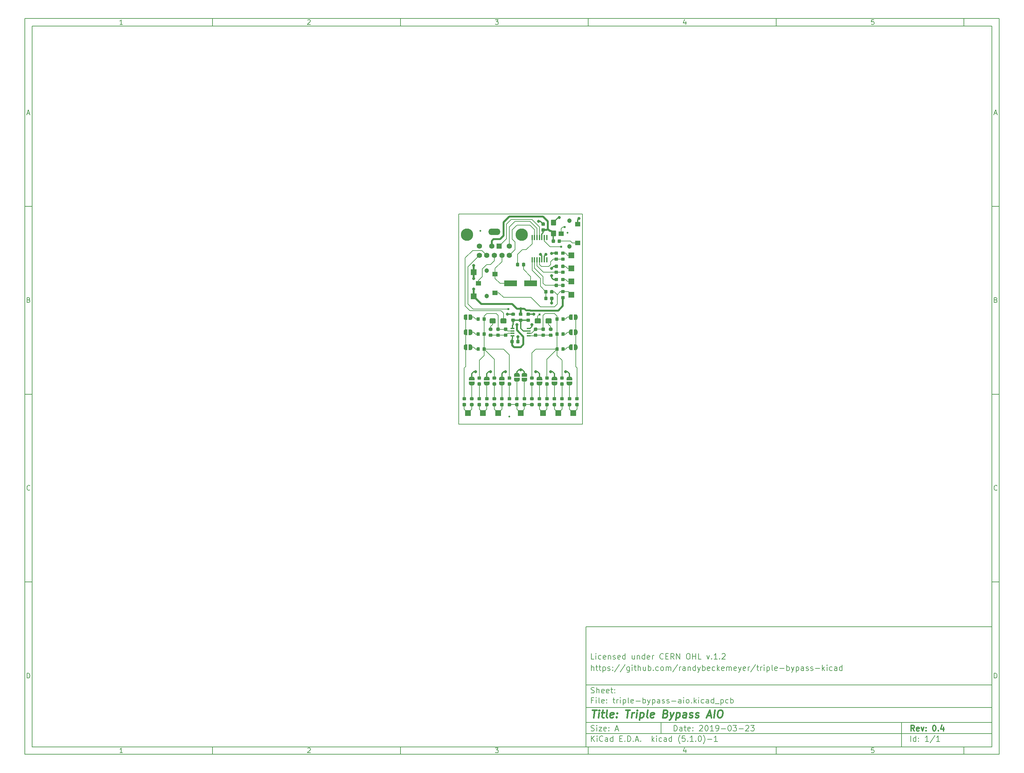
<source format=gbr>
G04 #@! TF.GenerationSoftware,KiCad,Pcbnew,(5.1.0)-1*
G04 #@! TF.CreationDate,2019-03-23T07:31:29-07:00*
G04 #@! TF.ProjectId,triple-bypass-aio,74726970-6c65-42d6-9279-706173732d61,0.4*
G04 #@! TF.SameCoordinates,Original*
G04 #@! TF.FileFunction,Copper,L1,Top*
G04 #@! TF.FilePolarity,Positive*
%FSLAX46Y46*%
G04 Gerber Fmt 4.6, Leading zero omitted, Abs format (unit mm)*
G04 Created by KiCad (PCBNEW (5.1.0)-1) date 2019-03-23 07:31:29*
%MOMM*%
%LPD*%
G04 APERTURE LIST*
%ADD10C,0.100000*%
%ADD11C,0.150000*%
%ADD12C,0.300000*%
%ADD13C,0.400000*%
%ADD14C,0.200000*%
%ADD15C,0.203200*%
%ADD16C,3.300000*%
%ADD17C,1.408000*%
%ADD18R,1.408000X1.408000*%
%ADD19O,3.200000X1.700000*%
%ADD20R,1.100000X0.400000*%
%ADD21C,0.500000*%
%ADD22C,0.875000*%
%ADD23R,1.400000X1.200000*%
%ADD24C,1.200000*%
%ADD25R,3.500000X1.600000*%
%ADD26C,1.350000*%
%ADD27R,0.450000X1.450000*%
%ADD28R,1.500000X1.500000*%
%ADD29C,0.812800*%
%ADD30C,0.609600*%
%ADD31C,0.177800*%
%ADD32C,0.304800*%
%ADD33C,0.508000*%
G04 APERTURE END LIST*
D10*
D11*
X159400000Y-171900000D02*
X159400000Y-203900000D01*
X267400000Y-203900000D01*
X267400000Y-171900000D01*
X159400000Y-171900000D01*
D10*
D11*
X10000000Y-10000000D02*
X10000000Y-205900000D01*
X269400000Y-205900000D01*
X269400000Y-10000000D01*
X10000000Y-10000000D01*
D10*
D11*
X12000000Y-12000000D02*
X12000000Y-203900000D01*
X267400000Y-203900000D01*
X267400000Y-12000000D01*
X12000000Y-12000000D01*
D10*
D11*
X60000000Y-12000000D02*
X60000000Y-10000000D01*
D10*
D11*
X110000000Y-12000000D02*
X110000000Y-10000000D01*
D10*
D11*
X160000000Y-12000000D02*
X160000000Y-10000000D01*
D10*
D11*
X210000000Y-12000000D02*
X210000000Y-10000000D01*
D10*
D11*
X260000000Y-12000000D02*
X260000000Y-10000000D01*
D10*
D11*
X36065476Y-11588095D02*
X35322619Y-11588095D01*
X35694047Y-11588095D02*
X35694047Y-10288095D01*
X35570238Y-10473809D01*
X35446428Y-10597619D01*
X35322619Y-10659523D01*
D10*
D11*
X85322619Y-10411904D02*
X85384523Y-10350000D01*
X85508333Y-10288095D01*
X85817857Y-10288095D01*
X85941666Y-10350000D01*
X86003571Y-10411904D01*
X86065476Y-10535714D01*
X86065476Y-10659523D01*
X86003571Y-10845238D01*
X85260714Y-11588095D01*
X86065476Y-11588095D01*
D10*
D11*
X135260714Y-10288095D02*
X136065476Y-10288095D01*
X135632142Y-10783333D01*
X135817857Y-10783333D01*
X135941666Y-10845238D01*
X136003571Y-10907142D01*
X136065476Y-11030952D01*
X136065476Y-11340476D01*
X136003571Y-11464285D01*
X135941666Y-11526190D01*
X135817857Y-11588095D01*
X135446428Y-11588095D01*
X135322619Y-11526190D01*
X135260714Y-11464285D01*
D10*
D11*
X185941666Y-10721428D02*
X185941666Y-11588095D01*
X185632142Y-10226190D02*
X185322619Y-11154761D01*
X186127380Y-11154761D01*
D10*
D11*
X236003571Y-10288095D02*
X235384523Y-10288095D01*
X235322619Y-10907142D01*
X235384523Y-10845238D01*
X235508333Y-10783333D01*
X235817857Y-10783333D01*
X235941666Y-10845238D01*
X236003571Y-10907142D01*
X236065476Y-11030952D01*
X236065476Y-11340476D01*
X236003571Y-11464285D01*
X235941666Y-11526190D01*
X235817857Y-11588095D01*
X235508333Y-11588095D01*
X235384523Y-11526190D01*
X235322619Y-11464285D01*
D10*
D11*
X60000000Y-203900000D02*
X60000000Y-205900000D01*
D10*
D11*
X110000000Y-203900000D02*
X110000000Y-205900000D01*
D10*
D11*
X160000000Y-203900000D02*
X160000000Y-205900000D01*
D10*
D11*
X210000000Y-203900000D02*
X210000000Y-205900000D01*
D10*
D11*
X260000000Y-203900000D02*
X260000000Y-205900000D01*
D10*
D11*
X36065476Y-205488095D02*
X35322619Y-205488095D01*
X35694047Y-205488095D02*
X35694047Y-204188095D01*
X35570238Y-204373809D01*
X35446428Y-204497619D01*
X35322619Y-204559523D01*
D10*
D11*
X85322619Y-204311904D02*
X85384523Y-204250000D01*
X85508333Y-204188095D01*
X85817857Y-204188095D01*
X85941666Y-204250000D01*
X86003571Y-204311904D01*
X86065476Y-204435714D01*
X86065476Y-204559523D01*
X86003571Y-204745238D01*
X85260714Y-205488095D01*
X86065476Y-205488095D01*
D10*
D11*
X135260714Y-204188095D02*
X136065476Y-204188095D01*
X135632142Y-204683333D01*
X135817857Y-204683333D01*
X135941666Y-204745238D01*
X136003571Y-204807142D01*
X136065476Y-204930952D01*
X136065476Y-205240476D01*
X136003571Y-205364285D01*
X135941666Y-205426190D01*
X135817857Y-205488095D01*
X135446428Y-205488095D01*
X135322619Y-205426190D01*
X135260714Y-205364285D01*
D10*
D11*
X185941666Y-204621428D02*
X185941666Y-205488095D01*
X185632142Y-204126190D02*
X185322619Y-205054761D01*
X186127380Y-205054761D01*
D10*
D11*
X236003571Y-204188095D02*
X235384523Y-204188095D01*
X235322619Y-204807142D01*
X235384523Y-204745238D01*
X235508333Y-204683333D01*
X235817857Y-204683333D01*
X235941666Y-204745238D01*
X236003571Y-204807142D01*
X236065476Y-204930952D01*
X236065476Y-205240476D01*
X236003571Y-205364285D01*
X235941666Y-205426190D01*
X235817857Y-205488095D01*
X235508333Y-205488095D01*
X235384523Y-205426190D01*
X235322619Y-205364285D01*
D10*
D11*
X10000000Y-60000000D02*
X12000000Y-60000000D01*
D10*
D11*
X10000000Y-110000000D02*
X12000000Y-110000000D01*
D10*
D11*
X10000000Y-160000000D02*
X12000000Y-160000000D01*
D10*
D11*
X10690476Y-35216666D02*
X11309523Y-35216666D01*
X10566666Y-35588095D02*
X11000000Y-34288095D01*
X11433333Y-35588095D01*
D10*
D11*
X11092857Y-84907142D02*
X11278571Y-84969047D01*
X11340476Y-85030952D01*
X11402380Y-85154761D01*
X11402380Y-85340476D01*
X11340476Y-85464285D01*
X11278571Y-85526190D01*
X11154761Y-85588095D01*
X10659523Y-85588095D01*
X10659523Y-84288095D01*
X11092857Y-84288095D01*
X11216666Y-84350000D01*
X11278571Y-84411904D01*
X11340476Y-84535714D01*
X11340476Y-84659523D01*
X11278571Y-84783333D01*
X11216666Y-84845238D01*
X11092857Y-84907142D01*
X10659523Y-84907142D01*
D10*
D11*
X11402380Y-135464285D02*
X11340476Y-135526190D01*
X11154761Y-135588095D01*
X11030952Y-135588095D01*
X10845238Y-135526190D01*
X10721428Y-135402380D01*
X10659523Y-135278571D01*
X10597619Y-135030952D01*
X10597619Y-134845238D01*
X10659523Y-134597619D01*
X10721428Y-134473809D01*
X10845238Y-134350000D01*
X11030952Y-134288095D01*
X11154761Y-134288095D01*
X11340476Y-134350000D01*
X11402380Y-134411904D01*
D10*
D11*
X10659523Y-185588095D02*
X10659523Y-184288095D01*
X10969047Y-184288095D01*
X11154761Y-184350000D01*
X11278571Y-184473809D01*
X11340476Y-184597619D01*
X11402380Y-184845238D01*
X11402380Y-185030952D01*
X11340476Y-185278571D01*
X11278571Y-185402380D01*
X11154761Y-185526190D01*
X10969047Y-185588095D01*
X10659523Y-185588095D01*
D10*
D11*
X269400000Y-60000000D02*
X267400000Y-60000000D01*
D10*
D11*
X269400000Y-110000000D02*
X267400000Y-110000000D01*
D10*
D11*
X269400000Y-160000000D02*
X267400000Y-160000000D01*
D10*
D11*
X268090476Y-35216666D02*
X268709523Y-35216666D01*
X267966666Y-35588095D02*
X268400000Y-34288095D01*
X268833333Y-35588095D01*
D10*
D11*
X268492857Y-84907142D02*
X268678571Y-84969047D01*
X268740476Y-85030952D01*
X268802380Y-85154761D01*
X268802380Y-85340476D01*
X268740476Y-85464285D01*
X268678571Y-85526190D01*
X268554761Y-85588095D01*
X268059523Y-85588095D01*
X268059523Y-84288095D01*
X268492857Y-84288095D01*
X268616666Y-84350000D01*
X268678571Y-84411904D01*
X268740476Y-84535714D01*
X268740476Y-84659523D01*
X268678571Y-84783333D01*
X268616666Y-84845238D01*
X268492857Y-84907142D01*
X268059523Y-84907142D01*
D10*
D11*
X268802380Y-135464285D02*
X268740476Y-135526190D01*
X268554761Y-135588095D01*
X268430952Y-135588095D01*
X268245238Y-135526190D01*
X268121428Y-135402380D01*
X268059523Y-135278571D01*
X267997619Y-135030952D01*
X267997619Y-134845238D01*
X268059523Y-134597619D01*
X268121428Y-134473809D01*
X268245238Y-134350000D01*
X268430952Y-134288095D01*
X268554761Y-134288095D01*
X268740476Y-134350000D01*
X268802380Y-134411904D01*
D10*
D11*
X268059523Y-185588095D02*
X268059523Y-184288095D01*
X268369047Y-184288095D01*
X268554761Y-184350000D01*
X268678571Y-184473809D01*
X268740476Y-184597619D01*
X268802380Y-184845238D01*
X268802380Y-185030952D01*
X268740476Y-185278571D01*
X268678571Y-185402380D01*
X268554761Y-185526190D01*
X268369047Y-185588095D01*
X268059523Y-185588095D01*
D10*
D11*
X182832142Y-199678571D02*
X182832142Y-198178571D01*
X183189285Y-198178571D01*
X183403571Y-198250000D01*
X183546428Y-198392857D01*
X183617857Y-198535714D01*
X183689285Y-198821428D01*
X183689285Y-199035714D01*
X183617857Y-199321428D01*
X183546428Y-199464285D01*
X183403571Y-199607142D01*
X183189285Y-199678571D01*
X182832142Y-199678571D01*
X184975000Y-199678571D02*
X184975000Y-198892857D01*
X184903571Y-198750000D01*
X184760714Y-198678571D01*
X184475000Y-198678571D01*
X184332142Y-198750000D01*
X184975000Y-199607142D02*
X184832142Y-199678571D01*
X184475000Y-199678571D01*
X184332142Y-199607142D01*
X184260714Y-199464285D01*
X184260714Y-199321428D01*
X184332142Y-199178571D01*
X184475000Y-199107142D01*
X184832142Y-199107142D01*
X184975000Y-199035714D01*
X185475000Y-198678571D02*
X186046428Y-198678571D01*
X185689285Y-198178571D02*
X185689285Y-199464285D01*
X185760714Y-199607142D01*
X185903571Y-199678571D01*
X186046428Y-199678571D01*
X187117857Y-199607142D02*
X186975000Y-199678571D01*
X186689285Y-199678571D01*
X186546428Y-199607142D01*
X186475000Y-199464285D01*
X186475000Y-198892857D01*
X186546428Y-198750000D01*
X186689285Y-198678571D01*
X186975000Y-198678571D01*
X187117857Y-198750000D01*
X187189285Y-198892857D01*
X187189285Y-199035714D01*
X186475000Y-199178571D01*
X187832142Y-199535714D02*
X187903571Y-199607142D01*
X187832142Y-199678571D01*
X187760714Y-199607142D01*
X187832142Y-199535714D01*
X187832142Y-199678571D01*
X187832142Y-198750000D02*
X187903571Y-198821428D01*
X187832142Y-198892857D01*
X187760714Y-198821428D01*
X187832142Y-198750000D01*
X187832142Y-198892857D01*
X189617857Y-198321428D02*
X189689285Y-198250000D01*
X189832142Y-198178571D01*
X190189285Y-198178571D01*
X190332142Y-198250000D01*
X190403571Y-198321428D01*
X190475000Y-198464285D01*
X190475000Y-198607142D01*
X190403571Y-198821428D01*
X189546428Y-199678571D01*
X190475000Y-199678571D01*
X191403571Y-198178571D02*
X191546428Y-198178571D01*
X191689285Y-198250000D01*
X191760714Y-198321428D01*
X191832142Y-198464285D01*
X191903571Y-198750000D01*
X191903571Y-199107142D01*
X191832142Y-199392857D01*
X191760714Y-199535714D01*
X191689285Y-199607142D01*
X191546428Y-199678571D01*
X191403571Y-199678571D01*
X191260714Y-199607142D01*
X191189285Y-199535714D01*
X191117857Y-199392857D01*
X191046428Y-199107142D01*
X191046428Y-198750000D01*
X191117857Y-198464285D01*
X191189285Y-198321428D01*
X191260714Y-198250000D01*
X191403571Y-198178571D01*
X193332142Y-199678571D02*
X192475000Y-199678571D01*
X192903571Y-199678571D02*
X192903571Y-198178571D01*
X192760714Y-198392857D01*
X192617857Y-198535714D01*
X192475000Y-198607142D01*
X194046428Y-199678571D02*
X194332142Y-199678571D01*
X194475000Y-199607142D01*
X194546428Y-199535714D01*
X194689285Y-199321428D01*
X194760714Y-199035714D01*
X194760714Y-198464285D01*
X194689285Y-198321428D01*
X194617857Y-198250000D01*
X194475000Y-198178571D01*
X194189285Y-198178571D01*
X194046428Y-198250000D01*
X193975000Y-198321428D01*
X193903571Y-198464285D01*
X193903571Y-198821428D01*
X193975000Y-198964285D01*
X194046428Y-199035714D01*
X194189285Y-199107142D01*
X194475000Y-199107142D01*
X194617857Y-199035714D01*
X194689285Y-198964285D01*
X194760714Y-198821428D01*
X195403571Y-199107142D02*
X196546428Y-199107142D01*
X197546428Y-198178571D02*
X197689285Y-198178571D01*
X197832142Y-198250000D01*
X197903571Y-198321428D01*
X197975000Y-198464285D01*
X198046428Y-198750000D01*
X198046428Y-199107142D01*
X197975000Y-199392857D01*
X197903571Y-199535714D01*
X197832142Y-199607142D01*
X197689285Y-199678571D01*
X197546428Y-199678571D01*
X197403571Y-199607142D01*
X197332142Y-199535714D01*
X197260714Y-199392857D01*
X197189285Y-199107142D01*
X197189285Y-198750000D01*
X197260714Y-198464285D01*
X197332142Y-198321428D01*
X197403571Y-198250000D01*
X197546428Y-198178571D01*
X198546428Y-198178571D02*
X199475000Y-198178571D01*
X198975000Y-198750000D01*
X199189285Y-198750000D01*
X199332142Y-198821428D01*
X199403571Y-198892857D01*
X199475000Y-199035714D01*
X199475000Y-199392857D01*
X199403571Y-199535714D01*
X199332142Y-199607142D01*
X199189285Y-199678571D01*
X198760714Y-199678571D01*
X198617857Y-199607142D01*
X198546428Y-199535714D01*
X200117857Y-199107142D02*
X201260714Y-199107142D01*
X201903571Y-198321428D02*
X201975000Y-198250000D01*
X202117857Y-198178571D01*
X202475000Y-198178571D01*
X202617857Y-198250000D01*
X202689285Y-198321428D01*
X202760714Y-198464285D01*
X202760714Y-198607142D01*
X202689285Y-198821428D01*
X201832142Y-199678571D01*
X202760714Y-199678571D01*
X203260714Y-198178571D02*
X204189285Y-198178571D01*
X203689285Y-198750000D01*
X203903571Y-198750000D01*
X204046428Y-198821428D01*
X204117857Y-198892857D01*
X204189285Y-199035714D01*
X204189285Y-199392857D01*
X204117857Y-199535714D01*
X204046428Y-199607142D01*
X203903571Y-199678571D01*
X203475000Y-199678571D01*
X203332142Y-199607142D01*
X203260714Y-199535714D01*
D10*
D11*
X159400000Y-200400000D02*
X267400000Y-200400000D01*
D10*
D11*
X160832142Y-202478571D02*
X160832142Y-200978571D01*
X161689285Y-202478571D02*
X161046428Y-201621428D01*
X161689285Y-200978571D02*
X160832142Y-201835714D01*
X162332142Y-202478571D02*
X162332142Y-201478571D01*
X162332142Y-200978571D02*
X162260714Y-201050000D01*
X162332142Y-201121428D01*
X162403571Y-201050000D01*
X162332142Y-200978571D01*
X162332142Y-201121428D01*
X163903571Y-202335714D02*
X163832142Y-202407142D01*
X163617857Y-202478571D01*
X163475000Y-202478571D01*
X163260714Y-202407142D01*
X163117857Y-202264285D01*
X163046428Y-202121428D01*
X162975000Y-201835714D01*
X162975000Y-201621428D01*
X163046428Y-201335714D01*
X163117857Y-201192857D01*
X163260714Y-201050000D01*
X163475000Y-200978571D01*
X163617857Y-200978571D01*
X163832142Y-201050000D01*
X163903571Y-201121428D01*
X165189285Y-202478571D02*
X165189285Y-201692857D01*
X165117857Y-201550000D01*
X164975000Y-201478571D01*
X164689285Y-201478571D01*
X164546428Y-201550000D01*
X165189285Y-202407142D02*
X165046428Y-202478571D01*
X164689285Y-202478571D01*
X164546428Y-202407142D01*
X164475000Y-202264285D01*
X164475000Y-202121428D01*
X164546428Y-201978571D01*
X164689285Y-201907142D01*
X165046428Y-201907142D01*
X165189285Y-201835714D01*
X166546428Y-202478571D02*
X166546428Y-200978571D01*
X166546428Y-202407142D02*
X166403571Y-202478571D01*
X166117857Y-202478571D01*
X165975000Y-202407142D01*
X165903571Y-202335714D01*
X165832142Y-202192857D01*
X165832142Y-201764285D01*
X165903571Y-201621428D01*
X165975000Y-201550000D01*
X166117857Y-201478571D01*
X166403571Y-201478571D01*
X166546428Y-201550000D01*
X168403571Y-201692857D02*
X168903571Y-201692857D01*
X169117857Y-202478571D02*
X168403571Y-202478571D01*
X168403571Y-200978571D01*
X169117857Y-200978571D01*
X169760714Y-202335714D02*
X169832142Y-202407142D01*
X169760714Y-202478571D01*
X169689285Y-202407142D01*
X169760714Y-202335714D01*
X169760714Y-202478571D01*
X170475000Y-202478571D02*
X170475000Y-200978571D01*
X170832142Y-200978571D01*
X171046428Y-201050000D01*
X171189285Y-201192857D01*
X171260714Y-201335714D01*
X171332142Y-201621428D01*
X171332142Y-201835714D01*
X171260714Y-202121428D01*
X171189285Y-202264285D01*
X171046428Y-202407142D01*
X170832142Y-202478571D01*
X170475000Y-202478571D01*
X171975000Y-202335714D02*
X172046428Y-202407142D01*
X171975000Y-202478571D01*
X171903571Y-202407142D01*
X171975000Y-202335714D01*
X171975000Y-202478571D01*
X172617857Y-202050000D02*
X173332142Y-202050000D01*
X172475000Y-202478571D02*
X172975000Y-200978571D01*
X173475000Y-202478571D01*
X173975000Y-202335714D02*
X174046428Y-202407142D01*
X173975000Y-202478571D01*
X173903571Y-202407142D01*
X173975000Y-202335714D01*
X173975000Y-202478571D01*
X176975000Y-202478571D02*
X176975000Y-200978571D01*
X177117857Y-201907142D02*
X177546428Y-202478571D01*
X177546428Y-201478571D02*
X176975000Y-202050000D01*
X178189285Y-202478571D02*
X178189285Y-201478571D01*
X178189285Y-200978571D02*
X178117857Y-201050000D01*
X178189285Y-201121428D01*
X178260714Y-201050000D01*
X178189285Y-200978571D01*
X178189285Y-201121428D01*
X179546428Y-202407142D02*
X179403571Y-202478571D01*
X179117857Y-202478571D01*
X178975000Y-202407142D01*
X178903571Y-202335714D01*
X178832142Y-202192857D01*
X178832142Y-201764285D01*
X178903571Y-201621428D01*
X178975000Y-201550000D01*
X179117857Y-201478571D01*
X179403571Y-201478571D01*
X179546428Y-201550000D01*
X180832142Y-202478571D02*
X180832142Y-201692857D01*
X180760714Y-201550000D01*
X180617857Y-201478571D01*
X180332142Y-201478571D01*
X180189285Y-201550000D01*
X180832142Y-202407142D02*
X180689285Y-202478571D01*
X180332142Y-202478571D01*
X180189285Y-202407142D01*
X180117857Y-202264285D01*
X180117857Y-202121428D01*
X180189285Y-201978571D01*
X180332142Y-201907142D01*
X180689285Y-201907142D01*
X180832142Y-201835714D01*
X182189285Y-202478571D02*
X182189285Y-200978571D01*
X182189285Y-202407142D02*
X182046428Y-202478571D01*
X181760714Y-202478571D01*
X181617857Y-202407142D01*
X181546428Y-202335714D01*
X181475000Y-202192857D01*
X181475000Y-201764285D01*
X181546428Y-201621428D01*
X181617857Y-201550000D01*
X181760714Y-201478571D01*
X182046428Y-201478571D01*
X182189285Y-201550000D01*
X184475000Y-203050000D02*
X184403571Y-202978571D01*
X184260714Y-202764285D01*
X184189285Y-202621428D01*
X184117857Y-202407142D01*
X184046428Y-202050000D01*
X184046428Y-201764285D01*
X184117857Y-201407142D01*
X184189285Y-201192857D01*
X184260714Y-201050000D01*
X184403571Y-200835714D01*
X184475000Y-200764285D01*
X185760714Y-200978571D02*
X185046428Y-200978571D01*
X184975000Y-201692857D01*
X185046428Y-201621428D01*
X185189285Y-201550000D01*
X185546428Y-201550000D01*
X185689285Y-201621428D01*
X185760714Y-201692857D01*
X185832142Y-201835714D01*
X185832142Y-202192857D01*
X185760714Y-202335714D01*
X185689285Y-202407142D01*
X185546428Y-202478571D01*
X185189285Y-202478571D01*
X185046428Y-202407142D01*
X184975000Y-202335714D01*
X186475000Y-202335714D02*
X186546428Y-202407142D01*
X186475000Y-202478571D01*
X186403571Y-202407142D01*
X186475000Y-202335714D01*
X186475000Y-202478571D01*
X187975000Y-202478571D02*
X187117857Y-202478571D01*
X187546428Y-202478571D02*
X187546428Y-200978571D01*
X187403571Y-201192857D01*
X187260714Y-201335714D01*
X187117857Y-201407142D01*
X188617857Y-202335714D02*
X188689285Y-202407142D01*
X188617857Y-202478571D01*
X188546428Y-202407142D01*
X188617857Y-202335714D01*
X188617857Y-202478571D01*
X189617857Y-200978571D02*
X189760714Y-200978571D01*
X189903571Y-201050000D01*
X189975000Y-201121428D01*
X190046428Y-201264285D01*
X190117857Y-201550000D01*
X190117857Y-201907142D01*
X190046428Y-202192857D01*
X189975000Y-202335714D01*
X189903571Y-202407142D01*
X189760714Y-202478571D01*
X189617857Y-202478571D01*
X189475000Y-202407142D01*
X189403571Y-202335714D01*
X189332142Y-202192857D01*
X189260714Y-201907142D01*
X189260714Y-201550000D01*
X189332142Y-201264285D01*
X189403571Y-201121428D01*
X189475000Y-201050000D01*
X189617857Y-200978571D01*
X190617857Y-203050000D02*
X190689285Y-202978571D01*
X190832142Y-202764285D01*
X190903571Y-202621428D01*
X190975000Y-202407142D01*
X191046428Y-202050000D01*
X191046428Y-201764285D01*
X190975000Y-201407142D01*
X190903571Y-201192857D01*
X190832142Y-201050000D01*
X190689285Y-200835714D01*
X190617857Y-200764285D01*
X191760714Y-201907142D02*
X192903571Y-201907142D01*
X194403571Y-202478571D02*
X193546428Y-202478571D01*
X193975000Y-202478571D02*
X193975000Y-200978571D01*
X193832142Y-201192857D01*
X193689285Y-201335714D01*
X193546428Y-201407142D01*
D10*
D11*
X159400000Y-197400000D02*
X267400000Y-197400000D01*
D10*
D12*
X246809285Y-199678571D02*
X246309285Y-198964285D01*
X245952142Y-199678571D02*
X245952142Y-198178571D01*
X246523571Y-198178571D01*
X246666428Y-198250000D01*
X246737857Y-198321428D01*
X246809285Y-198464285D01*
X246809285Y-198678571D01*
X246737857Y-198821428D01*
X246666428Y-198892857D01*
X246523571Y-198964285D01*
X245952142Y-198964285D01*
X248023571Y-199607142D02*
X247880714Y-199678571D01*
X247595000Y-199678571D01*
X247452142Y-199607142D01*
X247380714Y-199464285D01*
X247380714Y-198892857D01*
X247452142Y-198750000D01*
X247595000Y-198678571D01*
X247880714Y-198678571D01*
X248023571Y-198750000D01*
X248095000Y-198892857D01*
X248095000Y-199035714D01*
X247380714Y-199178571D01*
X248595000Y-198678571D02*
X248952142Y-199678571D01*
X249309285Y-198678571D01*
X249880714Y-199535714D02*
X249952142Y-199607142D01*
X249880714Y-199678571D01*
X249809285Y-199607142D01*
X249880714Y-199535714D01*
X249880714Y-199678571D01*
X249880714Y-198750000D02*
X249952142Y-198821428D01*
X249880714Y-198892857D01*
X249809285Y-198821428D01*
X249880714Y-198750000D01*
X249880714Y-198892857D01*
X252023571Y-198178571D02*
X252166428Y-198178571D01*
X252309285Y-198250000D01*
X252380714Y-198321428D01*
X252452142Y-198464285D01*
X252523571Y-198750000D01*
X252523571Y-199107142D01*
X252452142Y-199392857D01*
X252380714Y-199535714D01*
X252309285Y-199607142D01*
X252166428Y-199678571D01*
X252023571Y-199678571D01*
X251880714Y-199607142D01*
X251809285Y-199535714D01*
X251737857Y-199392857D01*
X251666428Y-199107142D01*
X251666428Y-198750000D01*
X251737857Y-198464285D01*
X251809285Y-198321428D01*
X251880714Y-198250000D01*
X252023571Y-198178571D01*
X253166428Y-199535714D02*
X253237857Y-199607142D01*
X253166428Y-199678571D01*
X253095000Y-199607142D01*
X253166428Y-199535714D01*
X253166428Y-199678571D01*
X254523571Y-198678571D02*
X254523571Y-199678571D01*
X254166428Y-198107142D02*
X253809285Y-199178571D01*
X254737857Y-199178571D01*
D10*
D11*
X160760714Y-199607142D02*
X160975000Y-199678571D01*
X161332142Y-199678571D01*
X161475000Y-199607142D01*
X161546428Y-199535714D01*
X161617857Y-199392857D01*
X161617857Y-199250000D01*
X161546428Y-199107142D01*
X161475000Y-199035714D01*
X161332142Y-198964285D01*
X161046428Y-198892857D01*
X160903571Y-198821428D01*
X160832142Y-198750000D01*
X160760714Y-198607142D01*
X160760714Y-198464285D01*
X160832142Y-198321428D01*
X160903571Y-198250000D01*
X161046428Y-198178571D01*
X161403571Y-198178571D01*
X161617857Y-198250000D01*
X162260714Y-199678571D02*
X162260714Y-198678571D01*
X162260714Y-198178571D02*
X162189285Y-198250000D01*
X162260714Y-198321428D01*
X162332142Y-198250000D01*
X162260714Y-198178571D01*
X162260714Y-198321428D01*
X162832142Y-198678571D02*
X163617857Y-198678571D01*
X162832142Y-199678571D01*
X163617857Y-199678571D01*
X164760714Y-199607142D02*
X164617857Y-199678571D01*
X164332142Y-199678571D01*
X164189285Y-199607142D01*
X164117857Y-199464285D01*
X164117857Y-198892857D01*
X164189285Y-198750000D01*
X164332142Y-198678571D01*
X164617857Y-198678571D01*
X164760714Y-198750000D01*
X164832142Y-198892857D01*
X164832142Y-199035714D01*
X164117857Y-199178571D01*
X165475000Y-199535714D02*
X165546428Y-199607142D01*
X165475000Y-199678571D01*
X165403571Y-199607142D01*
X165475000Y-199535714D01*
X165475000Y-199678571D01*
X165475000Y-198750000D02*
X165546428Y-198821428D01*
X165475000Y-198892857D01*
X165403571Y-198821428D01*
X165475000Y-198750000D01*
X165475000Y-198892857D01*
X167260714Y-199250000D02*
X167975000Y-199250000D01*
X167117857Y-199678571D02*
X167617857Y-198178571D01*
X168117857Y-199678571D01*
D10*
D11*
X245832142Y-202478571D02*
X245832142Y-200978571D01*
X247189285Y-202478571D02*
X247189285Y-200978571D01*
X247189285Y-202407142D02*
X247046428Y-202478571D01*
X246760714Y-202478571D01*
X246617857Y-202407142D01*
X246546428Y-202335714D01*
X246475000Y-202192857D01*
X246475000Y-201764285D01*
X246546428Y-201621428D01*
X246617857Y-201550000D01*
X246760714Y-201478571D01*
X247046428Y-201478571D01*
X247189285Y-201550000D01*
X247903571Y-202335714D02*
X247975000Y-202407142D01*
X247903571Y-202478571D01*
X247832142Y-202407142D01*
X247903571Y-202335714D01*
X247903571Y-202478571D01*
X247903571Y-201550000D02*
X247975000Y-201621428D01*
X247903571Y-201692857D01*
X247832142Y-201621428D01*
X247903571Y-201550000D01*
X247903571Y-201692857D01*
X250546428Y-202478571D02*
X249689285Y-202478571D01*
X250117857Y-202478571D02*
X250117857Y-200978571D01*
X249975000Y-201192857D01*
X249832142Y-201335714D01*
X249689285Y-201407142D01*
X252260714Y-200907142D02*
X250975000Y-202835714D01*
X253546428Y-202478571D02*
X252689285Y-202478571D01*
X253117857Y-202478571D02*
X253117857Y-200978571D01*
X252975000Y-201192857D01*
X252832142Y-201335714D01*
X252689285Y-201407142D01*
D10*
D11*
X159400000Y-193400000D02*
X267400000Y-193400000D01*
D10*
D13*
X161112380Y-194104761D02*
X162255238Y-194104761D01*
X161433809Y-196104761D02*
X161683809Y-194104761D01*
X162671904Y-196104761D02*
X162838571Y-194771428D01*
X162921904Y-194104761D02*
X162814761Y-194200000D01*
X162898095Y-194295238D01*
X163005238Y-194200000D01*
X162921904Y-194104761D01*
X162898095Y-194295238D01*
X163505238Y-194771428D02*
X164267142Y-194771428D01*
X163874285Y-194104761D02*
X163660000Y-195819047D01*
X163731428Y-196009523D01*
X163910000Y-196104761D01*
X164100476Y-196104761D01*
X165052857Y-196104761D02*
X164874285Y-196009523D01*
X164802857Y-195819047D01*
X165017142Y-194104761D01*
X166588571Y-196009523D02*
X166386190Y-196104761D01*
X166005238Y-196104761D01*
X165826666Y-196009523D01*
X165755238Y-195819047D01*
X165850476Y-195057142D01*
X165969523Y-194866666D01*
X166171904Y-194771428D01*
X166552857Y-194771428D01*
X166731428Y-194866666D01*
X166802857Y-195057142D01*
X166779047Y-195247619D01*
X165802857Y-195438095D01*
X167552857Y-195914285D02*
X167636190Y-196009523D01*
X167529047Y-196104761D01*
X167445714Y-196009523D01*
X167552857Y-195914285D01*
X167529047Y-196104761D01*
X167683809Y-194866666D02*
X167767142Y-194961904D01*
X167660000Y-195057142D01*
X167576666Y-194961904D01*
X167683809Y-194866666D01*
X167660000Y-195057142D01*
X169969523Y-194104761D02*
X171112380Y-194104761D01*
X170290952Y-196104761D02*
X170540952Y-194104761D01*
X171529047Y-196104761D02*
X171695714Y-194771428D01*
X171648095Y-195152380D02*
X171767142Y-194961904D01*
X171874285Y-194866666D01*
X172076666Y-194771428D01*
X172267142Y-194771428D01*
X172767142Y-196104761D02*
X172933809Y-194771428D01*
X173017142Y-194104761D02*
X172910000Y-194200000D01*
X172993333Y-194295238D01*
X173100476Y-194200000D01*
X173017142Y-194104761D01*
X172993333Y-194295238D01*
X173886190Y-194771428D02*
X173636190Y-196771428D01*
X173874285Y-194866666D02*
X174076666Y-194771428D01*
X174457619Y-194771428D01*
X174636190Y-194866666D01*
X174719523Y-194961904D01*
X174790952Y-195152380D01*
X174719523Y-195723809D01*
X174600476Y-195914285D01*
X174493333Y-196009523D01*
X174290952Y-196104761D01*
X173910000Y-196104761D01*
X173731428Y-196009523D01*
X175814761Y-196104761D02*
X175636190Y-196009523D01*
X175564761Y-195819047D01*
X175779047Y-194104761D01*
X177350476Y-196009523D02*
X177148095Y-196104761D01*
X176767142Y-196104761D01*
X176588571Y-196009523D01*
X176517142Y-195819047D01*
X176612380Y-195057142D01*
X176731428Y-194866666D01*
X176933809Y-194771428D01*
X177314761Y-194771428D01*
X177493333Y-194866666D01*
X177564761Y-195057142D01*
X177540952Y-195247619D01*
X176564761Y-195438095D01*
X180612380Y-195057142D02*
X180886190Y-195152380D01*
X180969523Y-195247619D01*
X181040952Y-195438095D01*
X181005238Y-195723809D01*
X180886190Y-195914285D01*
X180779047Y-196009523D01*
X180576666Y-196104761D01*
X179814761Y-196104761D01*
X180064761Y-194104761D01*
X180731428Y-194104761D01*
X180910000Y-194200000D01*
X180993333Y-194295238D01*
X181064761Y-194485714D01*
X181040952Y-194676190D01*
X180921904Y-194866666D01*
X180814761Y-194961904D01*
X180612380Y-195057142D01*
X179945714Y-195057142D01*
X181790952Y-194771428D02*
X182100476Y-196104761D01*
X182743333Y-194771428D02*
X182100476Y-196104761D01*
X181850476Y-196580952D01*
X181743333Y-196676190D01*
X181540952Y-196771428D01*
X183505238Y-194771428D02*
X183255238Y-196771428D01*
X183493333Y-194866666D02*
X183695714Y-194771428D01*
X184076666Y-194771428D01*
X184255238Y-194866666D01*
X184338571Y-194961904D01*
X184410000Y-195152380D01*
X184338571Y-195723809D01*
X184219523Y-195914285D01*
X184112380Y-196009523D01*
X183910000Y-196104761D01*
X183529047Y-196104761D01*
X183350476Y-196009523D01*
X186005238Y-196104761D02*
X186136190Y-195057142D01*
X186064761Y-194866666D01*
X185886190Y-194771428D01*
X185505238Y-194771428D01*
X185302857Y-194866666D01*
X186017142Y-196009523D02*
X185814761Y-196104761D01*
X185338571Y-196104761D01*
X185160000Y-196009523D01*
X185088571Y-195819047D01*
X185112380Y-195628571D01*
X185231428Y-195438095D01*
X185433809Y-195342857D01*
X185910000Y-195342857D01*
X186112380Y-195247619D01*
X186874285Y-196009523D02*
X187052857Y-196104761D01*
X187433809Y-196104761D01*
X187636190Y-196009523D01*
X187755238Y-195819047D01*
X187767142Y-195723809D01*
X187695714Y-195533333D01*
X187517142Y-195438095D01*
X187231428Y-195438095D01*
X187052857Y-195342857D01*
X186981428Y-195152380D01*
X186993333Y-195057142D01*
X187112380Y-194866666D01*
X187314761Y-194771428D01*
X187600476Y-194771428D01*
X187779047Y-194866666D01*
X188493333Y-196009523D02*
X188671904Y-196104761D01*
X189052857Y-196104761D01*
X189255238Y-196009523D01*
X189374285Y-195819047D01*
X189386190Y-195723809D01*
X189314761Y-195533333D01*
X189136190Y-195438095D01*
X188850476Y-195438095D01*
X188671904Y-195342857D01*
X188600476Y-195152380D01*
X188612380Y-195057142D01*
X188731428Y-194866666D01*
X188933809Y-194771428D01*
X189219523Y-194771428D01*
X189398095Y-194866666D01*
X191695714Y-195533333D02*
X192648095Y-195533333D01*
X191433809Y-196104761D02*
X192350476Y-194104761D01*
X192767142Y-196104761D01*
X193433809Y-196104761D02*
X193683809Y-194104761D01*
X195017142Y-194104761D02*
X195398095Y-194104761D01*
X195576666Y-194200000D01*
X195743333Y-194390476D01*
X195790952Y-194771428D01*
X195707619Y-195438095D01*
X195564761Y-195819047D01*
X195350476Y-196009523D01*
X195148095Y-196104761D01*
X194767142Y-196104761D01*
X194588571Y-196009523D01*
X194421904Y-195819047D01*
X194374285Y-195438095D01*
X194457619Y-194771428D01*
X194600476Y-194390476D01*
X194814761Y-194200000D01*
X195017142Y-194104761D01*
D10*
D11*
X161332142Y-191492857D02*
X160832142Y-191492857D01*
X160832142Y-192278571D02*
X160832142Y-190778571D01*
X161546428Y-190778571D01*
X162117857Y-192278571D02*
X162117857Y-191278571D01*
X162117857Y-190778571D02*
X162046428Y-190850000D01*
X162117857Y-190921428D01*
X162189285Y-190850000D01*
X162117857Y-190778571D01*
X162117857Y-190921428D01*
X163046428Y-192278571D02*
X162903571Y-192207142D01*
X162832142Y-192064285D01*
X162832142Y-190778571D01*
X164189285Y-192207142D02*
X164046428Y-192278571D01*
X163760714Y-192278571D01*
X163617857Y-192207142D01*
X163546428Y-192064285D01*
X163546428Y-191492857D01*
X163617857Y-191350000D01*
X163760714Y-191278571D01*
X164046428Y-191278571D01*
X164189285Y-191350000D01*
X164260714Y-191492857D01*
X164260714Y-191635714D01*
X163546428Y-191778571D01*
X164903571Y-192135714D02*
X164975000Y-192207142D01*
X164903571Y-192278571D01*
X164832142Y-192207142D01*
X164903571Y-192135714D01*
X164903571Y-192278571D01*
X164903571Y-191350000D02*
X164975000Y-191421428D01*
X164903571Y-191492857D01*
X164832142Y-191421428D01*
X164903571Y-191350000D01*
X164903571Y-191492857D01*
X166546428Y-191278571D02*
X167117857Y-191278571D01*
X166760714Y-190778571D02*
X166760714Y-192064285D01*
X166832142Y-192207142D01*
X166975000Y-192278571D01*
X167117857Y-192278571D01*
X167617857Y-192278571D02*
X167617857Y-191278571D01*
X167617857Y-191564285D02*
X167689285Y-191421428D01*
X167760714Y-191350000D01*
X167903571Y-191278571D01*
X168046428Y-191278571D01*
X168546428Y-192278571D02*
X168546428Y-191278571D01*
X168546428Y-190778571D02*
X168475000Y-190850000D01*
X168546428Y-190921428D01*
X168617857Y-190850000D01*
X168546428Y-190778571D01*
X168546428Y-190921428D01*
X169260714Y-191278571D02*
X169260714Y-192778571D01*
X169260714Y-191350000D02*
X169403571Y-191278571D01*
X169689285Y-191278571D01*
X169832142Y-191350000D01*
X169903571Y-191421428D01*
X169975000Y-191564285D01*
X169975000Y-191992857D01*
X169903571Y-192135714D01*
X169832142Y-192207142D01*
X169689285Y-192278571D01*
X169403571Y-192278571D01*
X169260714Y-192207142D01*
X170832142Y-192278571D02*
X170689285Y-192207142D01*
X170617857Y-192064285D01*
X170617857Y-190778571D01*
X171975000Y-192207142D02*
X171832142Y-192278571D01*
X171546428Y-192278571D01*
X171403571Y-192207142D01*
X171332142Y-192064285D01*
X171332142Y-191492857D01*
X171403571Y-191350000D01*
X171546428Y-191278571D01*
X171832142Y-191278571D01*
X171975000Y-191350000D01*
X172046428Y-191492857D01*
X172046428Y-191635714D01*
X171332142Y-191778571D01*
X172689285Y-191707142D02*
X173832142Y-191707142D01*
X174546428Y-192278571D02*
X174546428Y-190778571D01*
X174546428Y-191350000D02*
X174689285Y-191278571D01*
X174975000Y-191278571D01*
X175117857Y-191350000D01*
X175189285Y-191421428D01*
X175260714Y-191564285D01*
X175260714Y-191992857D01*
X175189285Y-192135714D01*
X175117857Y-192207142D01*
X174975000Y-192278571D01*
X174689285Y-192278571D01*
X174546428Y-192207142D01*
X175760714Y-191278571D02*
X176117857Y-192278571D01*
X176475000Y-191278571D02*
X176117857Y-192278571D01*
X175975000Y-192635714D01*
X175903571Y-192707142D01*
X175760714Y-192778571D01*
X177046428Y-191278571D02*
X177046428Y-192778571D01*
X177046428Y-191350000D02*
X177189285Y-191278571D01*
X177475000Y-191278571D01*
X177617857Y-191350000D01*
X177689285Y-191421428D01*
X177760714Y-191564285D01*
X177760714Y-191992857D01*
X177689285Y-192135714D01*
X177617857Y-192207142D01*
X177475000Y-192278571D01*
X177189285Y-192278571D01*
X177046428Y-192207142D01*
X179046428Y-192278571D02*
X179046428Y-191492857D01*
X178975000Y-191350000D01*
X178832142Y-191278571D01*
X178546428Y-191278571D01*
X178403571Y-191350000D01*
X179046428Y-192207142D02*
X178903571Y-192278571D01*
X178546428Y-192278571D01*
X178403571Y-192207142D01*
X178332142Y-192064285D01*
X178332142Y-191921428D01*
X178403571Y-191778571D01*
X178546428Y-191707142D01*
X178903571Y-191707142D01*
X179046428Y-191635714D01*
X179689285Y-192207142D02*
X179832142Y-192278571D01*
X180117857Y-192278571D01*
X180260714Y-192207142D01*
X180332142Y-192064285D01*
X180332142Y-191992857D01*
X180260714Y-191850000D01*
X180117857Y-191778571D01*
X179903571Y-191778571D01*
X179760714Y-191707142D01*
X179689285Y-191564285D01*
X179689285Y-191492857D01*
X179760714Y-191350000D01*
X179903571Y-191278571D01*
X180117857Y-191278571D01*
X180260714Y-191350000D01*
X180903571Y-192207142D02*
X181046428Y-192278571D01*
X181332142Y-192278571D01*
X181475000Y-192207142D01*
X181546428Y-192064285D01*
X181546428Y-191992857D01*
X181475000Y-191850000D01*
X181332142Y-191778571D01*
X181117857Y-191778571D01*
X180975000Y-191707142D01*
X180903571Y-191564285D01*
X180903571Y-191492857D01*
X180975000Y-191350000D01*
X181117857Y-191278571D01*
X181332142Y-191278571D01*
X181475000Y-191350000D01*
X182189285Y-191707142D02*
X183332142Y-191707142D01*
X184689285Y-192278571D02*
X184689285Y-191492857D01*
X184617857Y-191350000D01*
X184475000Y-191278571D01*
X184189285Y-191278571D01*
X184046428Y-191350000D01*
X184689285Y-192207142D02*
X184546428Y-192278571D01*
X184189285Y-192278571D01*
X184046428Y-192207142D01*
X183975000Y-192064285D01*
X183975000Y-191921428D01*
X184046428Y-191778571D01*
X184189285Y-191707142D01*
X184546428Y-191707142D01*
X184689285Y-191635714D01*
X185403571Y-192278571D02*
X185403571Y-191278571D01*
X185403571Y-190778571D02*
X185332142Y-190850000D01*
X185403571Y-190921428D01*
X185475000Y-190850000D01*
X185403571Y-190778571D01*
X185403571Y-190921428D01*
X186332142Y-192278571D02*
X186189285Y-192207142D01*
X186117857Y-192135714D01*
X186046428Y-191992857D01*
X186046428Y-191564285D01*
X186117857Y-191421428D01*
X186189285Y-191350000D01*
X186332142Y-191278571D01*
X186546428Y-191278571D01*
X186689285Y-191350000D01*
X186760714Y-191421428D01*
X186832142Y-191564285D01*
X186832142Y-191992857D01*
X186760714Y-192135714D01*
X186689285Y-192207142D01*
X186546428Y-192278571D01*
X186332142Y-192278571D01*
X187475000Y-192135714D02*
X187546428Y-192207142D01*
X187475000Y-192278571D01*
X187403571Y-192207142D01*
X187475000Y-192135714D01*
X187475000Y-192278571D01*
X188189285Y-192278571D02*
X188189285Y-190778571D01*
X188332142Y-191707142D02*
X188760714Y-192278571D01*
X188760714Y-191278571D02*
X188189285Y-191850000D01*
X189403571Y-192278571D02*
X189403571Y-191278571D01*
X189403571Y-190778571D02*
X189332142Y-190850000D01*
X189403571Y-190921428D01*
X189475000Y-190850000D01*
X189403571Y-190778571D01*
X189403571Y-190921428D01*
X190760714Y-192207142D02*
X190617857Y-192278571D01*
X190332142Y-192278571D01*
X190189285Y-192207142D01*
X190117857Y-192135714D01*
X190046428Y-191992857D01*
X190046428Y-191564285D01*
X190117857Y-191421428D01*
X190189285Y-191350000D01*
X190332142Y-191278571D01*
X190617857Y-191278571D01*
X190760714Y-191350000D01*
X192046428Y-192278571D02*
X192046428Y-191492857D01*
X191975000Y-191350000D01*
X191832142Y-191278571D01*
X191546428Y-191278571D01*
X191403571Y-191350000D01*
X192046428Y-192207142D02*
X191903571Y-192278571D01*
X191546428Y-192278571D01*
X191403571Y-192207142D01*
X191332142Y-192064285D01*
X191332142Y-191921428D01*
X191403571Y-191778571D01*
X191546428Y-191707142D01*
X191903571Y-191707142D01*
X192046428Y-191635714D01*
X193403571Y-192278571D02*
X193403571Y-190778571D01*
X193403571Y-192207142D02*
X193260714Y-192278571D01*
X192975000Y-192278571D01*
X192832142Y-192207142D01*
X192760714Y-192135714D01*
X192689285Y-191992857D01*
X192689285Y-191564285D01*
X192760714Y-191421428D01*
X192832142Y-191350000D01*
X192975000Y-191278571D01*
X193260714Y-191278571D01*
X193403571Y-191350000D01*
X193760714Y-192421428D02*
X194903571Y-192421428D01*
X195260714Y-191278571D02*
X195260714Y-192778571D01*
X195260714Y-191350000D02*
X195403571Y-191278571D01*
X195689285Y-191278571D01*
X195832142Y-191350000D01*
X195903571Y-191421428D01*
X195975000Y-191564285D01*
X195975000Y-191992857D01*
X195903571Y-192135714D01*
X195832142Y-192207142D01*
X195689285Y-192278571D01*
X195403571Y-192278571D01*
X195260714Y-192207142D01*
X197260714Y-192207142D02*
X197117857Y-192278571D01*
X196832142Y-192278571D01*
X196689285Y-192207142D01*
X196617857Y-192135714D01*
X196546428Y-191992857D01*
X196546428Y-191564285D01*
X196617857Y-191421428D01*
X196689285Y-191350000D01*
X196832142Y-191278571D01*
X197117857Y-191278571D01*
X197260714Y-191350000D01*
X197903571Y-192278571D02*
X197903571Y-190778571D01*
X197903571Y-191350000D02*
X198046428Y-191278571D01*
X198332142Y-191278571D01*
X198475000Y-191350000D01*
X198546428Y-191421428D01*
X198617857Y-191564285D01*
X198617857Y-191992857D01*
X198546428Y-192135714D01*
X198475000Y-192207142D01*
X198332142Y-192278571D01*
X198046428Y-192278571D01*
X197903571Y-192207142D01*
D10*
D11*
X159400000Y-187400000D02*
X267400000Y-187400000D01*
D10*
D11*
X160760714Y-189507142D02*
X160975000Y-189578571D01*
X161332142Y-189578571D01*
X161475000Y-189507142D01*
X161546428Y-189435714D01*
X161617857Y-189292857D01*
X161617857Y-189150000D01*
X161546428Y-189007142D01*
X161475000Y-188935714D01*
X161332142Y-188864285D01*
X161046428Y-188792857D01*
X160903571Y-188721428D01*
X160832142Y-188650000D01*
X160760714Y-188507142D01*
X160760714Y-188364285D01*
X160832142Y-188221428D01*
X160903571Y-188150000D01*
X161046428Y-188078571D01*
X161403571Y-188078571D01*
X161617857Y-188150000D01*
X162260714Y-189578571D02*
X162260714Y-188078571D01*
X162903571Y-189578571D02*
X162903571Y-188792857D01*
X162832142Y-188650000D01*
X162689285Y-188578571D01*
X162475000Y-188578571D01*
X162332142Y-188650000D01*
X162260714Y-188721428D01*
X164189285Y-189507142D02*
X164046428Y-189578571D01*
X163760714Y-189578571D01*
X163617857Y-189507142D01*
X163546428Y-189364285D01*
X163546428Y-188792857D01*
X163617857Y-188650000D01*
X163760714Y-188578571D01*
X164046428Y-188578571D01*
X164189285Y-188650000D01*
X164260714Y-188792857D01*
X164260714Y-188935714D01*
X163546428Y-189078571D01*
X165475000Y-189507142D02*
X165332142Y-189578571D01*
X165046428Y-189578571D01*
X164903571Y-189507142D01*
X164832142Y-189364285D01*
X164832142Y-188792857D01*
X164903571Y-188650000D01*
X165046428Y-188578571D01*
X165332142Y-188578571D01*
X165475000Y-188650000D01*
X165546428Y-188792857D01*
X165546428Y-188935714D01*
X164832142Y-189078571D01*
X165975000Y-188578571D02*
X166546428Y-188578571D01*
X166189285Y-188078571D02*
X166189285Y-189364285D01*
X166260714Y-189507142D01*
X166403571Y-189578571D01*
X166546428Y-189578571D01*
X167046428Y-189435714D02*
X167117857Y-189507142D01*
X167046428Y-189578571D01*
X166975000Y-189507142D01*
X167046428Y-189435714D01*
X167046428Y-189578571D01*
X167046428Y-188650000D02*
X167117857Y-188721428D01*
X167046428Y-188792857D01*
X166975000Y-188721428D01*
X167046428Y-188650000D01*
X167046428Y-188792857D01*
D10*
D11*
X160832142Y-183578571D02*
X160832142Y-182078571D01*
X161475000Y-183578571D02*
X161475000Y-182792857D01*
X161403571Y-182650000D01*
X161260714Y-182578571D01*
X161046428Y-182578571D01*
X160903571Y-182650000D01*
X160832142Y-182721428D01*
X161975000Y-182578571D02*
X162546428Y-182578571D01*
X162189285Y-182078571D02*
X162189285Y-183364285D01*
X162260714Y-183507142D01*
X162403571Y-183578571D01*
X162546428Y-183578571D01*
X162832142Y-182578571D02*
X163403571Y-182578571D01*
X163046428Y-182078571D02*
X163046428Y-183364285D01*
X163117857Y-183507142D01*
X163260714Y-183578571D01*
X163403571Y-183578571D01*
X163903571Y-182578571D02*
X163903571Y-184078571D01*
X163903571Y-182650000D02*
X164046428Y-182578571D01*
X164332142Y-182578571D01*
X164475000Y-182650000D01*
X164546428Y-182721428D01*
X164617857Y-182864285D01*
X164617857Y-183292857D01*
X164546428Y-183435714D01*
X164475000Y-183507142D01*
X164332142Y-183578571D01*
X164046428Y-183578571D01*
X163903571Y-183507142D01*
X165189285Y-183507142D02*
X165332142Y-183578571D01*
X165617857Y-183578571D01*
X165760714Y-183507142D01*
X165832142Y-183364285D01*
X165832142Y-183292857D01*
X165760714Y-183150000D01*
X165617857Y-183078571D01*
X165403571Y-183078571D01*
X165260714Y-183007142D01*
X165189285Y-182864285D01*
X165189285Y-182792857D01*
X165260714Y-182650000D01*
X165403571Y-182578571D01*
X165617857Y-182578571D01*
X165760714Y-182650000D01*
X166475000Y-183435714D02*
X166546428Y-183507142D01*
X166475000Y-183578571D01*
X166403571Y-183507142D01*
X166475000Y-183435714D01*
X166475000Y-183578571D01*
X166475000Y-182650000D02*
X166546428Y-182721428D01*
X166475000Y-182792857D01*
X166403571Y-182721428D01*
X166475000Y-182650000D01*
X166475000Y-182792857D01*
X168260714Y-182007142D02*
X166975000Y-183935714D01*
X169832142Y-182007142D02*
X168546428Y-183935714D01*
X170975000Y-182578571D02*
X170975000Y-183792857D01*
X170903571Y-183935714D01*
X170832142Y-184007142D01*
X170689285Y-184078571D01*
X170475000Y-184078571D01*
X170332142Y-184007142D01*
X170975000Y-183507142D02*
X170832142Y-183578571D01*
X170546428Y-183578571D01*
X170403571Y-183507142D01*
X170332142Y-183435714D01*
X170260714Y-183292857D01*
X170260714Y-182864285D01*
X170332142Y-182721428D01*
X170403571Y-182650000D01*
X170546428Y-182578571D01*
X170832142Y-182578571D01*
X170975000Y-182650000D01*
X171689285Y-183578571D02*
X171689285Y-182578571D01*
X171689285Y-182078571D02*
X171617857Y-182150000D01*
X171689285Y-182221428D01*
X171760714Y-182150000D01*
X171689285Y-182078571D01*
X171689285Y-182221428D01*
X172189285Y-182578571D02*
X172760714Y-182578571D01*
X172403571Y-182078571D02*
X172403571Y-183364285D01*
X172475000Y-183507142D01*
X172617857Y-183578571D01*
X172760714Y-183578571D01*
X173260714Y-183578571D02*
X173260714Y-182078571D01*
X173903571Y-183578571D02*
X173903571Y-182792857D01*
X173832142Y-182650000D01*
X173689285Y-182578571D01*
X173475000Y-182578571D01*
X173332142Y-182650000D01*
X173260714Y-182721428D01*
X175260714Y-182578571D02*
X175260714Y-183578571D01*
X174617857Y-182578571D02*
X174617857Y-183364285D01*
X174689285Y-183507142D01*
X174832142Y-183578571D01*
X175046428Y-183578571D01*
X175189285Y-183507142D01*
X175260714Y-183435714D01*
X175975000Y-183578571D02*
X175975000Y-182078571D01*
X175975000Y-182650000D02*
X176117857Y-182578571D01*
X176403571Y-182578571D01*
X176546428Y-182650000D01*
X176617857Y-182721428D01*
X176689285Y-182864285D01*
X176689285Y-183292857D01*
X176617857Y-183435714D01*
X176546428Y-183507142D01*
X176403571Y-183578571D01*
X176117857Y-183578571D01*
X175975000Y-183507142D01*
X177332142Y-183435714D02*
X177403571Y-183507142D01*
X177332142Y-183578571D01*
X177260714Y-183507142D01*
X177332142Y-183435714D01*
X177332142Y-183578571D01*
X178689285Y-183507142D02*
X178546428Y-183578571D01*
X178260714Y-183578571D01*
X178117857Y-183507142D01*
X178046428Y-183435714D01*
X177975000Y-183292857D01*
X177975000Y-182864285D01*
X178046428Y-182721428D01*
X178117857Y-182650000D01*
X178260714Y-182578571D01*
X178546428Y-182578571D01*
X178689285Y-182650000D01*
X179546428Y-183578571D02*
X179403571Y-183507142D01*
X179332142Y-183435714D01*
X179260714Y-183292857D01*
X179260714Y-182864285D01*
X179332142Y-182721428D01*
X179403571Y-182650000D01*
X179546428Y-182578571D01*
X179760714Y-182578571D01*
X179903571Y-182650000D01*
X179975000Y-182721428D01*
X180046428Y-182864285D01*
X180046428Y-183292857D01*
X179975000Y-183435714D01*
X179903571Y-183507142D01*
X179760714Y-183578571D01*
X179546428Y-183578571D01*
X180689285Y-183578571D02*
X180689285Y-182578571D01*
X180689285Y-182721428D02*
X180760714Y-182650000D01*
X180903571Y-182578571D01*
X181117857Y-182578571D01*
X181260714Y-182650000D01*
X181332142Y-182792857D01*
X181332142Y-183578571D01*
X181332142Y-182792857D02*
X181403571Y-182650000D01*
X181546428Y-182578571D01*
X181760714Y-182578571D01*
X181903571Y-182650000D01*
X181975000Y-182792857D01*
X181975000Y-183578571D01*
X183760714Y-182007142D02*
X182475000Y-183935714D01*
X184260714Y-183578571D02*
X184260714Y-182578571D01*
X184260714Y-182864285D02*
X184332142Y-182721428D01*
X184403571Y-182650000D01*
X184546428Y-182578571D01*
X184689285Y-182578571D01*
X185832142Y-183578571D02*
X185832142Y-182792857D01*
X185760714Y-182650000D01*
X185617857Y-182578571D01*
X185332142Y-182578571D01*
X185189285Y-182650000D01*
X185832142Y-183507142D02*
X185689285Y-183578571D01*
X185332142Y-183578571D01*
X185189285Y-183507142D01*
X185117857Y-183364285D01*
X185117857Y-183221428D01*
X185189285Y-183078571D01*
X185332142Y-183007142D01*
X185689285Y-183007142D01*
X185832142Y-182935714D01*
X186546428Y-182578571D02*
X186546428Y-183578571D01*
X186546428Y-182721428D02*
X186617857Y-182650000D01*
X186760714Y-182578571D01*
X186975000Y-182578571D01*
X187117857Y-182650000D01*
X187189285Y-182792857D01*
X187189285Y-183578571D01*
X188546428Y-183578571D02*
X188546428Y-182078571D01*
X188546428Y-183507142D02*
X188403571Y-183578571D01*
X188117857Y-183578571D01*
X187975000Y-183507142D01*
X187903571Y-183435714D01*
X187832142Y-183292857D01*
X187832142Y-182864285D01*
X187903571Y-182721428D01*
X187975000Y-182650000D01*
X188117857Y-182578571D01*
X188403571Y-182578571D01*
X188546428Y-182650000D01*
X189117857Y-182578571D02*
X189475000Y-183578571D01*
X189832142Y-182578571D02*
X189475000Y-183578571D01*
X189332142Y-183935714D01*
X189260714Y-184007142D01*
X189117857Y-184078571D01*
X190403571Y-183578571D02*
X190403571Y-182078571D01*
X190403571Y-182650000D02*
X190546428Y-182578571D01*
X190832142Y-182578571D01*
X190975000Y-182650000D01*
X191046428Y-182721428D01*
X191117857Y-182864285D01*
X191117857Y-183292857D01*
X191046428Y-183435714D01*
X190975000Y-183507142D01*
X190832142Y-183578571D01*
X190546428Y-183578571D01*
X190403571Y-183507142D01*
X192332142Y-183507142D02*
X192189285Y-183578571D01*
X191903571Y-183578571D01*
X191760714Y-183507142D01*
X191689285Y-183364285D01*
X191689285Y-182792857D01*
X191760714Y-182650000D01*
X191903571Y-182578571D01*
X192189285Y-182578571D01*
X192332142Y-182650000D01*
X192403571Y-182792857D01*
X192403571Y-182935714D01*
X191689285Y-183078571D01*
X193689285Y-183507142D02*
X193546428Y-183578571D01*
X193260714Y-183578571D01*
X193117857Y-183507142D01*
X193046428Y-183435714D01*
X192975000Y-183292857D01*
X192975000Y-182864285D01*
X193046428Y-182721428D01*
X193117857Y-182650000D01*
X193260714Y-182578571D01*
X193546428Y-182578571D01*
X193689285Y-182650000D01*
X194332142Y-183578571D02*
X194332142Y-182078571D01*
X194475000Y-183007142D02*
X194903571Y-183578571D01*
X194903571Y-182578571D02*
X194332142Y-183150000D01*
X196117857Y-183507142D02*
X195975000Y-183578571D01*
X195689285Y-183578571D01*
X195546428Y-183507142D01*
X195475000Y-183364285D01*
X195475000Y-182792857D01*
X195546428Y-182650000D01*
X195689285Y-182578571D01*
X195975000Y-182578571D01*
X196117857Y-182650000D01*
X196189285Y-182792857D01*
X196189285Y-182935714D01*
X195475000Y-183078571D01*
X196832142Y-183578571D02*
X196832142Y-182578571D01*
X196832142Y-182721428D02*
X196903571Y-182650000D01*
X197046428Y-182578571D01*
X197260714Y-182578571D01*
X197403571Y-182650000D01*
X197475000Y-182792857D01*
X197475000Y-183578571D01*
X197475000Y-182792857D02*
X197546428Y-182650000D01*
X197689285Y-182578571D01*
X197903571Y-182578571D01*
X198046428Y-182650000D01*
X198117857Y-182792857D01*
X198117857Y-183578571D01*
X199403571Y-183507142D02*
X199260714Y-183578571D01*
X198975000Y-183578571D01*
X198832142Y-183507142D01*
X198760714Y-183364285D01*
X198760714Y-182792857D01*
X198832142Y-182650000D01*
X198975000Y-182578571D01*
X199260714Y-182578571D01*
X199403571Y-182650000D01*
X199475000Y-182792857D01*
X199475000Y-182935714D01*
X198760714Y-183078571D01*
X199975000Y-182578571D02*
X200332142Y-183578571D01*
X200689285Y-182578571D02*
X200332142Y-183578571D01*
X200189285Y-183935714D01*
X200117857Y-184007142D01*
X199975000Y-184078571D01*
X201832142Y-183507142D02*
X201689285Y-183578571D01*
X201403571Y-183578571D01*
X201260714Y-183507142D01*
X201189285Y-183364285D01*
X201189285Y-182792857D01*
X201260714Y-182650000D01*
X201403571Y-182578571D01*
X201689285Y-182578571D01*
X201832142Y-182650000D01*
X201903571Y-182792857D01*
X201903571Y-182935714D01*
X201189285Y-183078571D01*
X202546428Y-183578571D02*
X202546428Y-182578571D01*
X202546428Y-182864285D02*
X202617857Y-182721428D01*
X202689285Y-182650000D01*
X202832142Y-182578571D01*
X202975000Y-182578571D01*
X204546428Y-182007142D02*
X203260714Y-183935714D01*
X204832142Y-182578571D02*
X205403571Y-182578571D01*
X205046428Y-182078571D02*
X205046428Y-183364285D01*
X205117857Y-183507142D01*
X205260714Y-183578571D01*
X205403571Y-183578571D01*
X205903571Y-183578571D02*
X205903571Y-182578571D01*
X205903571Y-182864285D02*
X205975000Y-182721428D01*
X206046428Y-182650000D01*
X206189285Y-182578571D01*
X206332142Y-182578571D01*
X206832142Y-183578571D02*
X206832142Y-182578571D01*
X206832142Y-182078571D02*
X206760714Y-182150000D01*
X206832142Y-182221428D01*
X206903571Y-182150000D01*
X206832142Y-182078571D01*
X206832142Y-182221428D01*
X207546428Y-182578571D02*
X207546428Y-184078571D01*
X207546428Y-182650000D02*
X207689285Y-182578571D01*
X207975000Y-182578571D01*
X208117857Y-182650000D01*
X208189285Y-182721428D01*
X208260714Y-182864285D01*
X208260714Y-183292857D01*
X208189285Y-183435714D01*
X208117857Y-183507142D01*
X207975000Y-183578571D01*
X207689285Y-183578571D01*
X207546428Y-183507142D01*
X209117857Y-183578571D02*
X208975000Y-183507142D01*
X208903571Y-183364285D01*
X208903571Y-182078571D01*
X210260714Y-183507142D02*
X210117857Y-183578571D01*
X209832142Y-183578571D01*
X209689285Y-183507142D01*
X209617857Y-183364285D01*
X209617857Y-182792857D01*
X209689285Y-182650000D01*
X209832142Y-182578571D01*
X210117857Y-182578571D01*
X210260714Y-182650000D01*
X210332142Y-182792857D01*
X210332142Y-182935714D01*
X209617857Y-183078571D01*
X210975000Y-183007142D02*
X212117857Y-183007142D01*
X212832142Y-183578571D02*
X212832142Y-182078571D01*
X212832142Y-182650000D02*
X212975000Y-182578571D01*
X213260714Y-182578571D01*
X213403571Y-182650000D01*
X213475000Y-182721428D01*
X213546428Y-182864285D01*
X213546428Y-183292857D01*
X213475000Y-183435714D01*
X213403571Y-183507142D01*
X213260714Y-183578571D01*
X212975000Y-183578571D01*
X212832142Y-183507142D01*
X214046428Y-182578571D02*
X214403571Y-183578571D01*
X214760714Y-182578571D02*
X214403571Y-183578571D01*
X214260714Y-183935714D01*
X214189285Y-184007142D01*
X214046428Y-184078571D01*
X215332142Y-182578571D02*
X215332142Y-184078571D01*
X215332142Y-182650000D02*
X215475000Y-182578571D01*
X215760714Y-182578571D01*
X215903571Y-182650000D01*
X215975000Y-182721428D01*
X216046428Y-182864285D01*
X216046428Y-183292857D01*
X215975000Y-183435714D01*
X215903571Y-183507142D01*
X215760714Y-183578571D01*
X215475000Y-183578571D01*
X215332142Y-183507142D01*
X217332142Y-183578571D02*
X217332142Y-182792857D01*
X217260714Y-182650000D01*
X217117857Y-182578571D01*
X216832142Y-182578571D01*
X216689285Y-182650000D01*
X217332142Y-183507142D02*
X217189285Y-183578571D01*
X216832142Y-183578571D01*
X216689285Y-183507142D01*
X216617857Y-183364285D01*
X216617857Y-183221428D01*
X216689285Y-183078571D01*
X216832142Y-183007142D01*
X217189285Y-183007142D01*
X217332142Y-182935714D01*
X217975000Y-183507142D02*
X218117857Y-183578571D01*
X218403571Y-183578571D01*
X218546428Y-183507142D01*
X218617857Y-183364285D01*
X218617857Y-183292857D01*
X218546428Y-183150000D01*
X218403571Y-183078571D01*
X218189285Y-183078571D01*
X218046428Y-183007142D01*
X217975000Y-182864285D01*
X217975000Y-182792857D01*
X218046428Y-182650000D01*
X218189285Y-182578571D01*
X218403571Y-182578571D01*
X218546428Y-182650000D01*
X219189285Y-183507142D02*
X219332142Y-183578571D01*
X219617857Y-183578571D01*
X219760714Y-183507142D01*
X219832142Y-183364285D01*
X219832142Y-183292857D01*
X219760714Y-183150000D01*
X219617857Y-183078571D01*
X219403571Y-183078571D01*
X219260714Y-183007142D01*
X219189285Y-182864285D01*
X219189285Y-182792857D01*
X219260714Y-182650000D01*
X219403571Y-182578571D01*
X219617857Y-182578571D01*
X219760714Y-182650000D01*
X220475000Y-183007142D02*
X221617857Y-183007142D01*
X222332142Y-183578571D02*
X222332142Y-182078571D01*
X222475000Y-183007142D02*
X222903571Y-183578571D01*
X222903571Y-182578571D02*
X222332142Y-183150000D01*
X223546428Y-183578571D02*
X223546428Y-182578571D01*
X223546428Y-182078571D02*
X223475000Y-182150000D01*
X223546428Y-182221428D01*
X223617857Y-182150000D01*
X223546428Y-182078571D01*
X223546428Y-182221428D01*
X224903571Y-183507142D02*
X224760714Y-183578571D01*
X224475000Y-183578571D01*
X224332142Y-183507142D01*
X224260714Y-183435714D01*
X224189285Y-183292857D01*
X224189285Y-182864285D01*
X224260714Y-182721428D01*
X224332142Y-182650000D01*
X224475000Y-182578571D01*
X224760714Y-182578571D01*
X224903571Y-182650000D01*
X226189285Y-183578571D02*
X226189285Y-182792857D01*
X226117857Y-182650000D01*
X225975000Y-182578571D01*
X225689285Y-182578571D01*
X225546428Y-182650000D01*
X226189285Y-183507142D02*
X226046428Y-183578571D01*
X225689285Y-183578571D01*
X225546428Y-183507142D01*
X225475000Y-183364285D01*
X225475000Y-183221428D01*
X225546428Y-183078571D01*
X225689285Y-183007142D01*
X226046428Y-183007142D01*
X226189285Y-182935714D01*
X227546428Y-183578571D02*
X227546428Y-182078571D01*
X227546428Y-183507142D02*
X227403571Y-183578571D01*
X227117857Y-183578571D01*
X226975000Y-183507142D01*
X226903571Y-183435714D01*
X226832142Y-183292857D01*
X226832142Y-182864285D01*
X226903571Y-182721428D01*
X226975000Y-182650000D01*
X227117857Y-182578571D01*
X227403571Y-182578571D01*
X227546428Y-182650000D01*
D10*
D11*
X161546428Y-180578571D02*
X160832142Y-180578571D01*
X160832142Y-179078571D01*
X162046428Y-180578571D02*
X162046428Y-179578571D01*
X162046428Y-179078571D02*
X161975000Y-179150000D01*
X162046428Y-179221428D01*
X162117857Y-179150000D01*
X162046428Y-179078571D01*
X162046428Y-179221428D01*
X163403571Y-180507142D02*
X163260714Y-180578571D01*
X162975000Y-180578571D01*
X162832142Y-180507142D01*
X162760714Y-180435714D01*
X162689285Y-180292857D01*
X162689285Y-179864285D01*
X162760714Y-179721428D01*
X162832142Y-179650000D01*
X162975000Y-179578571D01*
X163260714Y-179578571D01*
X163403571Y-179650000D01*
X164617857Y-180507142D02*
X164475000Y-180578571D01*
X164189285Y-180578571D01*
X164046428Y-180507142D01*
X163975000Y-180364285D01*
X163975000Y-179792857D01*
X164046428Y-179650000D01*
X164189285Y-179578571D01*
X164475000Y-179578571D01*
X164617857Y-179650000D01*
X164689285Y-179792857D01*
X164689285Y-179935714D01*
X163975000Y-180078571D01*
X165332142Y-179578571D02*
X165332142Y-180578571D01*
X165332142Y-179721428D02*
X165403571Y-179650000D01*
X165546428Y-179578571D01*
X165760714Y-179578571D01*
X165903571Y-179650000D01*
X165975000Y-179792857D01*
X165975000Y-180578571D01*
X166617857Y-180507142D02*
X166760714Y-180578571D01*
X167046428Y-180578571D01*
X167189285Y-180507142D01*
X167260714Y-180364285D01*
X167260714Y-180292857D01*
X167189285Y-180150000D01*
X167046428Y-180078571D01*
X166832142Y-180078571D01*
X166689285Y-180007142D01*
X166617857Y-179864285D01*
X166617857Y-179792857D01*
X166689285Y-179650000D01*
X166832142Y-179578571D01*
X167046428Y-179578571D01*
X167189285Y-179650000D01*
X168475000Y-180507142D02*
X168332142Y-180578571D01*
X168046428Y-180578571D01*
X167903571Y-180507142D01*
X167832142Y-180364285D01*
X167832142Y-179792857D01*
X167903571Y-179650000D01*
X168046428Y-179578571D01*
X168332142Y-179578571D01*
X168475000Y-179650000D01*
X168546428Y-179792857D01*
X168546428Y-179935714D01*
X167832142Y-180078571D01*
X169832142Y-180578571D02*
X169832142Y-179078571D01*
X169832142Y-180507142D02*
X169689285Y-180578571D01*
X169403571Y-180578571D01*
X169260714Y-180507142D01*
X169189285Y-180435714D01*
X169117857Y-180292857D01*
X169117857Y-179864285D01*
X169189285Y-179721428D01*
X169260714Y-179650000D01*
X169403571Y-179578571D01*
X169689285Y-179578571D01*
X169832142Y-179650000D01*
X172332142Y-179578571D02*
X172332142Y-180578571D01*
X171689285Y-179578571D02*
X171689285Y-180364285D01*
X171760714Y-180507142D01*
X171903571Y-180578571D01*
X172117857Y-180578571D01*
X172260714Y-180507142D01*
X172332142Y-180435714D01*
X173046428Y-179578571D02*
X173046428Y-180578571D01*
X173046428Y-179721428D02*
X173117857Y-179650000D01*
X173260714Y-179578571D01*
X173475000Y-179578571D01*
X173617857Y-179650000D01*
X173689285Y-179792857D01*
X173689285Y-180578571D01*
X175046428Y-180578571D02*
X175046428Y-179078571D01*
X175046428Y-180507142D02*
X174903571Y-180578571D01*
X174617857Y-180578571D01*
X174475000Y-180507142D01*
X174403571Y-180435714D01*
X174332142Y-180292857D01*
X174332142Y-179864285D01*
X174403571Y-179721428D01*
X174475000Y-179650000D01*
X174617857Y-179578571D01*
X174903571Y-179578571D01*
X175046428Y-179650000D01*
X176332142Y-180507142D02*
X176189285Y-180578571D01*
X175903571Y-180578571D01*
X175760714Y-180507142D01*
X175689285Y-180364285D01*
X175689285Y-179792857D01*
X175760714Y-179650000D01*
X175903571Y-179578571D01*
X176189285Y-179578571D01*
X176332142Y-179650000D01*
X176403571Y-179792857D01*
X176403571Y-179935714D01*
X175689285Y-180078571D01*
X177046428Y-180578571D02*
X177046428Y-179578571D01*
X177046428Y-179864285D02*
X177117857Y-179721428D01*
X177189285Y-179650000D01*
X177332142Y-179578571D01*
X177475000Y-179578571D01*
X179975000Y-180435714D02*
X179903571Y-180507142D01*
X179689285Y-180578571D01*
X179546428Y-180578571D01*
X179332142Y-180507142D01*
X179189285Y-180364285D01*
X179117857Y-180221428D01*
X179046428Y-179935714D01*
X179046428Y-179721428D01*
X179117857Y-179435714D01*
X179189285Y-179292857D01*
X179332142Y-179150000D01*
X179546428Y-179078571D01*
X179689285Y-179078571D01*
X179903571Y-179150000D01*
X179975000Y-179221428D01*
X180617857Y-179792857D02*
X181117857Y-179792857D01*
X181332142Y-180578571D02*
X180617857Y-180578571D01*
X180617857Y-179078571D01*
X181332142Y-179078571D01*
X182832142Y-180578571D02*
X182332142Y-179864285D01*
X181975000Y-180578571D02*
X181975000Y-179078571D01*
X182546428Y-179078571D01*
X182689285Y-179150000D01*
X182760714Y-179221428D01*
X182832142Y-179364285D01*
X182832142Y-179578571D01*
X182760714Y-179721428D01*
X182689285Y-179792857D01*
X182546428Y-179864285D01*
X181975000Y-179864285D01*
X183475000Y-180578571D02*
X183475000Y-179078571D01*
X184332142Y-180578571D01*
X184332142Y-179078571D01*
X186475000Y-179078571D02*
X186760714Y-179078571D01*
X186903571Y-179150000D01*
X187046428Y-179292857D01*
X187117857Y-179578571D01*
X187117857Y-180078571D01*
X187046428Y-180364285D01*
X186903571Y-180507142D01*
X186760714Y-180578571D01*
X186475000Y-180578571D01*
X186332142Y-180507142D01*
X186189285Y-180364285D01*
X186117857Y-180078571D01*
X186117857Y-179578571D01*
X186189285Y-179292857D01*
X186332142Y-179150000D01*
X186475000Y-179078571D01*
X187760714Y-180578571D02*
X187760714Y-179078571D01*
X187760714Y-179792857D02*
X188617857Y-179792857D01*
X188617857Y-180578571D02*
X188617857Y-179078571D01*
X190046428Y-180578571D02*
X189332142Y-180578571D01*
X189332142Y-179078571D01*
X191546428Y-179578571D02*
X191903571Y-180578571D01*
X192260714Y-179578571D01*
X192832142Y-180435714D02*
X192903571Y-180507142D01*
X192832142Y-180578571D01*
X192760714Y-180507142D01*
X192832142Y-180435714D01*
X192832142Y-180578571D01*
X194332142Y-180578571D02*
X193475000Y-180578571D01*
X193903571Y-180578571D02*
X193903571Y-179078571D01*
X193760714Y-179292857D01*
X193617857Y-179435714D01*
X193475000Y-179507142D01*
X194975000Y-180435714D02*
X195046428Y-180507142D01*
X194975000Y-180578571D01*
X194903571Y-180507142D01*
X194975000Y-180435714D01*
X194975000Y-180578571D01*
X195617857Y-179221428D02*
X195689285Y-179150000D01*
X195832142Y-179078571D01*
X196189285Y-179078571D01*
X196332142Y-179150000D01*
X196403571Y-179221428D01*
X196475000Y-179364285D01*
X196475000Y-179507142D01*
X196403571Y-179721428D01*
X195546428Y-180578571D01*
X196475000Y-180578571D01*
D10*
D11*
X179400000Y-197400000D02*
X179400000Y-200400000D01*
D10*
D11*
X243400000Y-197400000D02*
X243400000Y-203900000D01*
D14*
X158500000Y-62000000D02*
X125500000Y-62000000D01*
D15*
X158500000Y-62000000D02*
X158500000Y-118000000D01*
X125500000Y-118000000D02*
X125500000Y-62000000D01*
X125500000Y-118000000D02*
X158500000Y-118000000D01*
D16*
X127750000Y-67550000D03*
X142250000Y-67550000D03*
D17*
X135000000Y-73050000D03*
X137000000Y-73050000D03*
X133000000Y-73050000D03*
X131000000Y-73050000D03*
X139000000Y-73050000D03*
X131000000Y-70550000D03*
X134300000Y-70550000D03*
D18*
X136300000Y-70550000D03*
D17*
X139000000Y-70550000D03*
D19*
X135000000Y-66750000D03*
D20*
X144150000Y-94475000D03*
X144150000Y-93825000D03*
X144150000Y-93175000D03*
X144150000Y-92525000D03*
X139850000Y-92525000D03*
X139850000Y-93175000D03*
X139850000Y-93825000D03*
X139850000Y-94475000D03*
D21*
X141000000Y-106150000D03*
D10*
G36*
X141749398Y-106150000D02*
G01*
X141749398Y-106174534D01*
X141744588Y-106223365D01*
X141735016Y-106271490D01*
X141720772Y-106318445D01*
X141701995Y-106363778D01*
X141678864Y-106407051D01*
X141651604Y-106447850D01*
X141620476Y-106485779D01*
X141585779Y-106520476D01*
X141547850Y-106551604D01*
X141507051Y-106578864D01*
X141463778Y-106601995D01*
X141418445Y-106620772D01*
X141371490Y-106635016D01*
X141323365Y-106644588D01*
X141274534Y-106649398D01*
X141250000Y-106649398D01*
X141250000Y-106650000D01*
X140750000Y-106650000D01*
X140750000Y-106649398D01*
X140725466Y-106649398D01*
X140676635Y-106644588D01*
X140628510Y-106635016D01*
X140581555Y-106620772D01*
X140536222Y-106601995D01*
X140492949Y-106578864D01*
X140452150Y-106551604D01*
X140414221Y-106520476D01*
X140379524Y-106485779D01*
X140348396Y-106447850D01*
X140321136Y-106407051D01*
X140298005Y-106363778D01*
X140279228Y-106318445D01*
X140264984Y-106271490D01*
X140255412Y-106223365D01*
X140250602Y-106174534D01*
X140250602Y-106150000D01*
X140250000Y-106150000D01*
X140250000Y-105650000D01*
X141750000Y-105650000D01*
X141750000Y-106150000D01*
X141749398Y-106150000D01*
X141749398Y-106150000D01*
G37*
D21*
X141000000Y-104850000D03*
D10*
G36*
X140250000Y-105350000D02*
G01*
X140250000Y-104850000D01*
X140250602Y-104850000D01*
X140250602Y-104825466D01*
X140255412Y-104776635D01*
X140264984Y-104728510D01*
X140279228Y-104681555D01*
X140298005Y-104636222D01*
X140321136Y-104592949D01*
X140348396Y-104552150D01*
X140379524Y-104514221D01*
X140414221Y-104479524D01*
X140452150Y-104448396D01*
X140492949Y-104421136D01*
X140536222Y-104398005D01*
X140581555Y-104379228D01*
X140628510Y-104364984D01*
X140676635Y-104355412D01*
X140725466Y-104350602D01*
X140750000Y-104350602D01*
X140750000Y-104350000D01*
X141250000Y-104350000D01*
X141250000Y-104350602D01*
X141274534Y-104350602D01*
X141323365Y-104355412D01*
X141371490Y-104364984D01*
X141418445Y-104379228D01*
X141463778Y-104398005D01*
X141507051Y-104421136D01*
X141547850Y-104448396D01*
X141585779Y-104479524D01*
X141620476Y-104514221D01*
X141651604Y-104552150D01*
X141678864Y-104592949D01*
X141701995Y-104636222D01*
X141720772Y-104681555D01*
X141735016Y-104728510D01*
X141744588Y-104776635D01*
X141749398Y-104825466D01*
X141749398Y-104850000D01*
X141750000Y-104850000D01*
X141750000Y-105350000D01*
X140250000Y-105350000D01*
X140250000Y-105350000D01*
G37*
D21*
X143000000Y-104850000D03*
D10*
G36*
X142250000Y-105350000D02*
G01*
X142250000Y-104850000D01*
X142250602Y-104850000D01*
X142250602Y-104825466D01*
X142255412Y-104776635D01*
X142264984Y-104728510D01*
X142279228Y-104681555D01*
X142298005Y-104636222D01*
X142321136Y-104592949D01*
X142348396Y-104552150D01*
X142379524Y-104514221D01*
X142414221Y-104479524D01*
X142452150Y-104448396D01*
X142492949Y-104421136D01*
X142536222Y-104398005D01*
X142581555Y-104379228D01*
X142628510Y-104364984D01*
X142676635Y-104355412D01*
X142725466Y-104350602D01*
X142750000Y-104350602D01*
X142750000Y-104350000D01*
X143250000Y-104350000D01*
X143250000Y-104350602D01*
X143274534Y-104350602D01*
X143323365Y-104355412D01*
X143371490Y-104364984D01*
X143418445Y-104379228D01*
X143463778Y-104398005D01*
X143507051Y-104421136D01*
X143547850Y-104448396D01*
X143585779Y-104479524D01*
X143620476Y-104514221D01*
X143651604Y-104552150D01*
X143678864Y-104592949D01*
X143701995Y-104636222D01*
X143720772Y-104681555D01*
X143735016Y-104728510D01*
X143744588Y-104776635D01*
X143749398Y-104825466D01*
X143749398Y-104850000D01*
X143750000Y-104850000D01*
X143750000Y-105350000D01*
X142250000Y-105350000D01*
X142250000Y-105350000D01*
G37*
D21*
X143000000Y-106150000D03*
D10*
G36*
X143749398Y-106150000D02*
G01*
X143749398Y-106174534D01*
X143744588Y-106223365D01*
X143735016Y-106271490D01*
X143720772Y-106318445D01*
X143701995Y-106363778D01*
X143678864Y-106407051D01*
X143651604Y-106447850D01*
X143620476Y-106485779D01*
X143585779Y-106520476D01*
X143547850Y-106551604D01*
X143507051Y-106578864D01*
X143463778Y-106601995D01*
X143418445Y-106620772D01*
X143371490Y-106635016D01*
X143323365Y-106644588D01*
X143274534Y-106649398D01*
X143250000Y-106649398D01*
X143250000Y-106650000D01*
X142750000Y-106650000D01*
X142750000Y-106649398D01*
X142725466Y-106649398D01*
X142676635Y-106644588D01*
X142628510Y-106635016D01*
X142581555Y-106620772D01*
X142536222Y-106601995D01*
X142492949Y-106578864D01*
X142452150Y-106551604D01*
X142414221Y-106520476D01*
X142379524Y-106485779D01*
X142348396Y-106447850D01*
X142321136Y-106407051D01*
X142298005Y-106363778D01*
X142279228Y-106318445D01*
X142264984Y-106271490D01*
X142255412Y-106223365D01*
X142250602Y-106174534D01*
X142250602Y-106150000D01*
X142250000Y-106150000D01*
X142250000Y-105650000D01*
X143750000Y-105650000D01*
X143750000Y-106150000D01*
X143749398Y-106150000D01*
X143749398Y-106150000D01*
G37*
D21*
X151000000Y-105850000D03*
D10*
G36*
X150250000Y-106350000D02*
G01*
X150250000Y-105850000D01*
X150250602Y-105850000D01*
X150250602Y-105825466D01*
X150255412Y-105776635D01*
X150264984Y-105728510D01*
X150279228Y-105681555D01*
X150298005Y-105636222D01*
X150321136Y-105592949D01*
X150348396Y-105552150D01*
X150379524Y-105514221D01*
X150414221Y-105479524D01*
X150452150Y-105448396D01*
X150492949Y-105421136D01*
X150536222Y-105398005D01*
X150581555Y-105379228D01*
X150628510Y-105364984D01*
X150676635Y-105355412D01*
X150725466Y-105350602D01*
X150750000Y-105350602D01*
X150750000Y-105350000D01*
X151250000Y-105350000D01*
X151250000Y-105350602D01*
X151274534Y-105350602D01*
X151323365Y-105355412D01*
X151371490Y-105364984D01*
X151418445Y-105379228D01*
X151463778Y-105398005D01*
X151507051Y-105421136D01*
X151547850Y-105448396D01*
X151585779Y-105479524D01*
X151620476Y-105514221D01*
X151651604Y-105552150D01*
X151678864Y-105592949D01*
X151701995Y-105636222D01*
X151720772Y-105681555D01*
X151735016Y-105728510D01*
X151744588Y-105776635D01*
X151749398Y-105825466D01*
X151749398Y-105850000D01*
X151750000Y-105850000D01*
X151750000Y-106350000D01*
X150250000Y-106350000D01*
X150250000Y-106350000D01*
G37*
D21*
X151000000Y-107150000D03*
D10*
G36*
X151749398Y-107150000D02*
G01*
X151749398Y-107174534D01*
X151744588Y-107223365D01*
X151735016Y-107271490D01*
X151720772Y-107318445D01*
X151701995Y-107363778D01*
X151678864Y-107407051D01*
X151651604Y-107447850D01*
X151620476Y-107485779D01*
X151585779Y-107520476D01*
X151547850Y-107551604D01*
X151507051Y-107578864D01*
X151463778Y-107601995D01*
X151418445Y-107620772D01*
X151371490Y-107635016D01*
X151323365Y-107644588D01*
X151274534Y-107649398D01*
X151250000Y-107649398D01*
X151250000Y-107650000D01*
X150750000Y-107650000D01*
X150750000Y-107649398D01*
X150725466Y-107649398D01*
X150676635Y-107644588D01*
X150628510Y-107635016D01*
X150581555Y-107620772D01*
X150536222Y-107601995D01*
X150492949Y-107578864D01*
X150452150Y-107551604D01*
X150414221Y-107520476D01*
X150379524Y-107485779D01*
X150348396Y-107447850D01*
X150321136Y-107407051D01*
X150298005Y-107363778D01*
X150279228Y-107318445D01*
X150264984Y-107271490D01*
X150255412Y-107223365D01*
X150250602Y-107174534D01*
X150250602Y-107150000D01*
X150250000Y-107150000D01*
X150250000Y-106650000D01*
X151750000Y-106650000D01*
X151750000Y-107150000D01*
X151749398Y-107150000D01*
X151749398Y-107150000D01*
G37*
G36*
X127277691Y-112351053D02*
G01*
X127298926Y-112354203D01*
X127319750Y-112359419D01*
X127339962Y-112366651D01*
X127359368Y-112375830D01*
X127377781Y-112386866D01*
X127395024Y-112399654D01*
X127410930Y-112414070D01*
X127425346Y-112429976D01*
X127438134Y-112447219D01*
X127449170Y-112465632D01*
X127458349Y-112485038D01*
X127465581Y-112505250D01*
X127470797Y-112526074D01*
X127473947Y-112547309D01*
X127475000Y-112568750D01*
X127475000Y-113006250D01*
X127473947Y-113027691D01*
X127470797Y-113048926D01*
X127465581Y-113069750D01*
X127458349Y-113089962D01*
X127449170Y-113109368D01*
X127438134Y-113127781D01*
X127425346Y-113145024D01*
X127410930Y-113160930D01*
X127395024Y-113175346D01*
X127377781Y-113188134D01*
X127359368Y-113199170D01*
X127339962Y-113208349D01*
X127319750Y-113215581D01*
X127298926Y-113220797D01*
X127277691Y-113223947D01*
X127256250Y-113225000D01*
X126743750Y-113225000D01*
X126722309Y-113223947D01*
X126701074Y-113220797D01*
X126680250Y-113215581D01*
X126660038Y-113208349D01*
X126640632Y-113199170D01*
X126622219Y-113188134D01*
X126604976Y-113175346D01*
X126589070Y-113160930D01*
X126574654Y-113145024D01*
X126561866Y-113127781D01*
X126550830Y-113109368D01*
X126541651Y-113089962D01*
X126534419Y-113069750D01*
X126529203Y-113048926D01*
X126526053Y-113027691D01*
X126525000Y-113006250D01*
X126525000Y-112568750D01*
X126526053Y-112547309D01*
X126529203Y-112526074D01*
X126534419Y-112505250D01*
X126541651Y-112485038D01*
X126550830Y-112465632D01*
X126561866Y-112447219D01*
X126574654Y-112429976D01*
X126589070Y-112414070D01*
X126604976Y-112399654D01*
X126622219Y-112386866D01*
X126640632Y-112375830D01*
X126660038Y-112366651D01*
X126680250Y-112359419D01*
X126701074Y-112354203D01*
X126722309Y-112351053D01*
X126743750Y-112350000D01*
X127256250Y-112350000D01*
X127277691Y-112351053D01*
X127277691Y-112351053D01*
G37*
D22*
X127000000Y-112787500D03*
D10*
G36*
X127277691Y-110776053D02*
G01*
X127298926Y-110779203D01*
X127319750Y-110784419D01*
X127339962Y-110791651D01*
X127359368Y-110800830D01*
X127377781Y-110811866D01*
X127395024Y-110824654D01*
X127410930Y-110839070D01*
X127425346Y-110854976D01*
X127438134Y-110872219D01*
X127449170Y-110890632D01*
X127458349Y-110910038D01*
X127465581Y-110930250D01*
X127470797Y-110951074D01*
X127473947Y-110972309D01*
X127475000Y-110993750D01*
X127475000Y-111431250D01*
X127473947Y-111452691D01*
X127470797Y-111473926D01*
X127465581Y-111494750D01*
X127458349Y-111514962D01*
X127449170Y-111534368D01*
X127438134Y-111552781D01*
X127425346Y-111570024D01*
X127410930Y-111585930D01*
X127395024Y-111600346D01*
X127377781Y-111613134D01*
X127359368Y-111624170D01*
X127339962Y-111633349D01*
X127319750Y-111640581D01*
X127298926Y-111645797D01*
X127277691Y-111648947D01*
X127256250Y-111650000D01*
X126743750Y-111650000D01*
X126722309Y-111648947D01*
X126701074Y-111645797D01*
X126680250Y-111640581D01*
X126660038Y-111633349D01*
X126640632Y-111624170D01*
X126622219Y-111613134D01*
X126604976Y-111600346D01*
X126589070Y-111585930D01*
X126574654Y-111570024D01*
X126561866Y-111552781D01*
X126550830Y-111534368D01*
X126541651Y-111514962D01*
X126534419Y-111494750D01*
X126529203Y-111473926D01*
X126526053Y-111452691D01*
X126525000Y-111431250D01*
X126525000Y-110993750D01*
X126526053Y-110972309D01*
X126529203Y-110951074D01*
X126534419Y-110930250D01*
X126541651Y-110910038D01*
X126550830Y-110890632D01*
X126561866Y-110872219D01*
X126574654Y-110854976D01*
X126589070Y-110839070D01*
X126604976Y-110824654D01*
X126622219Y-110811866D01*
X126640632Y-110800830D01*
X126660038Y-110791651D01*
X126680250Y-110784419D01*
X126701074Y-110779203D01*
X126722309Y-110776053D01*
X126743750Y-110775000D01*
X127256250Y-110775000D01*
X127277691Y-110776053D01*
X127277691Y-110776053D01*
G37*
D22*
X127000000Y-111212500D03*
D21*
X127350000Y-89500000D03*
D10*
G36*
X127350000Y-90249398D02*
G01*
X127325466Y-90249398D01*
X127276635Y-90244588D01*
X127228510Y-90235016D01*
X127181555Y-90220772D01*
X127136222Y-90201995D01*
X127092949Y-90178864D01*
X127052150Y-90151604D01*
X127014221Y-90120476D01*
X126979524Y-90085779D01*
X126948396Y-90047850D01*
X126921136Y-90007051D01*
X126898005Y-89963778D01*
X126879228Y-89918445D01*
X126864984Y-89871490D01*
X126855412Y-89823365D01*
X126850602Y-89774534D01*
X126850602Y-89750000D01*
X126850000Y-89750000D01*
X126850000Y-89250000D01*
X126850602Y-89250000D01*
X126850602Y-89225466D01*
X126855412Y-89176635D01*
X126864984Y-89128510D01*
X126879228Y-89081555D01*
X126898005Y-89036222D01*
X126921136Y-88992949D01*
X126948396Y-88952150D01*
X126979524Y-88914221D01*
X127014221Y-88879524D01*
X127052150Y-88848396D01*
X127092949Y-88821136D01*
X127136222Y-88798005D01*
X127181555Y-88779228D01*
X127228510Y-88764984D01*
X127276635Y-88755412D01*
X127325466Y-88750602D01*
X127350000Y-88750602D01*
X127350000Y-88750000D01*
X127850000Y-88750000D01*
X127850000Y-90250000D01*
X127350000Y-90250000D01*
X127350000Y-90249398D01*
X127350000Y-90249398D01*
G37*
D21*
X128650000Y-89500000D03*
D10*
G36*
X128150000Y-88750000D02*
G01*
X128650000Y-88750000D01*
X128650000Y-88750602D01*
X128674534Y-88750602D01*
X128723365Y-88755412D01*
X128771490Y-88764984D01*
X128818445Y-88779228D01*
X128863778Y-88798005D01*
X128907051Y-88821136D01*
X128947850Y-88848396D01*
X128985779Y-88879524D01*
X129020476Y-88914221D01*
X129051604Y-88952150D01*
X129078864Y-88992949D01*
X129101995Y-89036222D01*
X129120772Y-89081555D01*
X129135016Y-89128510D01*
X129144588Y-89176635D01*
X129149398Y-89225466D01*
X129149398Y-89250000D01*
X129150000Y-89250000D01*
X129150000Y-89750000D01*
X129149398Y-89750000D01*
X129149398Y-89774534D01*
X129144588Y-89823365D01*
X129135016Y-89871490D01*
X129120772Y-89918445D01*
X129101995Y-89963778D01*
X129078864Y-90007051D01*
X129051604Y-90047850D01*
X129020476Y-90085779D01*
X128985779Y-90120476D01*
X128947850Y-90151604D01*
X128907051Y-90178864D01*
X128863778Y-90201995D01*
X128818445Y-90220772D01*
X128771490Y-90235016D01*
X128723365Y-90244588D01*
X128674534Y-90249398D01*
X128650000Y-90249398D01*
X128650000Y-90250000D01*
X128150000Y-90250000D01*
X128150000Y-88750000D01*
X128150000Y-88750000D01*
G37*
D21*
X156650000Y-93500000D03*
D10*
G36*
X156650000Y-92750602D02*
G01*
X156674534Y-92750602D01*
X156723365Y-92755412D01*
X156771490Y-92764984D01*
X156818445Y-92779228D01*
X156863778Y-92798005D01*
X156907051Y-92821136D01*
X156947850Y-92848396D01*
X156985779Y-92879524D01*
X157020476Y-92914221D01*
X157051604Y-92952150D01*
X157078864Y-92992949D01*
X157101995Y-93036222D01*
X157120772Y-93081555D01*
X157135016Y-93128510D01*
X157144588Y-93176635D01*
X157149398Y-93225466D01*
X157149398Y-93250000D01*
X157150000Y-93250000D01*
X157150000Y-93750000D01*
X157149398Y-93750000D01*
X157149398Y-93774534D01*
X157144588Y-93823365D01*
X157135016Y-93871490D01*
X157120772Y-93918445D01*
X157101995Y-93963778D01*
X157078864Y-94007051D01*
X157051604Y-94047850D01*
X157020476Y-94085779D01*
X156985779Y-94120476D01*
X156947850Y-94151604D01*
X156907051Y-94178864D01*
X156863778Y-94201995D01*
X156818445Y-94220772D01*
X156771490Y-94235016D01*
X156723365Y-94244588D01*
X156674534Y-94249398D01*
X156650000Y-94249398D01*
X156650000Y-94250000D01*
X156150000Y-94250000D01*
X156150000Y-92750000D01*
X156650000Y-92750000D01*
X156650000Y-92750602D01*
X156650000Y-92750602D01*
G37*
D21*
X155350000Y-93500000D03*
D10*
G36*
X155850000Y-94250000D02*
G01*
X155350000Y-94250000D01*
X155350000Y-94249398D01*
X155325466Y-94249398D01*
X155276635Y-94244588D01*
X155228510Y-94235016D01*
X155181555Y-94220772D01*
X155136222Y-94201995D01*
X155092949Y-94178864D01*
X155052150Y-94151604D01*
X155014221Y-94120476D01*
X154979524Y-94085779D01*
X154948396Y-94047850D01*
X154921136Y-94007051D01*
X154898005Y-93963778D01*
X154879228Y-93918445D01*
X154864984Y-93871490D01*
X154855412Y-93823365D01*
X154850602Y-93774534D01*
X154850602Y-93750000D01*
X154850000Y-93750000D01*
X154850000Y-93250000D01*
X154850602Y-93250000D01*
X154850602Y-93225466D01*
X154855412Y-93176635D01*
X154864984Y-93128510D01*
X154879228Y-93081555D01*
X154898005Y-93036222D01*
X154921136Y-92992949D01*
X154948396Y-92952150D01*
X154979524Y-92914221D01*
X155014221Y-92879524D01*
X155052150Y-92848396D01*
X155092949Y-92821136D01*
X155136222Y-92798005D01*
X155181555Y-92779228D01*
X155228510Y-92764984D01*
X155276635Y-92755412D01*
X155325466Y-92750602D01*
X155350000Y-92750602D01*
X155350000Y-92750000D01*
X155850000Y-92750000D01*
X155850000Y-94250000D01*
X155850000Y-94250000D01*
G37*
D21*
X155350000Y-89500000D03*
D10*
G36*
X155850000Y-90250000D02*
G01*
X155350000Y-90250000D01*
X155350000Y-90249398D01*
X155325466Y-90249398D01*
X155276635Y-90244588D01*
X155228510Y-90235016D01*
X155181555Y-90220772D01*
X155136222Y-90201995D01*
X155092949Y-90178864D01*
X155052150Y-90151604D01*
X155014221Y-90120476D01*
X154979524Y-90085779D01*
X154948396Y-90047850D01*
X154921136Y-90007051D01*
X154898005Y-89963778D01*
X154879228Y-89918445D01*
X154864984Y-89871490D01*
X154855412Y-89823365D01*
X154850602Y-89774534D01*
X154850602Y-89750000D01*
X154850000Y-89750000D01*
X154850000Y-89250000D01*
X154850602Y-89250000D01*
X154850602Y-89225466D01*
X154855412Y-89176635D01*
X154864984Y-89128510D01*
X154879228Y-89081555D01*
X154898005Y-89036222D01*
X154921136Y-88992949D01*
X154948396Y-88952150D01*
X154979524Y-88914221D01*
X155014221Y-88879524D01*
X155052150Y-88848396D01*
X155092949Y-88821136D01*
X155136222Y-88798005D01*
X155181555Y-88779228D01*
X155228510Y-88764984D01*
X155276635Y-88755412D01*
X155325466Y-88750602D01*
X155350000Y-88750602D01*
X155350000Y-88750000D01*
X155850000Y-88750000D01*
X155850000Y-90250000D01*
X155850000Y-90250000D01*
G37*
D21*
X156650000Y-89500000D03*
D10*
G36*
X156650000Y-88750602D02*
G01*
X156674534Y-88750602D01*
X156723365Y-88755412D01*
X156771490Y-88764984D01*
X156818445Y-88779228D01*
X156863778Y-88798005D01*
X156907051Y-88821136D01*
X156947850Y-88848396D01*
X156985779Y-88879524D01*
X157020476Y-88914221D01*
X157051604Y-88952150D01*
X157078864Y-88992949D01*
X157101995Y-89036222D01*
X157120772Y-89081555D01*
X157135016Y-89128510D01*
X157144588Y-89176635D01*
X157149398Y-89225466D01*
X157149398Y-89250000D01*
X157150000Y-89250000D01*
X157150000Y-89750000D01*
X157149398Y-89750000D01*
X157149398Y-89774534D01*
X157144588Y-89823365D01*
X157135016Y-89871490D01*
X157120772Y-89918445D01*
X157101995Y-89963778D01*
X157078864Y-90007051D01*
X157051604Y-90047850D01*
X157020476Y-90085779D01*
X156985779Y-90120476D01*
X156947850Y-90151604D01*
X156907051Y-90178864D01*
X156863778Y-90201995D01*
X156818445Y-90220772D01*
X156771490Y-90235016D01*
X156723365Y-90244588D01*
X156674534Y-90249398D01*
X156650000Y-90249398D01*
X156650000Y-90250000D01*
X156150000Y-90250000D01*
X156150000Y-88750000D01*
X156650000Y-88750000D01*
X156650000Y-88750602D01*
X156650000Y-88750602D01*
G37*
D21*
X127350000Y-97500000D03*
D10*
G36*
X127350000Y-98249398D02*
G01*
X127325466Y-98249398D01*
X127276635Y-98244588D01*
X127228510Y-98235016D01*
X127181555Y-98220772D01*
X127136222Y-98201995D01*
X127092949Y-98178864D01*
X127052150Y-98151604D01*
X127014221Y-98120476D01*
X126979524Y-98085779D01*
X126948396Y-98047850D01*
X126921136Y-98007051D01*
X126898005Y-97963778D01*
X126879228Y-97918445D01*
X126864984Y-97871490D01*
X126855412Y-97823365D01*
X126850602Y-97774534D01*
X126850602Y-97750000D01*
X126850000Y-97750000D01*
X126850000Y-97250000D01*
X126850602Y-97250000D01*
X126850602Y-97225466D01*
X126855412Y-97176635D01*
X126864984Y-97128510D01*
X126879228Y-97081555D01*
X126898005Y-97036222D01*
X126921136Y-96992949D01*
X126948396Y-96952150D01*
X126979524Y-96914221D01*
X127014221Y-96879524D01*
X127052150Y-96848396D01*
X127092949Y-96821136D01*
X127136222Y-96798005D01*
X127181555Y-96779228D01*
X127228510Y-96764984D01*
X127276635Y-96755412D01*
X127325466Y-96750602D01*
X127350000Y-96750602D01*
X127350000Y-96750000D01*
X127850000Y-96750000D01*
X127850000Y-98250000D01*
X127350000Y-98250000D01*
X127350000Y-98249398D01*
X127350000Y-98249398D01*
G37*
D21*
X128650000Y-97500000D03*
D10*
G36*
X128150000Y-96750000D02*
G01*
X128650000Y-96750000D01*
X128650000Y-96750602D01*
X128674534Y-96750602D01*
X128723365Y-96755412D01*
X128771490Y-96764984D01*
X128818445Y-96779228D01*
X128863778Y-96798005D01*
X128907051Y-96821136D01*
X128947850Y-96848396D01*
X128985779Y-96879524D01*
X129020476Y-96914221D01*
X129051604Y-96952150D01*
X129078864Y-96992949D01*
X129101995Y-97036222D01*
X129120772Y-97081555D01*
X129135016Y-97128510D01*
X129144588Y-97176635D01*
X129149398Y-97225466D01*
X129149398Y-97250000D01*
X129150000Y-97250000D01*
X129150000Y-97750000D01*
X129149398Y-97750000D01*
X129149398Y-97774534D01*
X129144588Y-97823365D01*
X129135016Y-97871490D01*
X129120772Y-97918445D01*
X129101995Y-97963778D01*
X129078864Y-98007051D01*
X129051604Y-98047850D01*
X129020476Y-98085779D01*
X128985779Y-98120476D01*
X128947850Y-98151604D01*
X128907051Y-98178864D01*
X128863778Y-98201995D01*
X128818445Y-98220772D01*
X128771490Y-98235016D01*
X128723365Y-98244588D01*
X128674534Y-98249398D01*
X128650000Y-98249398D01*
X128650000Y-98250000D01*
X128150000Y-98250000D01*
X128150000Y-96750000D01*
X128150000Y-96750000D01*
G37*
D21*
X128650000Y-93500000D03*
D10*
G36*
X128150000Y-92750000D02*
G01*
X128650000Y-92750000D01*
X128650000Y-92750602D01*
X128674534Y-92750602D01*
X128723365Y-92755412D01*
X128771490Y-92764984D01*
X128818445Y-92779228D01*
X128863778Y-92798005D01*
X128907051Y-92821136D01*
X128947850Y-92848396D01*
X128985779Y-92879524D01*
X129020476Y-92914221D01*
X129051604Y-92952150D01*
X129078864Y-92992949D01*
X129101995Y-93036222D01*
X129120772Y-93081555D01*
X129135016Y-93128510D01*
X129144588Y-93176635D01*
X129149398Y-93225466D01*
X129149398Y-93250000D01*
X129150000Y-93250000D01*
X129150000Y-93750000D01*
X129149398Y-93750000D01*
X129149398Y-93774534D01*
X129144588Y-93823365D01*
X129135016Y-93871490D01*
X129120772Y-93918445D01*
X129101995Y-93963778D01*
X129078864Y-94007051D01*
X129051604Y-94047850D01*
X129020476Y-94085779D01*
X128985779Y-94120476D01*
X128947850Y-94151604D01*
X128907051Y-94178864D01*
X128863778Y-94201995D01*
X128818445Y-94220772D01*
X128771490Y-94235016D01*
X128723365Y-94244588D01*
X128674534Y-94249398D01*
X128650000Y-94249398D01*
X128650000Y-94250000D01*
X128150000Y-94250000D01*
X128150000Y-92750000D01*
X128150000Y-92750000D01*
G37*
D21*
X127350000Y-93500000D03*
D10*
G36*
X127350000Y-94249398D02*
G01*
X127325466Y-94249398D01*
X127276635Y-94244588D01*
X127228510Y-94235016D01*
X127181555Y-94220772D01*
X127136222Y-94201995D01*
X127092949Y-94178864D01*
X127052150Y-94151604D01*
X127014221Y-94120476D01*
X126979524Y-94085779D01*
X126948396Y-94047850D01*
X126921136Y-94007051D01*
X126898005Y-93963778D01*
X126879228Y-93918445D01*
X126864984Y-93871490D01*
X126855412Y-93823365D01*
X126850602Y-93774534D01*
X126850602Y-93750000D01*
X126850000Y-93750000D01*
X126850000Y-93250000D01*
X126850602Y-93250000D01*
X126850602Y-93225466D01*
X126855412Y-93176635D01*
X126864984Y-93128510D01*
X126879228Y-93081555D01*
X126898005Y-93036222D01*
X126921136Y-92992949D01*
X126948396Y-92952150D01*
X126979524Y-92914221D01*
X127014221Y-92879524D01*
X127052150Y-92848396D01*
X127092949Y-92821136D01*
X127136222Y-92798005D01*
X127181555Y-92779228D01*
X127228510Y-92764984D01*
X127276635Y-92755412D01*
X127325466Y-92750602D01*
X127350000Y-92750602D01*
X127350000Y-92750000D01*
X127850000Y-92750000D01*
X127850000Y-94250000D01*
X127350000Y-94250000D01*
X127350000Y-94249398D01*
X127350000Y-94249398D01*
G37*
D21*
X133000000Y-107150000D03*
D10*
G36*
X133749398Y-107150000D02*
G01*
X133749398Y-107174534D01*
X133744588Y-107223365D01*
X133735016Y-107271490D01*
X133720772Y-107318445D01*
X133701995Y-107363778D01*
X133678864Y-107407051D01*
X133651604Y-107447850D01*
X133620476Y-107485779D01*
X133585779Y-107520476D01*
X133547850Y-107551604D01*
X133507051Y-107578864D01*
X133463778Y-107601995D01*
X133418445Y-107620772D01*
X133371490Y-107635016D01*
X133323365Y-107644588D01*
X133274534Y-107649398D01*
X133250000Y-107649398D01*
X133250000Y-107650000D01*
X132750000Y-107650000D01*
X132750000Y-107649398D01*
X132725466Y-107649398D01*
X132676635Y-107644588D01*
X132628510Y-107635016D01*
X132581555Y-107620772D01*
X132536222Y-107601995D01*
X132492949Y-107578864D01*
X132452150Y-107551604D01*
X132414221Y-107520476D01*
X132379524Y-107485779D01*
X132348396Y-107447850D01*
X132321136Y-107407051D01*
X132298005Y-107363778D01*
X132279228Y-107318445D01*
X132264984Y-107271490D01*
X132255412Y-107223365D01*
X132250602Y-107174534D01*
X132250602Y-107150000D01*
X132250000Y-107150000D01*
X132250000Y-106650000D01*
X133750000Y-106650000D01*
X133750000Y-107150000D01*
X133749398Y-107150000D01*
X133749398Y-107150000D01*
G37*
D21*
X133000000Y-105850000D03*
D10*
G36*
X132250000Y-106350000D02*
G01*
X132250000Y-105850000D01*
X132250602Y-105850000D01*
X132250602Y-105825466D01*
X132255412Y-105776635D01*
X132264984Y-105728510D01*
X132279228Y-105681555D01*
X132298005Y-105636222D01*
X132321136Y-105592949D01*
X132348396Y-105552150D01*
X132379524Y-105514221D01*
X132414221Y-105479524D01*
X132452150Y-105448396D01*
X132492949Y-105421136D01*
X132536222Y-105398005D01*
X132581555Y-105379228D01*
X132628510Y-105364984D01*
X132676635Y-105355412D01*
X132725466Y-105350602D01*
X132750000Y-105350602D01*
X132750000Y-105350000D01*
X133250000Y-105350000D01*
X133250000Y-105350602D01*
X133274534Y-105350602D01*
X133323365Y-105355412D01*
X133371490Y-105364984D01*
X133418445Y-105379228D01*
X133463778Y-105398005D01*
X133507051Y-105421136D01*
X133547850Y-105448396D01*
X133585779Y-105479524D01*
X133620476Y-105514221D01*
X133651604Y-105552150D01*
X133678864Y-105592949D01*
X133701995Y-105636222D01*
X133720772Y-105681555D01*
X133735016Y-105728510D01*
X133744588Y-105776635D01*
X133749398Y-105825466D01*
X133749398Y-105850000D01*
X133750000Y-105850000D01*
X133750000Y-106350000D01*
X132250000Y-106350000D01*
X132250000Y-106350000D01*
G37*
D21*
X155000000Y-105850000D03*
D10*
G36*
X154250000Y-106350000D02*
G01*
X154250000Y-105850000D01*
X154250602Y-105850000D01*
X154250602Y-105825466D01*
X154255412Y-105776635D01*
X154264984Y-105728510D01*
X154279228Y-105681555D01*
X154298005Y-105636222D01*
X154321136Y-105592949D01*
X154348396Y-105552150D01*
X154379524Y-105514221D01*
X154414221Y-105479524D01*
X154452150Y-105448396D01*
X154492949Y-105421136D01*
X154536222Y-105398005D01*
X154581555Y-105379228D01*
X154628510Y-105364984D01*
X154676635Y-105355412D01*
X154725466Y-105350602D01*
X154750000Y-105350602D01*
X154750000Y-105350000D01*
X155250000Y-105350000D01*
X155250000Y-105350602D01*
X155274534Y-105350602D01*
X155323365Y-105355412D01*
X155371490Y-105364984D01*
X155418445Y-105379228D01*
X155463778Y-105398005D01*
X155507051Y-105421136D01*
X155547850Y-105448396D01*
X155585779Y-105479524D01*
X155620476Y-105514221D01*
X155651604Y-105552150D01*
X155678864Y-105592949D01*
X155701995Y-105636222D01*
X155720772Y-105681555D01*
X155735016Y-105728510D01*
X155744588Y-105776635D01*
X155749398Y-105825466D01*
X155749398Y-105850000D01*
X155750000Y-105850000D01*
X155750000Y-106350000D01*
X154250000Y-106350000D01*
X154250000Y-106350000D01*
G37*
D21*
X155000000Y-107150000D03*
D10*
G36*
X155749398Y-107150000D02*
G01*
X155749398Y-107174534D01*
X155744588Y-107223365D01*
X155735016Y-107271490D01*
X155720772Y-107318445D01*
X155701995Y-107363778D01*
X155678864Y-107407051D01*
X155651604Y-107447850D01*
X155620476Y-107485779D01*
X155585779Y-107520476D01*
X155547850Y-107551604D01*
X155507051Y-107578864D01*
X155463778Y-107601995D01*
X155418445Y-107620772D01*
X155371490Y-107635016D01*
X155323365Y-107644588D01*
X155274534Y-107649398D01*
X155250000Y-107649398D01*
X155250000Y-107650000D01*
X154750000Y-107650000D01*
X154750000Y-107649398D01*
X154725466Y-107649398D01*
X154676635Y-107644588D01*
X154628510Y-107635016D01*
X154581555Y-107620772D01*
X154536222Y-107601995D01*
X154492949Y-107578864D01*
X154452150Y-107551604D01*
X154414221Y-107520476D01*
X154379524Y-107485779D01*
X154348396Y-107447850D01*
X154321136Y-107407051D01*
X154298005Y-107363778D01*
X154279228Y-107318445D01*
X154264984Y-107271490D01*
X154255412Y-107223365D01*
X154250602Y-107174534D01*
X154250602Y-107150000D01*
X154250000Y-107150000D01*
X154250000Y-106650000D01*
X155750000Y-106650000D01*
X155750000Y-107150000D01*
X155749398Y-107150000D01*
X155749398Y-107150000D01*
G37*
D21*
X129000000Y-107150000D03*
D10*
G36*
X129749398Y-107150000D02*
G01*
X129749398Y-107174534D01*
X129744588Y-107223365D01*
X129735016Y-107271490D01*
X129720772Y-107318445D01*
X129701995Y-107363778D01*
X129678864Y-107407051D01*
X129651604Y-107447850D01*
X129620476Y-107485779D01*
X129585779Y-107520476D01*
X129547850Y-107551604D01*
X129507051Y-107578864D01*
X129463778Y-107601995D01*
X129418445Y-107620772D01*
X129371490Y-107635016D01*
X129323365Y-107644588D01*
X129274534Y-107649398D01*
X129250000Y-107649398D01*
X129250000Y-107650000D01*
X128750000Y-107650000D01*
X128750000Y-107649398D01*
X128725466Y-107649398D01*
X128676635Y-107644588D01*
X128628510Y-107635016D01*
X128581555Y-107620772D01*
X128536222Y-107601995D01*
X128492949Y-107578864D01*
X128452150Y-107551604D01*
X128414221Y-107520476D01*
X128379524Y-107485779D01*
X128348396Y-107447850D01*
X128321136Y-107407051D01*
X128298005Y-107363778D01*
X128279228Y-107318445D01*
X128264984Y-107271490D01*
X128255412Y-107223365D01*
X128250602Y-107174534D01*
X128250602Y-107150000D01*
X128250000Y-107150000D01*
X128250000Y-106650000D01*
X129750000Y-106650000D01*
X129750000Y-107150000D01*
X129749398Y-107150000D01*
X129749398Y-107150000D01*
G37*
D21*
X129000000Y-105850000D03*
D10*
G36*
X128250000Y-106350000D02*
G01*
X128250000Y-105850000D01*
X128250602Y-105850000D01*
X128250602Y-105825466D01*
X128255412Y-105776635D01*
X128264984Y-105728510D01*
X128279228Y-105681555D01*
X128298005Y-105636222D01*
X128321136Y-105592949D01*
X128348396Y-105552150D01*
X128379524Y-105514221D01*
X128414221Y-105479524D01*
X128452150Y-105448396D01*
X128492949Y-105421136D01*
X128536222Y-105398005D01*
X128581555Y-105379228D01*
X128628510Y-105364984D01*
X128676635Y-105355412D01*
X128725466Y-105350602D01*
X128750000Y-105350602D01*
X128750000Y-105350000D01*
X129250000Y-105350000D01*
X129250000Y-105350602D01*
X129274534Y-105350602D01*
X129323365Y-105355412D01*
X129371490Y-105364984D01*
X129418445Y-105379228D01*
X129463778Y-105398005D01*
X129507051Y-105421136D01*
X129547850Y-105448396D01*
X129585779Y-105479524D01*
X129620476Y-105514221D01*
X129651604Y-105552150D01*
X129678864Y-105592949D01*
X129701995Y-105636222D01*
X129720772Y-105681555D01*
X129735016Y-105728510D01*
X129744588Y-105776635D01*
X129749398Y-105825466D01*
X129749398Y-105850000D01*
X129750000Y-105850000D01*
X129750000Y-106350000D01*
X128250000Y-106350000D01*
X128250000Y-106350000D01*
G37*
D21*
X155350000Y-97500000D03*
D10*
G36*
X155850000Y-98250000D02*
G01*
X155350000Y-98250000D01*
X155350000Y-98249398D01*
X155325466Y-98249398D01*
X155276635Y-98244588D01*
X155228510Y-98235016D01*
X155181555Y-98220772D01*
X155136222Y-98201995D01*
X155092949Y-98178864D01*
X155052150Y-98151604D01*
X155014221Y-98120476D01*
X154979524Y-98085779D01*
X154948396Y-98047850D01*
X154921136Y-98007051D01*
X154898005Y-97963778D01*
X154879228Y-97918445D01*
X154864984Y-97871490D01*
X154855412Y-97823365D01*
X154850602Y-97774534D01*
X154850602Y-97750000D01*
X154850000Y-97750000D01*
X154850000Y-97250000D01*
X154850602Y-97250000D01*
X154850602Y-97225466D01*
X154855412Y-97176635D01*
X154864984Y-97128510D01*
X154879228Y-97081555D01*
X154898005Y-97036222D01*
X154921136Y-96992949D01*
X154948396Y-96952150D01*
X154979524Y-96914221D01*
X155014221Y-96879524D01*
X155052150Y-96848396D01*
X155092949Y-96821136D01*
X155136222Y-96798005D01*
X155181555Y-96779228D01*
X155228510Y-96764984D01*
X155276635Y-96755412D01*
X155325466Y-96750602D01*
X155350000Y-96750602D01*
X155350000Y-96750000D01*
X155850000Y-96750000D01*
X155850000Y-98250000D01*
X155850000Y-98250000D01*
G37*
D21*
X156650000Y-97500000D03*
D10*
G36*
X156650000Y-96750602D02*
G01*
X156674534Y-96750602D01*
X156723365Y-96755412D01*
X156771490Y-96764984D01*
X156818445Y-96779228D01*
X156863778Y-96798005D01*
X156907051Y-96821136D01*
X156947850Y-96848396D01*
X156985779Y-96879524D01*
X157020476Y-96914221D01*
X157051604Y-96952150D01*
X157078864Y-96992949D01*
X157101995Y-97036222D01*
X157120772Y-97081555D01*
X157135016Y-97128510D01*
X157144588Y-97176635D01*
X157149398Y-97225466D01*
X157149398Y-97250000D01*
X157150000Y-97250000D01*
X157150000Y-97750000D01*
X157149398Y-97750000D01*
X157149398Y-97774534D01*
X157144588Y-97823365D01*
X157135016Y-97871490D01*
X157120772Y-97918445D01*
X157101995Y-97963778D01*
X157078864Y-98007051D01*
X157051604Y-98047850D01*
X157020476Y-98085779D01*
X156985779Y-98120476D01*
X156947850Y-98151604D01*
X156907051Y-98178864D01*
X156863778Y-98201995D01*
X156818445Y-98220772D01*
X156771490Y-98235016D01*
X156723365Y-98244588D01*
X156674534Y-98249398D01*
X156650000Y-98249398D01*
X156650000Y-98250000D01*
X156150000Y-98250000D01*
X156150000Y-96750000D01*
X156650000Y-96750000D01*
X156650000Y-96750602D01*
X156650000Y-96750602D01*
G37*
D21*
X147000000Y-107150000D03*
D10*
G36*
X147749398Y-107150000D02*
G01*
X147749398Y-107174534D01*
X147744588Y-107223365D01*
X147735016Y-107271490D01*
X147720772Y-107318445D01*
X147701995Y-107363778D01*
X147678864Y-107407051D01*
X147651604Y-107447850D01*
X147620476Y-107485779D01*
X147585779Y-107520476D01*
X147547850Y-107551604D01*
X147507051Y-107578864D01*
X147463778Y-107601995D01*
X147418445Y-107620772D01*
X147371490Y-107635016D01*
X147323365Y-107644588D01*
X147274534Y-107649398D01*
X147250000Y-107649398D01*
X147250000Y-107650000D01*
X146750000Y-107650000D01*
X146750000Y-107649398D01*
X146725466Y-107649398D01*
X146676635Y-107644588D01*
X146628510Y-107635016D01*
X146581555Y-107620772D01*
X146536222Y-107601995D01*
X146492949Y-107578864D01*
X146452150Y-107551604D01*
X146414221Y-107520476D01*
X146379524Y-107485779D01*
X146348396Y-107447850D01*
X146321136Y-107407051D01*
X146298005Y-107363778D01*
X146279228Y-107318445D01*
X146264984Y-107271490D01*
X146255412Y-107223365D01*
X146250602Y-107174534D01*
X146250602Y-107150000D01*
X146250000Y-107150000D01*
X146250000Y-106650000D01*
X147750000Y-106650000D01*
X147750000Y-107150000D01*
X147749398Y-107150000D01*
X147749398Y-107150000D01*
G37*
D21*
X147000000Y-105850000D03*
D10*
G36*
X146250000Y-106350000D02*
G01*
X146250000Y-105850000D01*
X146250602Y-105850000D01*
X146250602Y-105825466D01*
X146255412Y-105776635D01*
X146264984Y-105728510D01*
X146279228Y-105681555D01*
X146298005Y-105636222D01*
X146321136Y-105592949D01*
X146348396Y-105552150D01*
X146379524Y-105514221D01*
X146414221Y-105479524D01*
X146452150Y-105448396D01*
X146492949Y-105421136D01*
X146536222Y-105398005D01*
X146581555Y-105379228D01*
X146628510Y-105364984D01*
X146676635Y-105355412D01*
X146725466Y-105350602D01*
X146750000Y-105350602D01*
X146750000Y-105350000D01*
X147250000Y-105350000D01*
X147250000Y-105350602D01*
X147274534Y-105350602D01*
X147323365Y-105355412D01*
X147371490Y-105364984D01*
X147418445Y-105379228D01*
X147463778Y-105398005D01*
X147507051Y-105421136D01*
X147547850Y-105448396D01*
X147585779Y-105479524D01*
X147620476Y-105514221D01*
X147651604Y-105552150D01*
X147678864Y-105592949D01*
X147701995Y-105636222D01*
X147720772Y-105681555D01*
X147735016Y-105728510D01*
X147744588Y-105776635D01*
X147749398Y-105825466D01*
X147749398Y-105850000D01*
X147750000Y-105850000D01*
X147750000Y-106350000D01*
X146250000Y-106350000D01*
X146250000Y-106350000D01*
G37*
D21*
X137000000Y-105850000D03*
D10*
G36*
X136250000Y-106350000D02*
G01*
X136250000Y-105850000D01*
X136250602Y-105850000D01*
X136250602Y-105825466D01*
X136255412Y-105776635D01*
X136264984Y-105728510D01*
X136279228Y-105681555D01*
X136298005Y-105636222D01*
X136321136Y-105592949D01*
X136348396Y-105552150D01*
X136379524Y-105514221D01*
X136414221Y-105479524D01*
X136452150Y-105448396D01*
X136492949Y-105421136D01*
X136536222Y-105398005D01*
X136581555Y-105379228D01*
X136628510Y-105364984D01*
X136676635Y-105355412D01*
X136725466Y-105350602D01*
X136750000Y-105350602D01*
X136750000Y-105350000D01*
X137250000Y-105350000D01*
X137250000Y-105350602D01*
X137274534Y-105350602D01*
X137323365Y-105355412D01*
X137371490Y-105364984D01*
X137418445Y-105379228D01*
X137463778Y-105398005D01*
X137507051Y-105421136D01*
X137547850Y-105448396D01*
X137585779Y-105479524D01*
X137620476Y-105514221D01*
X137651604Y-105552150D01*
X137678864Y-105592949D01*
X137701995Y-105636222D01*
X137720772Y-105681555D01*
X137735016Y-105728510D01*
X137744588Y-105776635D01*
X137749398Y-105825466D01*
X137749398Y-105850000D01*
X137750000Y-105850000D01*
X137750000Y-106350000D01*
X136250000Y-106350000D01*
X136250000Y-106350000D01*
G37*
D21*
X137000000Y-107150000D03*
D10*
G36*
X137749398Y-107150000D02*
G01*
X137749398Y-107174534D01*
X137744588Y-107223365D01*
X137735016Y-107271490D01*
X137720772Y-107318445D01*
X137701995Y-107363778D01*
X137678864Y-107407051D01*
X137651604Y-107447850D01*
X137620476Y-107485779D01*
X137585779Y-107520476D01*
X137547850Y-107551604D01*
X137507051Y-107578864D01*
X137463778Y-107601995D01*
X137418445Y-107620772D01*
X137371490Y-107635016D01*
X137323365Y-107644588D01*
X137274534Y-107649398D01*
X137250000Y-107649398D01*
X137250000Y-107650000D01*
X136750000Y-107650000D01*
X136750000Y-107649398D01*
X136725466Y-107649398D01*
X136676635Y-107644588D01*
X136628510Y-107635016D01*
X136581555Y-107620772D01*
X136536222Y-107601995D01*
X136492949Y-107578864D01*
X136452150Y-107551604D01*
X136414221Y-107520476D01*
X136379524Y-107485779D01*
X136348396Y-107447850D01*
X136321136Y-107407051D01*
X136298005Y-107363778D01*
X136279228Y-107318445D01*
X136264984Y-107271490D01*
X136255412Y-107223365D01*
X136250602Y-107174534D01*
X136250602Y-107150000D01*
X136250000Y-107150000D01*
X136250000Y-106650000D01*
X137750000Y-106650000D01*
X137750000Y-107150000D01*
X137749398Y-107150000D01*
X137749398Y-107150000D01*
G37*
G36*
X139277691Y-105276053D02*
G01*
X139298926Y-105279203D01*
X139319750Y-105284419D01*
X139339962Y-105291651D01*
X139359368Y-105300830D01*
X139377781Y-105311866D01*
X139395024Y-105324654D01*
X139410930Y-105339070D01*
X139425346Y-105354976D01*
X139438134Y-105372219D01*
X139449170Y-105390632D01*
X139458349Y-105410038D01*
X139465581Y-105430250D01*
X139470797Y-105451074D01*
X139473947Y-105472309D01*
X139475000Y-105493750D01*
X139475000Y-105931250D01*
X139473947Y-105952691D01*
X139470797Y-105973926D01*
X139465581Y-105994750D01*
X139458349Y-106014962D01*
X139449170Y-106034368D01*
X139438134Y-106052781D01*
X139425346Y-106070024D01*
X139410930Y-106085930D01*
X139395024Y-106100346D01*
X139377781Y-106113134D01*
X139359368Y-106124170D01*
X139339962Y-106133349D01*
X139319750Y-106140581D01*
X139298926Y-106145797D01*
X139277691Y-106148947D01*
X139256250Y-106150000D01*
X138743750Y-106150000D01*
X138722309Y-106148947D01*
X138701074Y-106145797D01*
X138680250Y-106140581D01*
X138660038Y-106133349D01*
X138640632Y-106124170D01*
X138622219Y-106113134D01*
X138604976Y-106100346D01*
X138589070Y-106085930D01*
X138574654Y-106070024D01*
X138561866Y-106052781D01*
X138550830Y-106034368D01*
X138541651Y-106014962D01*
X138534419Y-105994750D01*
X138529203Y-105973926D01*
X138526053Y-105952691D01*
X138525000Y-105931250D01*
X138525000Y-105493750D01*
X138526053Y-105472309D01*
X138529203Y-105451074D01*
X138534419Y-105430250D01*
X138541651Y-105410038D01*
X138550830Y-105390632D01*
X138561866Y-105372219D01*
X138574654Y-105354976D01*
X138589070Y-105339070D01*
X138604976Y-105324654D01*
X138622219Y-105311866D01*
X138640632Y-105300830D01*
X138660038Y-105291651D01*
X138680250Y-105284419D01*
X138701074Y-105279203D01*
X138722309Y-105276053D01*
X138743750Y-105275000D01*
X139256250Y-105275000D01*
X139277691Y-105276053D01*
X139277691Y-105276053D01*
G37*
D22*
X139000000Y-105712500D03*
D10*
G36*
X139277691Y-106851053D02*
G01*
X139298926Y-106854203D01*
X139319750Y-106859419D01*
X139339962Y-106866651D01*
X139359368Y-106875830D01*
X139377781Y-106886866D01*
X139395024Y-106899654D01*
X139410930Y-106914070D01*
X139425346Y-106929976D01*
X139438134Y-106947219D01*
X139449170Y-106965632D01*
X139458349Y-106985038D01*
X139465581Y-107005250D01*
X139470797Y-107026074D01*
X139473947Y-107047309D01*
X139475000Y-107068750D01*
X139475000Y-107506250D01*
X139473947Y-107527691D01*
X139470797Y-107548926D01*
X139465581Y-107569750D01*
X139458349Y-107589962D01*
X139449170Y-107609368D01*
X139438134Y-107627781D01*
X139425346Y-107645024D01*
X139410930Y-107660930D01*
X139395024Y-107675346D01*
X139377781Y-107688134D01*
X139359368Y-107699170D01*
X139339962Y-107708349D01*
X139319750Y-107715581D01*
X139298926Y-107720797D01*
X139277691Y-107723947D01*
X139256250Y-107725000D01*
X138743750Y-107725000D01*
X138722309Y-107723947D01*
X138701074Y-107720797D01*
X138680250Y-107715581D01*
X138660038Y-107708349D01*
X138640632Y-107699170D01*
X138622219Y-107688134D01*
X138604976Y-107675346D01*
X138589070Y-107660930D01*
X138574654Y-107645024D01*
X138561866Y-107627781D01*
X138550830Y-107609368D01*
X138541651Y-107589962D01*
X138534419Y-107569750D01*
X138529203Y-107548926D01*
X138526053Y-107527691D01*
X138525000Y-107506250D01*
X138525000Y-107068750D01*
X138526053Y-107047309D01*
X138529203Y-107026074D01*
X138534419Y-107005250D01*
X138541651Y-106985038D01*
X138550830Y-106965632D01*
X138561866Y-106947219D01*
X138574654Y-106929976D01*
X138589070Y-106914070D01*
X138604976Y-106899654D01*
X138622219Y-106886866D01*
X138640632Y-106875830D01*
X138660038Y-106866651D01*
X138680250Y-106859419D01*
X138701074Y-106854203D01*
X138722309Y-106851053D01*
X138743750Y-106850000D01*
X139256250Y-106850000D01*
X139277691Y-106851053D01*
X139277691Y-106851053D01*
G37*
D22*
X139000000Y-107287500D03*
D10*
G36*
X135277691Y-110776053D02*
G01*
X135298926Y-110779203D01*
X135319750Y-110784419D01*
X135339962Y-110791651D01*
X135359368Y-110800830D01*
X135377781Y-110811866D01*
X135395024Y-110824654D01*
X135410930Y-110839070D01*
X135425346Y-110854976D01*
X135438134Y-110872219D01*
X135449170Y-110890632D01*
X135458349Y-110910038D01*
X135465581Y-110930250D01*
X135470797Y-110951074D01*
X135473947Y-110972309D01*
X135475000Y-110993750D01*
X135475000Y-111431250D01*
X135473947Y-111452691D01*
X135470797Y-111473926D01*
X135465581Y-111494750D01*
X135458349Y-111514962D01*
X135449170Y-111534368D01*
X135438134Y-111552781D01*
X135425346Y-111570024D01*
X135410930Y-111585930D01*
X135395024Y-111600346D01*
X135377781Y-111613134D01*
X135359368Y-111624170D01*
X135339962Y-111633349D01*
X135319750Y-111640581D01*
X135298926Y-111645797D01*
X135277691Y-111648947D01*
X135256250Y-111650000D01*
X134743750Y-111650000D01*
X134722309Y-111648947D01*
X134701074Y-111645797D01*
X134680250Y-111640581D01*
X134660038Y-111633349D01*
X134640632Y-111624170D01*
X134622219Y-111613134D01*
X134604976Y-111600346D01*
X134589070Y-111585930D01*
X134574654Y-111570024D01*
X134561866Y-111552781D01*
X134550830Y-111534368D01*
X134541651Y-111514962D01*
X134534419Y-111494750D01*
X134529203Y-111473926D01*
X134526053Y-111452691D01*
X134525000Y-111431250D01*
X134525000Y-110993750D01*
X134526053Y-110972309D01*
X134529203Y-110951074D01*
X134534419Y-110930250D01*
X134541651Y-110910038D01*
X134550830Y-110890632D01*
X134561866Y-110872219D01*
X134574654Y-110854976D01*
X134589070Y-110839070D01*
X134604976Y-110824654D01*
X134622219Y-110811866D01*
X134640632Y-110800830D01*
X134660038Y-110791651D01*
X134680250Y-110784419D01*
X134701074Y-110779203D01*
X134722309Y-110776053D01*
X134743750Y-110775000D01*
X135256250Y-110775000D01*
X135277691Y-110776053D01*
X135277691Y-110776053D01*
G37*
D22*
X135000000Y-111212500D03*
D10*
G36*
X135277691Y-112351053D02*
G01*
X135298926Y-112354203D01*
X135319750Y-112359419D01*
X135339962Y-112366651D01*
X135359368Y-112375830D01*
X135377781Y-112386866D01*
X135395024Y-112399654D01*
X135410930Y-112414070D01*
X135425346Y-112429976D01*
X135438134Y-112447219D01*
X135449170Y-112465632D01*
X135458349Y-112485038D01*
X135465581Y-112505250D01*
X135470797Y-112526074D01*
X135473947Y-112547309D01*
X135475000Y-112568750D01*
X135475000Y-113006250D01*
X135473947Y-113027691D01*
X135470797Y-113048926D01*
X135465581Y-113069750D01*
X135458349Y-113089962D01*
X135449170Y-113109368D01*
X135438134Y-113127781D01*
X135425346Y-113145024D01*
X135410930Y-113160930D01*
X135395024Y-113175346D01*
X135377781Y-113188134D01*
X135359368Y-113199170D01*
X135339962Y-113208349D01*
X135319750Y-113215581D01*
X135298926Y-113220797D01*
X135277691Y-113223947D01*
X135256250Y-113225000D01*
X134743750Y-113225000D01*
X134722309Y-113223947D01*
X134701074Y-113220797D01*
X134680250Y-113215581D01*
X134660038Y-113208349D01*
X134640632Y-113199170D01*
X134622219Y-113188134D01*
X134604976Y-113175346D01*
X134589070Y-113160930D01*
X134574654Y-113145024D01*
X134561866Y-113127781D01*
X134550830Y-113109368D01*
X134541651Y-113089962D01*
X134534419Y-113069750D01*
X134529203Y-113048926D01*
X134526053Y-113027691D01*
X134525000Y-113006250D01*
X134525000Y-112568750D01*
X134526053Y-112547309D01*
X134529203Y-112526074D01*
X134534419Y-112505250D01*
X134541651Y-112485038D01*
X134550830Y-112465632D01*
X134561866Y-112447219D01*
X134574654Y-112429976D01*
X134589070Y-112414070D01*
X134604976Y-112399654D01*
X134622219Y-112386866D01*
X134640632Y-112375830D01*
X134660038Y-112366651D01*
X134680250Y-112359419D01*
X134701074Y-112354203D01*
X134722309Y-112351053D01*
X134743750Y-112350000D01*
X135256250Y-112350000D01*
X135277691Y-112351053D01*
X135277691Y-112351053D01*
G37*
D22*
X135000000Y-112787500D03*
D10*
G36*
X148277691Y-65851053D02*
G01*
X148298926Y-65854203D01*
X148319750Y-65859419D01*
X148339962Y-65866651D01*
X148359368Y-65875830D01*
X148377781Y-65886866D01*
X148395024Y-65899654D01*
X148410930Y-65914070D01*
X148425346Y-65929976D01*
X148438134Y-65947219D01*
X148449170Y-65965632D01*
X148458349Y-65985038D01*
X148465581Y-66005250D01*
X148470797Y-66026074D01*
X148473947Y-66047309D01*
X148475000Y-66068750D01*
X148475000Y-66506250D01*
X148473947Y-66527691D01*
X148470797Y-66548926D01*
X148465581Y-66569750D01*
X148458349Y-66589962D01*
X148449170Y-66609368D01*
X148438134Y-66627781D01*
X148425346Y-66645024D01*
X148410930Y-66660930D01*
X148395024Y-66675346D01*
X148377781Y-66688134D01*
X148359368Y-66699170D01*
X148339962Y-66708349D01*
X148319750Y-66715581D01*
X148298926Y-66720797D01*
X148277691Y-66723947D01*
X148256250Y-66725000D01*
X147743750Y-66725000D01*
X147722309Y-66723947D01*
X147701074Y-66720797D01*
X147680250Y-66715581D01*
X147660038Y-66708349D01*
X147640632Y-66699170D01*
X147622219Y-66688134D01*
X147604976Y-66675346D01*
X147589070Y-66660930D01*
X147574654Y-66645024D01*
X147561866Y-66627781D01*
X147550830Y-66609368D01*
X147541651Y-66589962D01*
X147534419Y-66569750D01*
X147529203Y-66548926D01*
X147526053Y-66527691D01*
X147525000Y-66506250D01*
X147525000Y-66068750D01*
X147526053Y-66047309D01*
X147529203Y-66026074D01*
X147534419Y-66005250D01*
X147541651Y-65985038D01*
X147550830Y-65965632D01*
X147561866Y-65947219D01*
X147574654Y-65929976D01*
X147589070Y-65914070D01*
X147604976Y-65899654D01*
X147622219Y-65886866D01*
X147640632Y-65875830D01*
X147660038Y-65866651D01*
X147680250Y-65859419D01*
X147701074Y-65854203D01*
X147722309Y-65851053D01*
X147743750Y-65850000D01*
X148256250Y-65850000D01*
X148277691Y-65851053D01*
X148277691Y-65851053D01*
G37*
D22*
X148000000Y-66287500D03*
D10*
G36*
X148277691Y-64276053D02*
G01*
X148298926Y-64279203D01*
X148319750Y-64284419D01*
X148339962Y-64291651D01*
X148359368Y-64300830D01*
X148377781Y-64311866D01*
X148395024Y-64324654D01*
X148410930Y-64339070D01*
X148425346Y-64354976D01*
X148438134Y-64372219D01*
X148449170Y-64390632D01*
X148458349Y-64410038D01*
X148465581Y-64430250D01*
X148470797Y-64451074D01*
X148473947Y-64472309D01*
X148475000Y-64493750D01*
X148475000Y-64931250D01*
X148473947Y-64952691D01*
X148470797Y-64973926D01*
X148465581Y-64994750D01*
X148458349Y-65014962D01*
X148449170Y-65034368D01*
X148438134Y-65052781D01*
X148425346Y-65070024D01*
X148410930Y-65085930D01*
X148395024Y-65100346D01*
X148377781Y-65113134D01*
X148359368Y-65124170D01*
X148339962Y-65133349D01*
X148319750Y-65140581D01*
X148298926Y-65145797D01*
X148277691Y-65148947D01*
X148256250Y-65150000D01*
X147743750Y-65150000D01*
X147722309Y-65148947D01*
X147701074Y-65145797D01*
X147680250Y-65140581D01*
X147660038Y-65133349D01*
X147640632Y-65124170D01*
X147622219Y-65113134D01*
X147604976Y-65100346D01*
X147589070Y-65085930D01*
X147574654Y-65070024D01*
X147561866Y-65052781D01*
X147550830Y-65034368D01*
X147541651Y-65014962D01*
X147534419Y-64994750D01*
X147529203Y-64973926D01*
X147526053Y-64952691D01*
X147525000Y-64931250D01*
X147525000Y-64493750D01*
X147526053Y-64472309D01*
X147529203Y-64451074D01*
X147534419Y-64430250D01*
X147541651Y-64410038D01*
X147550830Y-64390632D01*
X147561866Y-64372219D01*
X147574654Y-64354976D01*
X147589070Y-64339070D01*
X147604976Y-64324654D01*
X147622219Y-64311866D01*
X147640632Y-64300830D01*
X147660038Y-64291651D01*
X147680250Y-64284419D01*
X147701074Y-64279203D01*
X147722309Y-64276053D01*
X147743750Y-64275000D01*
X148256250Y-64275000D01*
X148277691Y-64276053D01*
X148277691Y-64276053D01*
G37*
D22*
X148000000Y-64712500D03*
D10*
G36*
X141527691Y-95526053D02*
G01*
X141548926Y-95529203D01*
X141569750Y-95534419D01*
X141589962Y-95541651D01*
X141609368Y-95550830D01*
X141627781Y-95561866D01*
X141645024Y-95574654D01*
X141660930Y-95589070D01*
X141675346Y-95604976D01*
X141688134Y-95622219D01*
X141699170Y-95640632D01*
X141708349Y-95660038D01*
X141715581Y-95680250D01*
X141720797Y-95701074D01*
X141723947Y-95722309D01*
X141725000Y-95743750D01*
X141725000Y-96256250D01*
X141723947Y-96277691D01*
X141720797Y-96298926D01*
X141715581Y-96319750D01*
X141708349Y-96339962D01*
X141699170Y-96359368D01*
X141688134Y-96377781D01*
X141675346Y-96395024D01*
X141660930Y-96410930D01*
X141645024Y-96425346D01*
X141627781Y-96438134D01*
X141609368Y-96449170D01*
X141589962Y-96458349D01*
X141569750Y-96465581D01*
X141548926Y-96470797D01*
X141527691Y-96473947D01*
X141506250Y-96475000D01*
X141068750Y-96475000D01*
X141047309Y-96473947D01*
X141026074Y-96470797D01*
X141005250Y-96465581D01*
X140985038Y-96458349D01*
X140965632Y-96449170D01*
X140947219Y-96438134D01*
X140929976Y-96425346D01*
X140914070Y-96410930D01*
X140899654Y-96395024D01*
X140886866Y-96377781D01*
X140875830Y-96359368D01*
X140866651Y-96339962D01*
X140859419Y-96319750D01*
X140854203Y-96298926D01*
X140851053Y-96277691D01*
X140850000Y-96256250D01*
X140850000Y-95743750D01*
X140851053Y-95722309D01*
X140854203Y-95701074D01*
X140859419Y-95680250D01*
X140866651Y-95660038D01*
X140875830Y-95640632D01*
X140886866Y-95622219D01*
X140899654Y-95604976D01*
X140914070Y-95589070D01*
X140929976Y-95574654D01*
X140947219Y-95561866D01*
X140965632Y-95550830D01*
X140985038Y-95541651D01*
X141005250Y-95534419D01*
X141026074Y-95529203D01*
X141047309Y-95526053D01*
X141068750Y-95525000D01*
X141506250Y-95525000D01*
X141527691Y-95526053D01*
X141527691Y-95526053D01*
G37*
D22*
X141287500Y-96000000D03*
D10*
G36*
X139952691Y-95526053D02*
G01*
X139973926Y-95529203D01*
X139994750Y-95534419D01*
X140014962Y-95541651D01*
X140034368Y-95550830D01*
X140052781Y-95561866D01*
X140070024Y-95574654D01*
X140085930Y-95589070D01*
X140100346Y-95604976D01*
X140113134Y-95622219D01*
X140124170Y-95640632D01*
X140133349Y-95660038D01*
X140140581Y-95680250D01*
X140145797Y-95701074D01*
X140148947Y-95722309D01*
X140150000Y-95743750D01*
X140150000Y-96256250D01*
X140148947Y-96277691D01*
X140145797Y-96298926D01*
X140140581Y-96319750D01*
X140133349Y-96339962D01*
X140124170Y-96359368D01*
X140113134Y-96377781D01*
X140100346Y-96395024D01*
X140085930Y-96410930D01*
X140070024Y-96425346D01*
X140052781Y-96438134D01*
X140034368Y-96449170D01*
X140014962Y-96458349D01*
X139994750Y-96465581D01*
X139973926Y-96470797D01*
X139952691Y-96473947D01*
X139931250Y-96475000D01*
X139493750Y-96475000D01*
X139472309Y-96473947D01*
X139451074Y-96470797D01*
X139430250Y-96465581D01*
X139410038Y-96458349D01*
X139390632Y-96449170D01*
X139372219Y-96438134D01*
X139354976Y-96425346D01*
X139339070Y-96410930D01*
X139324654Y-96395024D01*
X139311866Y-96377781D01*
X139300830Y-96359368D01*
X139291651Y-96339962D01*
X139284419Y-96319750D01*
X139279203Y-96298926D01*
X139276053Y-96277691D01*
X139275000Y-96256250D01*
X139275000Y-95743750D01*
X139276053Y-95722309D01*
X139279203Y-95701074D01*
X139284419Y-95680250D01*
X139291651Y-95660038D01*
X139300830Y-95640632D01*
X139311866Y-95622219D01*
X139324654Y-95604976D01*
X139339070Y-95589070D01*
X139354976Y-95574654D01*
X139372219Y-95561866D01*
X139390632Y-95550830D01*
X139410038Y-95541651D01*
X139430250Y-95534419D01*
X139451074Y-95529203D01*
X139472309Y-95526053D01*
X139493750Y-95525000D01*
X139931250Y-95525000D01*
X139952691Y-95526053D01*
X139952691Y-95526053D01*
G37*
D22*
X139712500Y-96000000D03*
D10*
G36*
X140277691Y-88276053D02*
G01*
X140298926Y-88279203D01*
X140319750Y-88284419D01*
X140339962Y-88291651D01*
X140359368Y-88300830D01*
X140377781Y-88311866D01*
X140395024Y-88324654D01*
X140410930Y-88339070D01*
X140425346Y-88354976D01*
X140438134Y-88372219D01*
X140449170Y-88390632D01*
X140458349Y-88410038D01*
X140465581Y-88430250D01*
X140470797Y-88451074D01*
X140473947Y-88472309D01*
X140475000Y-88493750D01*
X140475000Y-88931250D01*
X140473947Y-88952691D01*
X140470797Y-88973926D01*
X140465581Y-88994750D01*
X140458349Y-89014962D01*
X140449170Y-89034368D01*
X140438134Y-89052781D01*
X140425346Y-89070024D01*
X140410930Y-89085930D01*
X140395024Y-89100346D01*
X140377781Y-89113134D01*
X140359368Y-89124170D01*
X140339962Y-89133349D01*
X140319750Y-89140581D01*
X140298926Y-89145797D01*
X140277691Y-89148947D01*
X140256250Y-89150000D01*
X139743750Y-89150000D01*
X139722309Y-89148947D01*
X139701074Y-89145797D01*
X139680250Y-89140581D01*
X139660038Y-89133349D01*
X139640632Y-89124170D01*
X139622219Y-89113134D01*
X139604976Y-89100346D01*
X139589070Y-89085930D01*
X139574654Y-89070024D01*
X139561866Y-89052781D01*
X139550830Y-89034368D01*
X139541651Y-89014962D01*
X139534419Y-88994750D01*
X139529203Y-88973926D01*
X139526053Y-88952691D01*
X139525000Y-88931250D01*
X139525000Y-88493750D01*
X139526053Y-88472309D01*
X139529203Y-88451074D01*
X139534419Y-88430250D01*
X139541651Y-88410038D01*
X139550830Y-88390632D01*
X139561866Y-88372219D01*
X139574654Y-88354976D01*
X139589070Y-88339070D01*
X139604976Y-88324654D01*
X139622219Y-88311866D01*
X139640632Y-88300830D01*
X139660038Y-88291651D01*
X139680250Y-88284419D01*
X139701074Y-88279203D01*
X139722309Y-88276053D01*
X139743750Y-88275000D01*
X140256250Y-88275000D01*
X140277691Y-88276053D01*
X140277691Y-88276053D01*
G37*
D22*
X140000000Y-88712500D03*
D10*
G36*
X140277691Y-89851053D02*
G01*
X140298926Y-89854203D01*
X140319750Y-89859419D01*
X140339962Y-89866651D01*
X140359368Y-89875830D01*
X140377781Y-89886866D01*
X140395024Y-89899654D01*
X140410930Y-89914070D01*
X140425346Y-89929976D01*
X140438134Y-89947219D01*
X140449170Y-89965632D01*
X140458349Y-89985038D01*
X140465581Y-90005250D01*
X140470797Y-90026074D01*
X140473947Y-90047309D01*
X140475000Y-90068750D01*
X140475000Y-90506250D01*
X140473947Y-90527691D01*
X140470797Y-90548926D01*
X140465581Y-90569750D01*
X140458349Y-90589962D01*
X140449170Y-90609368D01*
X140438134Y-90627781D01*
X140425346Y-90645024D01*
X140410930Y-90660930D01*
X140395024Y-90675346D01*
X140377781Y-90688134D01*
X140359368Y-90699170D01*
X140339962Y-90708349D01*
X140319750Y-90715581D01*
X140298926Y-90720797D01*
X140277691Y-90723947D01*
X140256250Y-90725000D01*
X139743750Y-90725000D01*
X139722309Y-90723947D01*
X139701074Y-90720797D01*
X139680250Y-90715581D01*
X139660038Y-90708349D01*
X139640632Y-90699170D01*
X139622219Y-90688134D01*
X139604976Y-90675346D01*
X139589070Y-90660930D01*
X139574654Y-90645024D01*
X139561866Y-90627781D01*
X139550830Y-90609368D01*
X139541651Y-90589962D01*
X139534419Y-90569750D01*
X139529203Y-90548926D01*
X139526053Y-90527691D01*
X139525000Y-90506250D01*
X139525000Y-90068750D01*
X139526053Y-90047309D01*
X139529203Y-90026074D01*
X139534419Y-90005250D01*
X139541651Y-89985038D01*
X139550830Y-89965632D01*
X139561866Y-89947219D01*
X139574654Y-89929976D01*
X139589070Y-89914070D01*
X139604976Y-89899654D01*
X139622219Y-89886866D01*
X139640632Y-89875830D01*
X139660038Y-89866651D01*
X139680250Y-89859419D01*
X139701074Y-89854203D01*
X139722309Y-89851053D01*
X139743750Y-89850000D01*
X140256250Y-89850000D01*
X140277691Y-89851053D01*
X140277691Y-89851053D01*
G37*
D22*
X140000000Y-90287500D03*
D10*
G36*
X138277691Y-93851053D02*
G01*
X138298926Y-93854203D01*
X138319750Y-93859419D01*
X138339962Y-93866651D01*
X138359368Y-93875830D01*
X138377781Y-93886866D01*
X138395024Y-93899654D01*
X138410930Y-93914070D01*
X138425346Y-93929976D01*
X138438134Y-93947219D01*
X138449170Y-93965632D01*
X138458349Y-93985038D01*
X138465581Y-94005250D01*
X138470797Y-94026074D01*
X138473947Y-94047309D01*
X138475000Y-94068750D01*
X138475000Y-94506250D01*
X138473947Y-94527691D01*
X138470797Y-94548926D01*
X138465581Y-94569750D01*
X138458349Y-94589962D01*
X138449170Y-94609368D01*
X138438134Y-94627781D01*
X138425346Y-94645024D01*
X138410930Y-94660930D01*
X138395024Y-94675346D01*
X138377781Y-94688134D01*
X138359368Y-94699170D01*
X138339962Y-94708349D01*
X138319750Y-94715581D01*
X138298926Y-94720797D01*
X138277691Y-94723947D01*
X138256250Y-94725000D01*
X137743750Y-94725000D01*
X137722309Y-94723947D01*
X137701074Y-94720797D01*
X137680250Y-94715581D01*
X137660038Y-94708349D01*
X137640632Y-94699170D01*
X137622219Y-94688134D01*
X137604976Y-94675346D01*
X137589070Y-94660930D01*
X137574654Y-94645024D01*
X137561866Y-94627781D01*
X137550830Y-94609368D01*
X137541651Y-94589962D01*
X137534419Y-94569750D01*
X137529203Y-94548926D01*
X137526053Y-94527691D01*
X137525000Y-94506250D01*
X137525000Y-94068750D01*
X137526053Y-94047309D01*
X137529203Y-94026074D01*
X137534419Y-94005250D01*
X137541651Y-93985038D01*
X137550830Y-93965632D01*
X137561866Y-93947219D01*
X137574654Y-93929976D01*
X137589070Y-93914070D01*
X137604976Y-93899654D01*
X137622219Y-93886866D01*
X137640632Y-93875830D01*
X137660038Y-93866651D01*
X137680250Y-93859419D01*
X137701074Y-93854203D01*
X137722309Y-93851053D01*
X137743750Y-93850000D01*
X138256250Y-93850000D01*
X138277691Y-93851053D01*
X138277691Y-93851053D01*
G37*
D22*
X138000000Y-94287500D03*
D10*
G36*
X138277691Y-92276053D02*
G01*
X138298926Y-92279203D01*
X138319750Y-92284419D01*
X138339962Y-92291651D01*
X138359368Y-92300830D01*
X138377781Y-92311866D01*
X138395024Y-92324654D01*
X138410930Y-92339070D01*
X138425346Y-92354976D01*
X138438134Y-92372219D01*
X138449170Y-92390632D01*
X138458349Y-92410038D01*
X138465581Y-92430250D01*
X138470797Y-92451074D01*
X138473947Y-92472309D01*
X138475000Y-92493750D01*
X138475000Y-92931250D01*
X138473947Y-92952691D01*
X138470797Y-92973926D01*
X138465581Y-92994750D01*
X138458349Y-93014962D01*
X138449170Y-93034368D01*
X138438134Y-93052781D01*
X138425346Y-93070024D01*
X138410930Y-93085930D01*
X138395024Y-93100346D01*
X138377781Y-93113134D01*
X138359368Y-93124170D01*
X138339962Y-93133349D01*
X138319750Y-93140581D01*
X138298926Y-93145797D01*
X138277691Y-93148947D01*
X138256250Y-93150000D01*
X137743750Y-93150000D01*
X137722309Y-93148947D01*
X137701074Y-93145797D01*
X137680250Y-93140581D01*
X137660038Y-93133349D01*
X137640632Y-93124170D01*
X137622219Y-93113134D01*
X137604976Y-93100346D01*
X137589070Y-93085930D01*
X137574654Y-93070024D01*
X137561866Y-93052781D01*
X137550830Y-93034368D01*
X137541651Y-93014962D01*
X137534419Y-92994750D01*
X137529203Y-92973926D01*
X137526053Y-92952691D01*
X137525000Y-92931250D01*
X137525000Y-92493750D01*
X137526053Y-92472309D01*
X137529203Y-92451074D01*
X137534419Y-92430250D01*
X137541651Y-92410038D01*
X137550830Y-92390632D01*
X137561866Y-92372219D01*
X137574654Y-92354976D01*
X137589070Y-92339070D01*
X137604976Y-92324654D01*
X137622219Y-92311866D01*
X137640632Y-92300830D01*
X137660038Y-92291651D01*
X137680250Y-92284419D01*
X137701074Y-92279203D01*
X137722309Y-92276053D01*
X137743750Y-92275000D01*
X138256250Y-92275000D01*
X138277691Y-92276053D01*
X138277691Y-92276053D01*
G37*
D22*
X138000000Y-92712500D03*
D10*
G36*
X145277691Y-112351053D02*
G01*
X145298926Y-112354203D01*
X145319750Y-112359419D01*
X145339962Y-112366651D01*
X145359368Y-112375830D01*
X145377781Y-112386866D01*
X145395024Y-112399654D01*
X145410930Y-112414070D01*
X145425346Y-112429976D01*
X145438134Y-112447219D01*
X145449170Y-112465632D01*
X145458349Y-112485038D01*
X145465581Y-112505250D01*
X145470797Y-112526074D01*
X145473947Y-112547309D01*
X145475000Y-112568750D01*
X145475000Y-113006250D01*
X145473947Y-113027691D01*
X145470797Y-113048926D01*
X145465581Y-113069750D01*
X145458349Y-113089962D01*
X145449170Y-113109368D01*
X145438134Y-113127781D01*
X145425346Y-113145024D01*
X145410930Y-113160930D01*
X145395024Y-113175346D01*
X145377781Y-113188134D01*
X145359368Y-113199170D01*
X145339962Y-113208349D01*
X145319750Y-113215581D01*
X145298926Y-113220797D01*
X145277691Y-113223947D01*
X145256250Y-113225000D01*
X144743750Y-113225000D01*
X144722309Y-113223947D01*
X144701074Y-113220797D01*
X144680250Y-113215581D01*
X144660038Y-113208349D01*
X144640632Y-113199170D01*
X144622219Y-113188134D01*
X144604976Y-113175346D01*
X144589070Y-113160930D01*
X144574654Y-113145024D01*
X144561866Y-113127781D01*
X144550830Y-113109368D01*
X144541651Y-113089962D01*
X144534419Y-113069750D01*
X144529203Y-113048926D01*
X144526053Y-113027691D01*
X144525000Y-113006250D01*
X144525000Y-112568750D01*
X144526053Y-112547309D01*
X144529203Y-112526074D01*
X144534419Y-112505250D01*
X144541651Y-112485038D01*
X144550830Y-112465632D01*
X144561866Y-112447219D01*
X144574654Y-112429976D01*
X144589070Y-112414070D01*
X144604976Y-112399654D01*
X144622219Y-112386866D01*
X144640632Y-112375830D01*
X144660038Y-112366651D01*
X144680250Y-112359419D01*
X144701074Y-112354203D01*
X144722309Y-112351053D01*
X144743750Y-112350000D01*
X145256250Y-112350000D01*
X145277691Y-112351053D01*
X145277691Y-112351053D01*
G37*
D22*
X145000000Y-112787500D03*
D10*
G36*
X145277691Y-110776053D02*
G01*
X145298926Y-110779203D01*
X145319750Y-110784419D01*
X145339962Y-110791651D01*
X145359368Y-110800830D01*
X145377781Y-110811866D01*
X145395024Y-110824654D01*
X145410930Y-110839070D01*
X145425346Y-110854976D01*
X145438134Y-110872219D01*
X145449170Y-110890632D01*
X145458349Y-110910038D01*
X145465581Y-110930250D01*
X145470797Y-110951074D01*
X145473947Y-110972309D01*
X145475000Y-110993750D01*
X145475000Y-111431250D01*
X145473947Y-111452691D01*
X145470797Y-111473926D01*
X145465581Y-111494750D01*
X145458349Y-111514962D01*
X145449170Y-111534368D01*
X145438134Y-111552781D01*
X145425346Y-111570024D01*
X145410930Y-111585930D01*
X145395024Y-111600346D01*
X145377781Y-111613134D01*
X145359368Y-111624170D01*
X145339962Y-111633349D01*
X145319750Y-111640581D01*
X145298926Y-111645797D01*
X145277691Y-111648947D01*
X145256250Y-111650000D01*
X144743750Y-111650000D01*
X144722309Y-111648947D01*
X144701074Y-111645797D01*
X144680250Y-111640581D01*
X144660038Y-111633349D01*
X144640632Y-111624170D01*
X144622219Y-111613134D01*
X144604976Y-111600346D01*
X144589070Y-111585930D01*
X144574654Y-111570024D01*
X144561866Y-111552781D01*
X144550830Y-111534368D01*
X144541651Y-111514962D01*
X144534419Y-111494750D01*
X144529203Y-111473926D01*
X144526053Y-111452691D01*
X144525000Y-111431250D01*
X144525000Y-110993750D01*
X144526053Y-110972309D01*
X144529203Y-110951074D01*
X144534419Y-110930250D01*
X144541651Y-110910038D01*
X144550830Y-110890632D01*
X144561866Y-110872219D01*
X144574654Y-110854976D01*
X144589070Y-110839070D01*
X144604976Y-110824654D01*
X144622219Y-110811866D01*
X144640632Y-110800830D01*
X144660038Y-110791651D01*
X144680250Y-110784419D01*
X144701074Y-110779203D01*
X144722309Y-110776053D01*
X144743750Y-110775000D01*
X145256250Y-110775000D01*
X145277691Y-110776053D01*
X145277691Y-110776053D01*
G37*
D22*
X145000000Y-111212500D03*
D10*
G36*
X139277691Y-110776053D02*
G01*
X139298926Y-110779203D01*
X139319750Y-110784419D01*
X139339962Y-110791651D01*
X139359368Y-110800830D01*
X139377781Y-110811866D01*
X139395024Y-110824654D01*
X139410930Y-110839070D01*
X139425346Y-110854976D01*
X139438134Y-110872219D01*
X139449170Y-110890632D01*
X139458349Y-110910038D01*
X139465581Y-110930250D01*
X139470797Y-110951074D01*
X139473947Y-110972309D01*
X139475000Y-110993750D01*
X139475000Y-111431250D01*
X139473947Y-111452691D01*
X139470797Y-111473926D01*
X139465581Y-111494750D01*
X139458349Y-111514962D01*
X139449170Y-111534368D01*
X139438134Y-111552781D01*
X139425346Y-111570024D01*
X139410930Y-111585930D01*
X139395024Y-111600346D01*
X139377781Y-111613134D01*
X139359368Y-111624170D01*
X139339962Y-111633349D01*
X139319750Y-111640581D01*
X139298926Y-111645797D01*
X139277691Y-111648947D01*
X139256250Y-111650000D01*
X138743750Y-111650000D01*
X138722309Y-111648947D01*
X138701074Y-111645797D01*
X138680250Y-111640581D01*
X138660038Y-111633349D01*
X138640632Y-111624170D01*
X138622219Y-111613134D01*
X138604976Y-111600346D01*
X138589070Y-111585930D01*
X138574654Y-111570024D01*
X138561866Y-111552781D01*
X138550830Y-111534368D01*
X138541651Y-111514962D01*
X138534419Y-111494750D01*
X138529203Y-111473926D01*
X138526053Y-111452691D01*
X138525000Y-111431250D01*
X138525000Y-110993750D01*
X138526053Y-110972309D01*
X138529203Y-110951074D01*
X138534419Y-110930250D01*
X138541651Y-110910038D01*
X138550830Y-110890632D01*
X138561866Y-110872219D01*
X138574654Y-110854976D01*
X138589070Y-110839070D01*
X138604976Y-110824654D01*
X138622219Y-110811866D01*
X138640632Y-110800830D01*
X138660038Y-110791651D01*
X138680250Y-110784419D01*
X138701074Y-110779203D01*
X138722309Y-110776053D01*
X138743750Y-110775000D01*
X139256250Y-110775000D01*
X139277691Y-110776053D01*
X139277691Y-110776053D01*
G37*
D22*
X139000000Y-111212500D03*
D10*
G36*
X139277691Y-112351053D02*
G01*
X139298926Y-112354203D01*
X139319750Y-112359419D01*
X139339962Y-112366651D01*
X139359368Y-112375830D01*
X139377781Y-112386866D01*
X139395024Y-112399654D01*
X139410930Y-112414070D01*
X139425346Y-112429976D01*
X139438134Y-112447219D01*
X139449170Y-112465632D01*
X139458349Y-112485038D01*
X139465581Y-112505250D01*
X139470797Y-112526074D01*
X139473947Y-112547309D01*
X139475000Y-112568750D01*
X139475000Y-113006250D01*
X139473947Y-113027691D01*
X139470797Y-113048926D01*
X139465581Y-113069750D01*
X139458349Y-113089962D01*
X139449170Y-113109368D01*
X139438134Y-113127781D01*
X139425346Y-113145024D01*
X139410930Y-113160930D01*
X139395024Y-113175346D01*
X139377781Y-113188134D01*
X139359368Y-113199170D01*
X139339962Y-113208349D01*
X139319750Y-113215581D01*
X139298926Y-113220797D01*
X139277691Y-113223947D01*
X139256250Y-113225000D01*
X138743750Y-113225000D01*
X138722309Y-113223947D01*
X138701074Y-113220797D01*
X138680250Y-113215581D01*
X138660038Y-113208349D01*
X138640632Y-113199170D01*
X138622219Y-113188134D01*
X138604976Y-113175346D01*
X138589070Y-113160930D01*
X138574654Y-113145024D01*
X138561866Y-113127781D01*
X138550830Y-113109368D01*
X138541651Y-113089962D01*
X138534419Y-113069750D01*
X138529203Y-113048926D01*
X138526053Y-113027691D01*
X138525000Y-113006250D01*
X138525000Y-112568750D01*
X138526053Y-112547309D01*
X138529203Y-112526074D01*
X138534419Y-112505250D01*
X138541651Y-112485038D01*
X138550830Y-112465632D01*
X138561866Y-112447219D01*
X138574654Y-112429976D01*
X138589070Y-112414070D01*
X138604976Y-112399654D01*
X138622219Y-112386866D01*
X138640632Y-112375830D01*
X138660038Y-112366651D01*
X138680250Y-112359419D01*
X138701074Y-112354203D01*
X138722309Y-112351053D01*
X138743750Y-112350000D01*
X139256250Y-112350000D01*
X139277691Y-112351053D01*
X139277691Y-112351053D01*
G37*
D22*
X139000000Y-112787500D03*
D10*
G36*
X149277691Y-110776053D02*
G01*
X149298926Y-110779203D01*
X149319750Y-110784419D01*
X149339962Y-110791651D01*
X149359368Y-110800830D01*
X149377781Y-110811866D01*
X149395024Y-110824654D01*
X149410930Y-110839070D01*
X149425346Y-110854976D01*
X149438134Y-110872219D01*
X149449170Y-110890632D01*
X149458349Y-110910038D01*
X149465581Y-110930250D01*
X149470797Y-110951074D01*
X149473947Y-110972309D01*
X149475000Y-110993750D01*
X149475000Y-111431250D01*
X149473947Y-111452691D01*
X149470797Y-111473926D01*
X149465581Y-111494750D01*
X149458349Y-111514962D01*
X149449170Y-111534368D01*
X149438134Y-111552781D01*
X149425346Y-111570024D01*
X149410930Y-111585930D01*
X149395024Y-111600346D01*
X149377781Y-111613134D01*
X149359368Y-111624170D01*
X149339962Y-111633349D01*
X149319750Y-111640581D01*
X149298926Y-111645797D01*
X149277691Y-111648947D01*
X149256250Y-111650000D01*
X148743750Y-111650000D01*
X148722309Y-111648947D01*
X148701074Y-111645797D01*
X148680250Y-111640581D01*
X148660038Y-111633349D01*
X148640632Y-111624170D01*
X148622219Y-111613134D01*
X148604976Y-111600346D01*
X148589070Y-111585930D01*
X148574654Y-111570024D01*
X148561866Y-111552781D01*
X148550830Y-111534368D01*
X148541651Y-111514962D01*
X148534419Y-111494750D01*
X148529203Y-111473926D01*
X148526053Y-111452691D01*
X148525000Y-111431250D01*
X148525000Y-110993750D01*
X148526053Y-110972309D01*
X148529203Y-110951074D01*
X148534419Y-110930250D01*
X148541651Y-110910038D01*
X148550830Y-110890632D01*
X148561866Y-110872219D01*
X148574654Y-110854976D01*
X148589070Y-110839070D01*
X148604976Y-110824654D01*
X148622219Y-110811866D01*
X148640632Y-110800830D01*
X148660038Y-110791651D01*
X148680250Y-110784419D01*
X148701074Y-110779203D01*
X148722309Y-110776053D01*
X148743750Y-110775000D01*
X149256250Y-110775000D01*
X149277691Y-110776053D01*
X149277691Y-110776053D01*
G37*
D22*
X149000000Y-111212500D03*
D10*
G36*
X149277691Y-112351053D02*
G01*
X149298926Y-112354203D01*
X149319750Y-112359419D01*
X149339962Y-112366651D01*
X149359368Y-112375830D01*
X149377781Y-112386866D01*
X149395024Y-112399654D01*
X149410930Y-112414070D01*
X149425346Y-112429976D01*
X149438134Y-112447219D01*
X149449170Y-112465632D01*
X149458349Y-112485038D01*
X149465581Y-112505250D01*
X149470797Y-112526074D01*
X149473947Y-112547309D01*
X149475000Y-112568750D01*
X149475000Y-113006250D01*
X149473947Y-113027691D01*
X149470797Y-113048926D01*
X149465581Y-113069750D01*
X149458349Y-113089962D01*
X149449170Y-113109368D01*
X149438134Y-113127781D01*
X149425346Y-113145024D01*
X149410930Y-113160930D01*
X149395024Y-113175346D01*
X149377781Y-113188134D01*
X149359368Y-113199170D01*
X149339962Y-113208349D01*
X149319750Y-113215581D01*
X149298926Y-113220797D01*
X149277691Y-113223947D01*
X149256250Y-113225000D01*
X148743750Y-113225000D01*
X148722309Y-113223947D01*
X148701074Y-113220797D01*
X148680250Y-113215581D01*
X148660038Y-113208349D01*
X148640632Y-113199170D01*
X148622219Y-113188134D01*
X148604976Y-113175346D01*
X148589070Y-113160930D01*
X148574654Y-113145024D01*
X148561866Y-113127781D01*
X148550830Y-113109368D01*
X148541651Y-113089962D01*
X148534419Y-113069750D01*
X148529203Y-113048926D01*
X148526053Y-113027691D01*
X148525000Y-113006250D01*
X148525000Y-112568750D01*
X148526053Y-112547309D01*
X148529203Y-112526074D01*
X148534419Y-112505250D01*
X148541651Y-112485038D01*
X148550830Y-112465632D01*
X148561866Y-112447219D01*
X148574654Y-112429976D01*
X148589070Y-112414070D01*
X148604976Y-112399654D01*
X148622219Y-112386866D01*
X148640632Y-112375830D01*
X148660038Y-112366651D01*
X148680250Y-112359419D01*
X148701074Y-112354203D01*
X148722309Y-112351053D01*
X148743750Y-112350000D01*
X149256250Y-112350000D01*
X149277691Y-112351053D01*
X149277691Y-112351053D01*
G37*
D22*
X149000000Y-112787500D03*
D10*
G36*
X153277691Y-112351053D02*
G01*
X153298926Y-112354203D01*
X153319750Y-112359419D01*
X153339962Y-112366651D01*
X153359368Y-112375830D01*
X153377781Y-112386866D01*
X153395024Y-112399654D01*
X153410930Y-112414070D01*
X153425346Y-112429976D01*
X153438134Y-112447219D01*
X153449170Y-112465632D01*
X153458349Y-112485038D01*
X153465581Y-112505250D01*
X153470797Y-112526074D01*
X153473947Y-112547309D01*
X153475000Y-112568750D01*
X153475000Y-113006250D01*
X153473947Y-113027691D01*
X153470797Y-113048926D01*
X153465581Y-113069750D01*
X153458349Y-113089962D01*
X153449170Y-113109368D01*
X153438134Y-113127781D01*
X153425346Y-113145024D01*
X153410930Y-113160930D01*
X153395024Y-113175346D01*
X153377781Y-113188134D01*
X153359368Y-113199170D01*
X153339962Y-113208349D01*
X153319750Y-113215581D01*
X153298926Y-113220797D01*
X153277691Y-113223947D01*
X153256250Y-113225000D01*
X152743750Y-113225000D01*
X152722309Y-113223947D01*
X152701074Y-113220797D01*
X152680250Y-113215581D01*
X152660038Y-113208349D01*
X152640632Y-113199170D01*
X152622219Y-113188134D01*
X152604976Y-113175346D01*
X152589070Y-113160930D01*
X152574654Y-113145024D01*
X152561866Y-113127781D01*
X152550830Y-113109368D01*
X152541651Y-113089962D01*
X152534419Y-113069750D01*
X152529203Y-113048926D01*
X152526053Y-113027691D01*
X152525000Y-113006250D01*
X152525000Y-112568750D01*
X152526053Y-112547309D01*
X152529203Y-112526074D01*
X152534419Y-112505250D01*
X152541651Y-112485038D01*
X152550830Y-112465632D01*
X152561866Y-112447219D01*
X152574654Y-112429976D01*
X152589070Y-112414070D01*
X152604976Y-112399654D01*
X152622219Y-112386866D01*
X152640632Y-112375830D01*
X152660038Y-112366651D01*
X152680250Y-112359419D01*
X152701074Y-112354203D01*
X152722309Y-112351053D01*
X152743750Y-112350000D01*
X153256250Y-112350000D01*
X153277691Y-112351053D01*
X153277691Y-112351053D01*
G37*
D22*
X153000000Y-112787500D03*
D10*
G36*
X153277691Y-110776053D02*
G01*
X153298926Y-110779203D01*
X153319750Y-110784419D01*
X153339962Y-110791651D01*
X153359368Y-110800830D01*
X153377781Y-110811866D01*
X153395024Y-110824654D01*
X153410930Y-110839070D01*
X153425346Y-110854976D01*
X153438134Y-110872219D01*
X153449170Y-110890632D01*
X153458349Y-110910038D01*
X153465581Y-110930250D01*
X153470797Y-110951074D01*
X153473947Y-110972309D01*
X153475000Y-110993750D01*
X153475000Y-111431250D01*
X153473947Y-111452691D01*
X153470797Y-111473926D01*
X153465581Y-111494750D01*
X153458349Y-111514962D01*
X153449170Y-111534368D01*
X153438134Y-111552781D01*
X153425346Y-111570024D01*
X153410930Y-111585930D01*
X153395024Y-111600346D01*
X153377781Y-111613134D01*
X153359368Y-111624170D01*
X153339962Y-111633349D01*
X153319750Y-111640581D01*
X153298926Y-111645797D01*
X153277691Y-111648947D01*
X153256250Y-111650000D01*
X152743750Y-111650000D01*
X152722309Y-111648947D01*
X152701074Y-111645797D01*
X152680250Y-111640581D01*
X152660038Y-111633349D01*
X152640632Y-111624170D01*
X152622219Y-111613134D01*
X152604976Y-111600346D01*
X152589070Y-111585930D01*
X152574654Y-111570024D01*
X152561866Y-111552781D01*
X152550830Y-111534368D01*
X152541651Y-111514962D01*
X152534419Y-111494750D01*
X152529203Y-111473926D01*
X152526053Y-111452691D01*
X152525000Y-111431250D01*
X152525000Y-110993750D01*
X152526053Y-110972309D01*
X152529203Y-110951074D01*
X152534419Y-110930250D01*
X152541651Y-110910038D01*
X152550830Y-110890632D01*
X152561866Y-110872219D01*
X152574654Y-110854976D01*
X152589070Y-110839070D01*
X152604976Y-110824654D01*
X152622219Y-110811866D01*
X152640632Y-110800830D01*
X152660038Y-110791651D01*
X152680250Y-110784419D01*
X152701074Y-110779203D01*
X152722309Y-110776053D01*
X152743750Y-110775000D01*
X153256250Y-110775000D01*
X153277691Y-110776053D01*
X153277691Y-110776053D01*
G37*
D22*
X153000000Y-111212500D03*
D10*
G36*
X131277691Y-110776053D02*
G01*
X131298926Y-110779203D01*
X131319750Y-110784419D01*
X131339962Y-110791651D01*
X131359368Y-110800830D01*
X131377781Y-110811866D01*
X131395024Y-110824654D01*
X131410930Y-110839070D01*
X131425346Y-110854976D01*
X131438134Y-110872219D01*
X131449170Y-110890632D01*
X131458349Y-110910038D01*
X131465581Y-110930250D01*
X131470797Y-110951074D01*
X131473947Y-110972309D01*
X131475000Y-110993750D01*
X131475000Y-111431250D01*
X131473947Y-111452691D01*
X131470797Y-111473926D01*
X131465581Y-111494750D01*
X131458349Y-111514962D01*
X131449170Y-111534368D01*
X131438134Y-111552781D01*
X131425346Y-111570024D01*
X131410930Y-111585930D01*
X131395024Y-111600346D01*
X131377781Y-111613134D01*
X131359368Y-111624170D01*
X131339962Y-111633349D01*
X131319750Y-111640581D01*
X131298926Y-111645797D01*
X131277691Y-111648947D01*
X131256250Y-111650000D01*
X130743750Y-111650000D01*
X130722309Y-111648947D01*
X130701074Y-111645797D01*
X130680250Y-111640581D01*
X130660038Y-111633349D01*
X130640632Y-111624170D01*
X130622219Y-111613134D01*
X130604976Y-111600346D01*
X130589070Y-111585930D01*
X130574654Y-111570024D01*
X130561866Y-111552781D01*
X130550830Y-111534368D01*
X130541651Y-111514962D01*
X130534419Y-111494750D01*
X130529203Y-111473926D01*
X130526053Y-111452691D01*
X130525000Y-111431250D01*
X130525000Y-110993750D01*
X130526053Y-110972309D01*
X130529203Y-110951074D01*
X130534419Y-110930250D01*
X130541651Y-110910038D01*
X130550830Y-110890632D01*
X130561866Y-110872219D01*
X130574654Y-110854976D01*
X130589070Y-110839070D01*
X130604976Y-110824654D01*
X130622219Y-110811866D01*
X130640632Y-110800830D01*
X130660038Y-110791651D01*
X130680250Y-110784419D01*
X130701074Y-110779203D01*
X130722309Y-110776053D01*
X130743750Y-110775000D01*
X131256250Y-110775000D01*
X131277691Y-110776053D01*
X131277691Y-110776053D01*
G37*
D22*
X131000000Y-111212500D03*
D10*
G36*
X131277691Y-112351053D02*
G01*
X131298926Y-112354203D01*
X131319750Y-112359419D01*
X131339962Y-112366651D01*
X131359368Y-112375830D01*
X131377781Y-112386866D01*
X131395024Y-112399654D01*
X131410930Y-112414070D01*
X131425346Y-112429976D01*
X131438134Y-112447219D01*
X131449170Y-112465632D01*
X131458349Y-112485038D01*
X131465581Y-112505250D01*
X131470797Y-112526074D01*
X131473947Y-112547309D01*
X131475000Y-112568750D01*
X131475000Y-113006250D01*
X131473947Y-113027691D01*
X131470797Y-113048926D01*
X131465581Y-113069750D01*
X131458349Y-113089962D01*
X131449170Y-113109368D01*
X131438134Y-113127781D01*
X131425346Y-113145024D01*
X131410930Y-113160930D01*
X131395024Y-113175346D01*
X131377781Y-113188134D01*
X131359368Y-113199170D01*
X131339962Y-113208349D01*
X131319750Y-113215581D01*
X131298926Y-113220797D01*
X131277691Y-113223947D01*
X131256250Y-113225000D01*
X130743750Y-113225000D01*
X130722309Y-113223947D01*
X130701074Y-113220797D01*
X130680250Y-113215581D01*
X130660038Y-113208349D01*
X130640632Y-113199170D01*
X130622219Y-113188134D01*
X130604976Y-113175346D01*
X130589070Y-113160930D01*
X130574654Y-113145024D01*
X130561866Y-113127781D01*
X130550830Y-113109368D01*
X130541651Y-113089962D01*
X130534419Y-113069750D01*
X130529203Y-113048926D01*
X130526053Y-113027691D01*
X130525000Y-113006250D01*
X130525000Y-112568750D01*
X130526053Y-112547309D01*
X130529203Y-112526074D01*
X130534419Y-112505250D01*
X130541651Y-112485038D01*
X130550830Y-112465632D01*
X130561866Y-112447219D01*
X130574654Y-112429976D01*
X130589070Y-112414070D01*
X130604976Y-112399654D01*
X130622219Y-112386866D01*
X130640632Y-112375830D01*
X130660038Y-112366651D01*
X130680250Y-112359419D01*
X130701074Y-112354203D01*
X130722309Y-112351053D01*
X130743750Y-112350000D01*
X131256250Y-112350000D01*
X131277691Y-112351053D01*
X131277691Y-112351053D01*
G37*
D22*
X131000000Y-112787500D03*
D10*
G36*
X157277691Y-110776053D02*
G01*
X157298926Y-110779203D01*
X157319750Y-110784419D01*
X157339962Y-110791651D01*
X157359368Y-110800830D01*
X157377781Y-110811866D01*
X157395024Y-110824654D01*
X157410930Y-110839070D01*
X157425346Y-110854976D01*
X157438134Y-110872219D01*
X157449170Y-110890632D01*
X157458349Y-110910038D01*
X157465581Y-110930250D01*
X157470797Y-110951074D01*
X157473947Y-110972309D01*
X157475000Y-110993750D01*
X157475000Y-111431250D01*
X157473947Y-111452691D01*
X157470797Y-111473926D01*
X157465581Y-111494750D01*
X157458349Y-111514962D01*
X157449170Y-111534368D01*
X157438134Y-111552781D01*
X157425346Y-111570024D01*
X157410930Y-111585930D01*
X157395024Y-111600346D01*
X157377781Y-111613134D01*
X157359368Y-111624170D01*
X157339962Y-111633349D01*
X157319750Y-111640581D01*
X157298926Y-111645797D01*
X157277691Y-111648947D01*
X157256250Y-111650000D01*
X156743750Y-111650000D01*
X156722309Y-111648947D01*
X156701074Y-111645797D01*
X156680250Y-111640581D01*
X156660038Y-111633349D01*
X156640632Y-111624170D01*
X156622219Y-111613134D01*
X156604976Y-111600346D01*
X156589070Y-111585930D01*
X156574654Y-111570024D01*
X156561866Y-111552781D01*
X156550830Y-111534368D01*
X156541651Y-111514962D01*
X156534419Y-111494750D01*
X156529203Y-111473926D01*
X156526053Y-111452691D01*
X156525000Y-111431250D01*
X156525000Y-110993750D01*
X156526053Y-110972309D01*
X156529203Y-110951074D01*
X156534419Y-110930250D01*
X156541651Y-110910038D01*
X156550830Y-110890632D01*
X156561866Y-110872219D01*
X156574654Y-110854976D01*
X156589070Y-110839070D01*
X156604976Y-110824654D01*
X156622219Y-110811866D01*
X156640632Y-110800830D01*
X156660038Y-110791651D01*
X156680250Y-110784419D01*
X156701074Y-110779203D01*
X156722309Y-110776053D01*
X156743750Y-110775000D01*
X157256250Y-110775000D01*
X157277691Y-110776053D01*
X157277691Y-110776053D01*
G37*
D22*
X157000000Y-111212500D03*
D10*
G36*
X157277691Y-112351053D02*
G01*
X157298926Y-112354203D01*
X157319750Y-112359419D01*
X157339962Y-112366651D01*
X157359368Y-112375830D01*
X157377781Y-112386866D01*
X157395024Y-112399654D01*
X157410930Y-112414070D01*
X157425346Y-112429976D01*
X157438134Y-112447219D01*
X157449170Y-112465632D01*
X157458349Y-112485038D01*
X157465581Y-112505250D01*
X157470797Y-112526074D01*
X157473947Y-112547309D01*
X157475000Y-112568750D01*
X157475000Y-113006250D01*
X157473947Y-113027691D01*
X157470797Y-113048926D01*
X157465581Y-113069750D01*
X157458349Y-113089962D01*
X157449170Y-113109368D01*
X157438134Y-113127781D01*
X157425346Y-113145024D01*
X157410930Y-113160930D01*
X157395024Y-113175346D01*
X157377781Y-113188134D01*
X157359368Y-113199170D01*
X157339962Y-113208349D01*
X157319750Y-113215581D01*
X157298926Y-113220797D01*
X157277691Y-113223947D01*
X157256250Y-113225000D01*
X156743750Y-113225000D01*
X156722309Y-113223947D01*
X156701074Y-113220797D01*
X156680250Y-113215581D01*
X156660038Y-113208349D01*
X156640632Y-113199170D01*
X156622219Y-113188134D01*
X156604976Y-113175346D01*
X156589070Y-113160930D01*
X156574654Y-113145024D01*
X156561866Y-113127781D01*
X156550830Y-113109368D01*
X156541651Y-113089962D01*
X156534419Y-113069750D01*
X156529203Y-113048926D01*
X156526053Y-113027691D01*
X156525000Y-113006250D01*
X156525000Y-112568750D01*
X156526053Y-112547309D01*
X156529203Y-112526074D01*
X156534419Y-112505250D01*
X156541651Y-112485038D01*
X156550830Y-112465632D01*
X156561866Y-112447219D01*
X156574654Y-112429976D01*
X156589070Y-112414070D01*
X156604976Y-112399654D01*
X156622219Y-112386866D01*
X156640632Y-112375830D01*
X156660038Y-112366651D01*
X156680250Y-112359419D01*
X156701074Y-112354203D01*
X156722309Y-112351053D01*
X156743750Y-112350000D01*
X157256250Y-112350000D01*
X157277691Y-112351053D01*
X157277691Y-112351053D01*
G37*
D22*
X157000000Y-112787500D03*
D10*
G36*
X146277691Y-92276053D02*
G01*
X146298926Y-92279203D01*
X146319750Y-92284419D01*
X146339962Y-92291651D01*
X146359368Y-92300830D01*
X146377781Y-92311866D01*
X146395024Y-92324654D01*
X146410930Y-92339070D01*
X146425346Y-92354976D01*
X146438134Y-92372219D01*
X146449170Y-92390632D01*
X146458349Y-92410038D01*
X146465581Y-92430250D01*
X146470797Y-92451074D01*
X146473947Y-92472309D01*
X146475000Y-92493750D01*
X146475000Y-92931250D01*
X146473947Y-92952691D01*
X146470797Y-92973926D01*
X146465581Y-92994750D01*
X146458349Y-93014962D01*
X146449170Y-93034368D01*
X146438134Y-93052781D01*
X146425346Y-93070024D01*
X146410930Y-93085930D01*
X146395024Y-93100346D01*
X146377781Y-93113134D01*
X146359368Y-93124170D01*
X146339962Y-93133349D01*
X146319750Y-93140581D01*
X146298926Y-93145797D01*
X146277691Y-93148947D01*
X146256250Y-93150000D01*
X145743750Y-93150000D01*
X145722309Y-93148947D01*
X145701074Y-93145797D01*
X145680250Y-93140581D01*
X145660038Y-93133349D01*
X145640632Y-93124170D01*
X145622219Y-93113134D01*
X145604976Y-93100346D01*
X145589070Y-93085930D01*
X145574654Y-93070024D01*
X145561866Y-93052781D01*
X145550830Y-93034368D01*
X145541651Y-93014962D01*
X145534419Y-92994750D01*
X145529203Y-92973926D01*
X145526053Y-92952691D01*
X145525000Y-92931250D01*
X145525000Y-92493750D01*
X145526053Y-92472309D01*
X145529203Y-92451074D01*
X145534419Y-92430250D01*
X145541651Y-92410038D01*
X145550830Y-92390632D01*
X145561866Y-92372219D01*
X145574654Y-92354976D01*
X145589070Y-92339070D01*
X145604976Y-92324654D01*
X145622219Y-92311866D01*
X145640632Y-92300830D01*
X145660038Y-92291651D01*
X145680250Y-92284419D01*
X145701074Y-92279203D01*
X145722309Y-92276053D01*
X145743750Y-92275000D01*
X146256250Y-92275000D01*
X146277691Y-92276053D01*
X146277691Y-92276053D01*
G37*
D22*
X146000000Y-92712500D03*
D10*
G36*
X146277691Y-93851053D02*
G01*
X146298926Y-93854203D01*
X146319750Y-93859419D01*
X146339962Y-93866651D01*
X146359368Y-93875830D01*
X146377781Y-93886866D01*
X146395024Y-93899654D01*
X146410930Y-93914070D01*
X146425346Y-93929976D01*
X146438134Y-93947219D01*
X146449170Y-93965632D01*
X146458349Y-93985038D01*
X146465581Y-94005250D01*
X146470797Y-94026074D01*
X146473947Y-94047309D01*
X146475000Y-94068750D01*
X146475000Y-94506250D01*
X146473947Y-94527691D01*
X146470797Y-94548926D01*
X146465581Y-94569750D01*
X146458349Y-94589962D01*
X146449170Y-94609368D01*
X146438134Y-94627781D01*
X146425346Y-94645024D01*
X146410930Y-94660930D01*
X146395024Y-94675346D01*
X146377781Y-94688134D01*
X146359368Y-94699170D01*
X146339962Y-94708349D01*
X146319750Y-94715581D01*
X146298926Y-94720797D01*
X146277691Y-94723947D01*
X146256250Y-94725000D01*
X145743750Y-94725000D01*
X145722309Y-94723947D01*
X145701074Y-94720797D01*
X145680250Y-94715581D01*
X145660038Y-94708349D01*
X145640632Y-94699170D01*
X145622219Y-94688134D01*
X145604976Y-94675346D01*
X145589070Y-94660930D01*
X145574654Y-94645024D01*
X145561866Y-94627781D01*
X145550830Y-94609368D01*
X145541651Y-94589962D01*
X145534419Y-94569750D01*
X145529203Y-94548926D01*
X145526053Y-94527691D01*
X145525000Y-94506250D01*
X145525000Y-94068750D01*
X145526053Y-94047309D01*
X145529203Y-94026074D01*
X145534419Y-94005250D01*
X145541651Y-93985038D01*
X145550830Y-93965632D01*
X145561866Y-93947219D01*
X145574654Y-93929976D01*
X145589070Y-93914070D01*
X145604976Y-93899654D01*
X145622219Y-93886866D01*
X145640632Y-93875830D01*
X145660038Y-93866651D01*
X145680250Y-93859419D01*
X145701074Y-93854203D01*
X145722309Y-93851053D01*
X145743750Y-93850000D01*
X146256250Y-93850000D01*
X146277691Y-93851053D01*
X146277691Y-93851053D01*
G37*
D22*
X146000000Y-94287500D03*
D10*
G36*
X153527691Y-89526053D02*
G01*
X153548926Y-89529203D01*
X153569750Y-89534419D01*
X153589962Y-89541651D01*
X153609368Y-89550830D01*
X153627781Y-89561866D01*
X153645024Y-89574654D01*
X153660930Y-89589070D01*
X153675346Y-89604976D01*
X153688134Y-89622219D01*
X153699170Y-89640632D01*
X153708349Y-89660038D01*
X153715581Y-89680250D01*
X153720797Y-89701074D01*
X153723947Y-89722309D01*
X153725000Y-89743750D01*
X153725000Y-90256250D01*
X153723947Y-90277691D01*
X153720797Y-90298926D01*
X153715581Y-90319750D01*
X153708349Y-90339962D01*
X153699170Y-90359368D01*
X153688134Y-90377781D01*
X153675346Y-90395024D01*
X153660930Y-90410930D01*
X153645024Y-90425346D01*
X153627781Y-90438134D01*
X153609368Y-90449170D01*
X153589962Y-90458349D01*
X153569750Y-90465581D01*
X153548926Y-90470797D01*
X153527691Y-90473947D01*
X153506250Y-90475000D01*
X153068750Y-90475000D01*
X153047309Y-90473947D01*
X153026074Y-90470797D01*
X153005250Y-90465581D01*
X152985038Y-90458349D01*
X152965632Y-90449170D01*
X152947219Y-90438134D01*
X152929976Y-90425346D01*
X152914070Y-90410930D01*
X152899654Y-90395024D01*
X152886866Y-90377781D01*
X152875830Y-90359368D01*
X152866651Y-90339962D01*
X152859419Y-90319750D01*
X152854203Y-90298926D01*
X152851053Y-90277691D01*
X152850000Y-90256250D01*
X152850000Y-89743750D01*
X152851053Y-89722309D01*
X152854203Y-89701074D01*
X152859419Y-89680250D01*
X152866651Y-89660038D01*
X152875830Y-89640632D01*
X152886866Y-89622219D01*
X152899654Y-89604976D01*
X152914070Y-89589070D01*
X152929976Y-89574654D01*
X152947219Y-89561866D01*
X152965632Y-89550830D01*
X152985038Y-89541651D01*
X153005250Y-89534419D01*
X153026074Y-89529203D01*
X153047309Y-89526053D01*
X153068750Y-89525000D01*
X153506250Y-89525000D01*
X153527691Y-89526053D01*
X153527691Y-89526053D01*
G37*
D22*
X153287500Y-90000000D03*
D10*
G36*
X151952691Y-89526053D02*
G01*
X151973926Y-89529203D01*
X151994750Y-89534419D01*
X152014962Y-89541651D01*
X152034368Y-89550830D01*
X152052781Y-89561866D01*
X152070024Y-89574654D01*
X152085930Y-89589070D01*
X152100346Y-89604976D01*
X152113134Y-89622219D01*
X152124170Y-89640632D01*
X152133349Y-89660038D01*
X152140581Y-89680250D01*
X152145797Y-89701074D01*
X152148947Y-89722309D01*
X152150000Y-89743750D01*
X152150000Y-90256250D01*
X152148947Y-90277691D01*
X152145797Y-90298926D01*
X152140581Y-90319750D01*
X152133349Y-90339962D01*
X152124170Y-90359368D01*
X152113134Y-90377781D01*
X152100346Y-90395024D01*
X152085930Y-90410930D01*
X152070024Y-90425346D01*
X152052781Y-90438134D01*
X152034368Y-90449170D01*
X152014962Y-90458349D01*
X151994750Y-90465581D01*
X151973926Y-90470797D01*
X151952691Y-90473947D01*
X151931250Y-90475000D01*
X151493750Y-90475000D01*
X151472309Y-90473947D01*
X151451074Y-90470797D01*
X151430250Y-90465581D01*
X151410038Y-90458349D01*
X151390632Y-90449170D01*
X151372219Y-90438134D01*
X151354976Y-90425346D01*
X151339070Y-90410930D01*
X151324654Y-90395024D01*
X151311866Y-90377781D01*
X151300830Y-90359368D01*
X151291651Y-90339962D01*
X151284419Y-90319750D01*
X151279203Y-90298926D01*
X151276053Y-90277691D01*
X151275000Y-90256250D01*
X151275000Y-89743750D01*
X151276053Y-89722309D01*
X151279203Y-89701074D01*
X151284419Y-89680250D01*
X151291651Y-89660038D01*
X151300830Y-89640632D01*
X151311866Y-89622219D01*
X151324654Y-89604976D01*
X151339070Y-89589070D01*
X151354976Y-89574654D01*
X151372219Y-89561866D01*
X151390632Y-89550830D01*
X151410038Y-89541651D01*
X151430250Y-89534419D01*
X151451074Y-89529203D01*
X151472309Y-89526053D01*
X151493750Y-89525000D01*
X151931250Y-89525000D01*
X151952691Y-89526053D01*
X151952691Y-89526053D01*
G37*
D22*
X151712500Y-90000000D03*
D10*
G36*
X151952691Y-93526053D02*
G01*
X151973926Y-93529203D01*
X151994750Y-93534419D01*
X152014962Y-93541651D01*
X152034368Y-93550830D01*
X152052781Y-93561866D01*
X152070024Y-93574654D01*
X152085930Y-93589070D01*
X152100346Y-93604976D01*
X152113134Y-93622219D01*
X152124170Y-93640632D01*
X152133349Y-93660038D01*
X152140581Y-93680250D01*
X152145797Y-93701074D01*
X152148947Y-93722309D01*
X152150000Y-93743750D01*
X152150000Y-94256250D01*
X152148947Y-94277691D01*
X152145797Y-94298926D01*
X152140581Y-94319750D01*
X152133349Y-94339962D01*
X152124170Y-94359368D01*
X152113134Y-94377781D01*
X152100346Y-94395024D01*
X152085930Y-94410930D01*
X152070024Y-94425346D01*
X152052781Y-94438134D01*
X152034368Y-94449170D01*
X152014962Y-94458349D01*
X151994750Y-94465581D01*
X151973926Y-94470797D01*
X151952691Y-94473947D01*
X151931250Y-94475000D01*
X151493750Y-94475000D01*
X151472309Y-94473947D01*
X151451074Y-94470797D01*
X151430250Y-94465581D01*
X151410038Y-94458349D01*
X151390632Y-94449170D01*
X151372219Y-94438134D01*
X151354976Y-94425346D01*
X151339070Y-94410930D01*
X151324654Y-94395024D01*
X151311866Y-94377781D01*
X151300830Y-94359368D01*
X151291651Y-94339962D01*
X151284419Y-94319750D01*
X151279203Y-94298926D01*
X151276053Y-94277691D01*
X151275000Y-94256250D01*
X151275000Y-93743750D01*
X151276053Y-93722309D01*
X151279203Y-93701074D01*
X151284419Y-93680250D01*
X151291651Y-93660038D01*
X151300830Y-93640632D01*
X151311866Y-93622219D01*
X151324654Y-93604976D01*
X151339070Y-93589070D01*
X151354976Y-93574654D01*
X151372219Y-93561866D01*
X151390632Y-93550830D01*
X151410038Y-93541651D01*
X151430250Y-93534419D01*
X151451074Y-93529203D01*
X151472309Y-93526053D01*
X151493750Y-93525000D01*
X151931250Y-93525000D01*
X151952691Y-93526053D01*
X151952691Y-93526053D01*
G37*
D22*
X151712500Y-94000000D03*
D10*
G36*
X153527691Y-93526053D02*
G01*
X153548926Y-93529203D01*
X153569750Y-93534419D01*
X153589962Y-93541651D01*
X153609368Y-93550830D01*
X153627781Y-93561866D01*
X153645024Y-93574654D01*
X153660930Y-93589070D01*
X153675346Y-93604976D01*
X153688134Y-93622219D01*
X153699170Y-93640632D01*
X153708349Y-93660038D01*
X153715581Y-93680250D01*
X153720797Y-93701074D01*
X153723947Y-93722309D01*
X153725000Y-93743750D01*
X153725000Y-94256250D01*
X153723947Y-94277691D01*
X153720797Y-94298926D01*
X153715581Y-94319750D01*
X153708349Y-94339962D01*
X153699170Y-94359368D01*
X153688134Y-94377781D01*
X153675346Y-94395024D01*
X153660930Y-94410930D01*
X153645024Y-94425346D01*
X153627781Y-94438134D01*
X153609368Y-94449170D01*
X153589962Y-94458349D01*
X153569750Y-94465581D01*
X153548926Y-94470797D01*
X153527691Y-94473947D01*
X153506250Y-94475000D01*
X153068750Y-94475000D01*
X153047309Y-94473947D01*
X153026074Y-94470797D01*
X153005250Y-94465581D01*
X152985038Y-94458349D01*
X152965632Y-94449170D01*
X152947219Y-94438134D01*
X152929976Y-94425346D01*
X152914070Y-94410930D01*
X152899654Y-94395024D01*
X152886866Y-94377781D01*
X152875830Y-94359368D01*
X152866651Y-94339962D01*
X152859419Y-94319750D01*
X152854203Y-94298926D01*
X152851053Y-94277691D01*
X152850000Y-94256250D01*
X152850000Y-93743750D01*
X152851053Y-93722309D01*
X152854203Y-93701074D01*
X152859419Y-93680250D01*
X152866651Y-93660038D01*
X152875830Y-93640632D01*
X152886866Y-93622219D01*
X152899654Y-93604976D01*
X152914070Y-93589070D01*
X152929976Y-93574654D01*
X152947219Y-93561866D01*
X152965632Y-93550830D01*
X152985038Y-93541651D01*
X153005250Y-93534419D01*
X153026074Y-93529203D01*
X153047309Y-93526053D01*
X153068750Y-93525000D01*
X153506250Y-93525000D01*
X153527691Y-93526053D01*
X153527691Y-93526053D01*
G37*
D22*
X153287500Y-94000000D03*
D10*
G36*
X153527691Y-97526053D02*
G01*
X153548926Y-97529203D01*
X153569750Y-97534419D01*
X153589962Y-97541651D01*
X153609368Y-97550830D01*
X153627781Y-97561866D01*
X153645024Y-97574654D01*
X153660930Y-97589070D01*
X153675346Y-97604976D01*
X153688134Y-97622219D01*
X153699170Y-97640632D01*
X153708349Y-97660038D01*
X153715581Y-97680250D01*
X153720797Y-97701074D01*
X153723947Y-97722309D01*
X153725000Y-97743750D01*
X153725000Y-98256250D01*
X153723947Y-98277691D01*
X153720797Y-98298926D01*
X153715581Y-98319750D01*
X153708349Y-98339962D01*
X153699170Y-98359368D01*
X153688134Y-98377781D01*
X153675346Y-98395024D01*
X153660930Y-98410930D01*
X153645024Y-98425346D01*
X153627781Y-98438134D01*
X153609368Y-98449170D01*
X153589962Y-98458349D01*
X153569750Y-98465581D01*
X153548926Y-98470797D01*
X153527691Y-98473947D01*
X153506250Y-98475000D01*
X153068750Y-98475000D01*
X153047309Y-98473947D01*
X153026074Y-98470797D01*
X153005250Y-98465581D01*
X152985038Y-98458349D01*
X152965632Y-98449170D01*
X152947219Y-98438134D01*
X152929976Y-98425346D01*
X152914070Y-98410930D01*
X152899654Y-98395024D01*
X152886866Y-98377781D01*
X152875830Y-98359368D01*
X152866651Y-98339962D01*
X152859419Y-98319750D01*
X152854203Y-98298926D01*
X152851053Y-98277691D01*
X152850000Y-98256250D01*
X152850000Y-97743750D01*
X152851053Y-97722309D01*
X152854203Y-97701074D01*
X152859419Y-97680250D01*
X152866651Y-97660038D01*
X152875830Y-97640632D01*
X152886866Y-97622219D01*
X152899654Y-97604976D01*
X152914070Y-97589070D01*
X152929976Y-97574654D01*
X152947219Y-97561866D01*
X152965632Y-97550830D01*
X152985038Y-97541651D01*
X153005250Y-97534419D01*
X153026074Y-97529203D01*
X153047309Y-97526053D01*
X153068750Y-97525000D01*
X153506250Y-97525000D01*
X153527691Y-97526053D01*
X153527691Y-97526053D01*
G37*
D22*
X153287500Y-98000000D03*
D10*
G36*
X151952691Y-97526053D02*
G01*
X151973926Y-97529203D01*
X151994750Y-97534419D01*
X152014962Y-97541651D01*
X152034368Y-97550830D01*
X152052781Y-97561866D01*
X152070024Y-97574654D01*
X152085930Y-97589070D01*
X152100346Y-97604976D01*
X152113134Y-97622219D01*
X152124170Y-97640632D01*
X152133349Y-97660038D01*
X152140581Y-97680250D01*
X152145797Y-97701074D01*
X152148947Y-97722309D01*
X152150000Y-97743750D01*
X152150000Y-98256250D01*
X152148947Y-98277691D01*
X152145797Y-98298926D01*
X152140581Y-98319750D01*
X152133349Y-98339962D01*
X152124170Y-98359368D01*
X152113134Y-98377781D01*
X152100346Y-98395024D01*
X152085930Y-98410930D01*
X152070024Y-98425346D01*
X152052781Y-98438134D01*
X152034368Y-98449170D01*
X152014962Y-98458349D01*
X151994750Y-98465581D01*
X151973926Y-98470797D01*
X151952691Y-98473947D01*
X151931250Y-98475000D01*
X151493750Y-98475000D01*
X151472309Y-98473947D01*
X151451074Y-98470797D01*
X151430250Y-98465581D01*
X151410038Y-98458349D01*
X151390632Y-98449170D01*
X151372219Y-98438134D01*
X151354976Y-98425346D01*
X151339070Y-98410930D01*
X151324654Y-98395024D01*
X151311866Y-98377781D01*
X151300830Y-98359368D01*
X151291651Y-98339962D01*
X151284419Y-98319750D01*
X151279203Y-98298926D01*
X151276053Y-98277691D01*
X151275000Y-98256250D01*
X151275000Y-97743750D01*
X151276053Y-97722309D01*
X151279203Y-97701074D01*
X151284419Y-97680250D01*
X151291651Y-97660038D01*
X151300830Y-97640632D01*
X151311866Y-97622219D01*
X151324654Y-97604976D01*
X151339070Y-97589070D01*
X151354976Y-97574654D01*
X151372219Y-97561866D01*
X151390632Y-97550830D01*
X151410038Y-97541651D01*
X151430250Y-97534419D01*
X151451074Y-97529203D01*
X151472309Y-97526053D01*
X151493750Y-97525000D01*
X151931250Y-97525000D01*
X151952691Y-97526053D01*
X151952691Y-97526053D01*
G37*
D22*
X151712500Y-98000000D03*
D10*
G36*
X145277691Y-106851053D02*
G01*
X145298926Y-106854203D01*
X145319750Y-106859419D01*
X145339962Y-106866651D01*
X145359368Y-106875830D01*
X145377781Y-106886866D01*
X145395024Y-106899654D01*
X145410930Y-106914070D01*
X145425346Y-106929976D01*
X145438134Y-106947219D01*
X145449170Y-106965632D01*
X145458349Y-106985038D01*
X145465581Y-107005250D01*
X145470797Y-107026074D01*
X145473947Y-107047309D01*
X145475000Y-107068750D01*
X145475000Y-107506250D01*
X145473947Y-107527691D01*
X145470797Y-107548926D01*
X145465581Y-107569750D01*
X145458349Y-107589962D01*
X145449170Y-107609368D01*
X145438134Y-107627781D01*
X145425346Y-107645024D01*
X145410930Y-107660930D01*
X145395024Y-107675346D01*
X145377781Y-107688134D01*
X145359368Y-107699170D01*
X145339962Y-107708349D01*
X145319750Y-107715581D01*
X145298926Y-107720797D01*
X145277691Y-107723947D01*
X145256250Y-107725000D01*
X144743750Y-107725000D01*
X144722309Y-107723947D01*
X144701074Y-107720797D01*
X144680250Y-107715581D01*
X144660038Y-107708349D01*
X144640632Y-107699170D01*
X144622219Y-107688134D01*
X144604976Y-107675346D01*
X144589070Y-107660930D01*
X144574654Y-107645024D01*
X144561866Y-107627781D01*
X144550830Y-107609368D01*
X144541651Y-107589962D01*
X144534419Y-107569750D01*
X144529203Y-107548926D01*
X144526053Y-107527691D01*
X144525000Y-107506250D01*
X144525000Y-107068750D01*
X144526053Y-107047309D01*
X144529203Y-107026074D01*
X144534419Y-107005250D01*
X144541651Y-106985038D01*
X144550830Y-106965632D01*
X144561866Y-106947219D01*
X144574654Y-106929976D01*
X144589070Y-106914070D01*
X144604976Y-106899654D01*
X144622219Y-106886866D01*
X144640632Y-106875830D01*
X144660038Y-106866651D01*
X144680250Y-106859419D01*
X144701074Y-106854203D01*
X144722309Y-106851053D01*
X144743750Y-106850000D01*
X145256250Y-106850000D01*
X145277691Y-106851053D01*
X145277691Y-106851053D01*
G37*
D22*
X145000000Y-107287500D03*
D10*
G36*
X145277691Y-105276053D02*
G01*
X145298926Y-105279203D01*
X145319750Y-105284419D01*
X145339962Y-105291651D01*
X145359368Y-105300830D01*
X145377781Y-105311866D01*
X145395024Y-105324654D01*
X145410930Y-105339070D01*
X145425346Y-105354976D01*
X145438134Y-105372219D01*
X145449170Y-105390632D01*
X145458349Y-105410038D01*
X145465581Y-105430250D01*
X145470797Y-105451074D01*
X145473947Y-105472309D01*
X145475000Y-105493750D01*
X145475000Y-105931250D01*
X145473947Y-105952691D01*
X145470797Y-105973926D01*
X145465581Y-105994750D01*
X145458349Y-106014962D01*
X145449170Y-106034368D01*
X145438134Y-106052781D01*
X145425346Y-106070024D01*
X145410930Y-106085930D01*
X145395024Y-106100346D01*
X145377781Y-106113134D01*
X145359368Y-106124170D01*
X145339962Y-106133349D01*
X145319750Y-106140581D01*
X145298926Y-106145797D01*
X145277691Y-106148947D01*
X145256250Y-106150000D01*
X144743750Y-106150000D01*
X144722309Y-106148947D01*
X144701074Y-106145797D01*
X144680250Y-106140581D01*
X144660038Y-106133349D01*
X144640632Y-106124170D01*
X144622219Y-106113134D01*
X144604976Y-106100346D01*
X144589070Y-106085930D01*
X144574654Y-106070024D01*
X144561866Y-106052781D01*
X144550830Y-106034368D01*
X144541651Y-106014962D01*
X144534419Y-105994750D01*
X144529203Y-105973926D01*
X144526053Y-105952691D01*
X144525000Y-105931250D01*
X144525000Y-105493750D01*
X144526053Y-105472309D01*
X144529203Y-105451074D01*
X144534419Y-105430250D01*
X144541651Y-105410038D01*
X144550830Y-105390632D01*
X144561866Y-105372219D01*
X144574654Y-105354976D01*
X144589070Y-105339070D01*
X144604976Y-105324654D01*
X144622219Y-105311866D01*
X144640632Y-105300830D01*
X144660038Y-105291651D01*
X144680250Y-105284419D01*
X144701074Y-105279203D01*
X144722309Y-105276053D01*
X144743750Y-105275000D01*
X145256250Y-105275000D01*
X145277691Y-105276053D01*
X145277691Y-105276053D01*
G37*
D22*
X145000000Y-105712500D03*
D10*
G36*
X136277691Y-93851053D02*
G01*
X136298926Y-93854203D01*
X136319750Y-93859419D01*
X136339962Y-93866651D01*
X136359368Y-93875830D01*
X136377781Y-93886866D01*
X136395024Y-93899654D01*
X136410930Y-93914070D01*
X136425346Y-93929976D01*
X136438134Y-93947219D01*
X136449170Y-93965632D01*
X136458349Y-93985038D01*
X136465581Y-94005250D01*
X136470797Y-94026074D01*
X136473947Y-94047309D01*
X136475000Y-94068750D01*
X136475000Y-94506250D01*
X136473947Y-94527691D01*
X136470797Y-94548926D01*
X136465581Y-94569750D01*
X136458349Y-94589962D01*
X136449170Y-94609368D01*
X136438134Y-94627781D01*
X136425346Y-94645024D01*
X136410930Y-94660930D01*
X136395024Y-94675346D01*
X136377781Y-94688134D01*
X136359368Y-94699170D01*
X136339962Y-94708349D01*
X136319750Y-94715581D01*
X136298926Y-94720797D01*
X136277691Y-94723947D01*
X136256250Y-94725000D01*
X135743750Y-94725000D01*
X135722309Y-94723947D01*
X135701074Y-94720797D01*
X135680250Y-94715581D01*
X135660038Y-94708349D01*
X135640632Y-94699170D01*
X135622219Y-94688134D01*
X135604976Y-94675346D01*
X135589070Y-94660930D01*
X135574654Y-94645024D01*
X135561866Y-94627781D01*
X135550830Y-94609368D01*
X135541651Y-94589962D01*
X135534419Y-94569750D01*
X135529203Y-94548926D01*
X135526053Y-94527691D01*
X135525000Y-94506250D01*
X135525000Y-94068750D01*
X135526053Y-94047309D01*
X135529203Y-94026074D01*
X135534419Y-94005250D01*
X135541651Y-93985038D01*
X135550830Y-93965632D01*
X135561866Y-93947219D01*
X135574654Y-93929976D01*
X135589070Y-93914070D01*
X135604976Y-93899654D01*
X135622219Y-93886866D01*
X135640632Y-93875830D01*
X135660038Y-93866651D01*
X135680250Y-93859419D01*
X135701074Y-93854203D01*
X135722309Y-93851053D01*
X135743750Y-93850000D01*
X136256250Y-93850000D01*
X136277691Y-93851053D01*
X136277691Y-93851053D01*
G37*
D22*
X136000000Y-94287500D03*
D10*
G36*
X136277691Y-92276053D02*
G01*
X136298926Y-92279203D01*
X136319750Y-92284419D01*
X136339962Y-92291651D01*
X136359368Y-92300830D01*
X136377781Y-92311866D01*
X136395024Y-92324654D01*
X136410930Y-92339070D01*
X136425346Y-92354976D01*
X136438134Y-92372219D01*
X136449170Y-92390632D01*
X136458349Y-92410038D01*
X136465581Y-92430250D01*
X136470797Y-92451074D01*
X136473947Y-92472309D01*
X136475000Y-92493750D01*
X136475000Y-92931250D01*
X136473947Y-92952691D01*
X136470797Y-92973926D01*
X136465581Y-92994750D01*
X136458349Y-93014962D01*
X136449170Y-93034368D01*
X136438134Y-93052781D01*
X136425346Y-93070024D01*
X136410930Y-93085930D01*
X136395024Y-93100346D01*
X136377781Y-93113134D01*
X136359368Y-93124170D01*
X136339962Y-93133349D01*
X136319750Y-93140581D01*
X136298926Y-93145797D01*
X136277691Y-93148947D01*
X136256250Y-93150000D01*
X135743750Y-93150000D01*
X135722309Y-93148947D01*
X135701074Y-93145797D01*
X135680250Y-93140581D01*
X135660038Y-93133349D01*
X135640632Y-93124170D01*
X135622219Y-93113134D01*
X135604976Y-93100346D01*
X135589070Y-93085930D01*
X135574654Y-93070024D01*
X135561866Y-93052781D01*
X135550830Y-93034368D01*
X135541651Y-93014962D01*
X135534419Y-92994750D01*
X135529203Y-92973926D01*
X135526053Y-92952691D01*
X135525000Y-92931250D01*
X135525000Y-92493750D01*
X135526053Y-92472309D01*
X135529203Y-92451074D01*
X135534419Y-92430250D01*
X135541651Y-92410038D01*
X135550830Y-92390632D01*
X135561866Y-92372219D01*
X135574654Y-92354976D01*
X135589070Y-92339070D01*
X135604976Y-92324654D01*
X135622219Y-92311866D01*
X135640632Y-92300830D01*
X135660038Y-92291651D01*
X135680250Y-92284419D01*
X135701074Y-92279203D01*
X135722309Y-92276053D01*
X135743750Y-92275000D01*
X136256250Y-92275000D01*
X136277691Y-92276053D01*
X136277691Y-92276053D01*
G37*
D22*
X136000000Y-92712500D03*
D10*
G36*
X148277691Y-92276053D02*
G01*
X148298926Y-92279203D01*
X148319750Y-92284419D01*
X148339962Y-92291651D01*
X148359368Y-92300830D01*
X148377781Y-92311866D01*
X148395024Y-92324654D01*
X148410930Y-92339070D01*
X148425346Y-92354976D01*
X148438134Y-92372219D01*
X148449170Y-92390632D01*
X148458349Y-92410038D01*
X148465581Y-92430250D01*
X148470797Y-92451074D01*
X148473947Y-92472309D01*
X148475000Y-92493750D01*
X148475000Y-92931250D01*
X148473947Y-92952691D01*
X148470797Y-92973926D01*
X148465581Y-92994750D01*
X148458349Y-93014962D01*
X148449170Y-93034368D01*
X148438134Y-93052781D01*
X148425346Y-93070024D01*
X148410930Y-93085930D01*
X148395024Y-93100346D01*
X148377781Y-93113134D01*
X148359368Y-93124170D01*
X148339962Y-93133349D01*
X148319750Y-93140581D01*
X148298926Y-93145797D01*
X148277691Y-93148947D01*
X148256250Y-93150000D01*
X147743750Y-93150000D01*
X147722309Y-93148947D01*
X147701074Y-93145797D01*
X147680250Y-93140581D01*
X147660038Y-93133349D01*
X147640632Y-93124170D01*
X147622219Y-93113134D01*
X147604976Y-93100346D01*
X147589070Y-93085930D01*
X147574654Y-93070024D01*
X147561866Y-93052781D01*
X147550830Y-93034368D01*
X147541651Y-93014962D01*
X147534419Y-92994750D01*
X147529203Y-92973926D01*
X147526053Y-92952691D01*
X147525000Y-92931250D01*
X147525000Y-92493750D01*
X147526053Y-92472309D01*
X147529203Y-92451074D01*
X147534419Y-92430250D01*
X147541651Y-92410038D01*
X147550830Y-92390632D01*
X147561866Y-92372219D01*
X147574654Y-92354976D01*
X147589070Y-92339070D01*
X147604976Y-92324654D01*
X147622219Y-92311866D01*
X147640632Y-92300830D01*
X147660038Y-92291651D01*
X147680250Y-92284419D01*
X147701074Y-92279203D01*
X147722309Y-92276053D01*
X147743750Y-92275000D01*
X148256250Y-92275000D01*
X148277691Y-92276053D01*
X148277691Y-92276053D01*
G37*
D22*
X148000000Y-92712500D03*
D10*
G36*
X148277691Y-93851053D02*
G01*
X148298926Y-93854203D01*
X148319750Y-93859419D01*
X148339962Y-93866651D01*
X148359368Y-93875830D01*
X148377781Y-93886866D01*
X148395024Y-93899654D01*
X148410930Y-93914070D01*
X148425346Y-93929976D01*
X148438134Y-93947219D01*
X148449170Y-93965632D01*
X148458349Y-93985038D01*
X148465581Y-94005250D01*
X148470797Y-94026074D01*
X148473947Y-94047309D01*
X148475000Y-94068750D01*
X148475000Y-94506250D01*
X148473947Y-94527691D01*
X148470797Y-94548926D01*
X148465581Y-94569750D01*
X148458349Y-94589962D01*
X148449170Y-94609368D01*
X148438134Y-94627781D01*
X148425346Y-94645024D01*
X148410930Y-94660930D01*
X148395024Y-94675346D01*
X148377781Y-94688134D01*
X148359368Y-94699170D01*
X148339962Y-94708349D01*
X148319750Y-94715581D01*
X148298926Y-94720797D01*
X148277691Y-94723947D01*
X148256250Y-94725000D01*
X147743750Y-94725000D01*
X147722309Y-94723947D01*
X147701074Y-94720797D01*
X147680250Y-94715581D01*
X147660038Y-94708349D01*
X147640632Y-94699170D01*
X147622219Y-94688134D01*
X147604976Y-94675346D01*
X147589070Y-94660930D01*
X147574654Y-94645024D01*
X147561866Y-94627781D01*
X147550830Y-94609368D01*
X147541651Y-94589962D01*
X147534419Y-94569750D01*
X147529203Y-94548926D01*
X147526053Y-94527691D01*
X147525000Y-94506250D01*
X147525000Y-94068750D01*
X147526053Y-94047309D01*
X147529203Y-94026074D01*
X147534419Y-94005250D01*
X147541651Y-93985038D01*
X147550830Y-93965632D01*
X147561866Y-93947219D01*
X147574654Y-93929976D01*
X147589070Y-93914070D01*
X147604976Y-93899654D01*
X147622219Y-93886866D01*
X147640632Y-93875830D01*
X147660038Y-93866651D01*
X147680250Y-93859419D01*
X147701074Y-93854203D01*
X147722309Y-93851053D01*
X147743750Y-93850000D01*
X148256250Y-93850000D01*
X148277691Y-93851053D01*
X148277691Y-93851053D01*
G37*
D22*
X148000000Y-94287500D03*
D10*
G36*
X144277691Y-88276053D02*
G01*
X144298926Y-88279203D01*
X144319750Y-88284419D01*
X144339962Y-88291651D01*
X144359368Y-88300830D01*
X144377781Y-88311866D01*
X144395024Y-88324654D01*
X144410930Y-88339070D01*
X144425346Y-88354976D01*
X144438134Y-88372219D01*
X144449170Y-88390632D01*
X144458349Y-88410038D01*
X144465581Y-88430250D01*
X144470797Y-88451074D01*
X144473947Y-88472309D01*
X144475000Y-88493750D01*
X144475000Y-88931250D01*
X144473947Y-88952691D01*
X144470797Y-88973926D01*
X144465581Y-88994750D01*
X144458349Y-89014962D01*
X144449170Y-89034368D01*
X144438134Y-89052781D01*
X144425346Y-89070024D01*
X144410930Y-89085930D01*
X144395024Y-89100346D01*
X144377781Y-89113134D01*
X144359368Y-89124170D01*
X144339962Y-89133349D01*
X144319750Y-89140581D01*
X144298926Y-89145797D01*
X144277691Y-89148947D01*
X144256250Y-89150000D01*
X143743750Y-89150000D01*
X143722309Y-89148947D01*
X143701074Y-89145797D01*
X143680250Y-89140581D01*
X143660038Y-89133349D01*
X143640632Y-89124170D01*
X143622219Y-89113134D01*
X143604976Y-89100346D01*
X143589070Y-89085930D01*
X143574654Y-89070024D01*
X143561866Y-89052781D01*
X143550830Y-89034368D01*
X143541651Y-89014962D01*
X143534419Y-88994750D01*
X143529203Y-88973926D01*
X143526053Y-88952691D01*
X143525000Y-88931250D01*
X143525000Y-88493750D01*
X143526053Y-88472309D01*
X143529203Y-88451074D01*
X143534419Y-88430250D01*
X143541651Y-88410038D01*
X143550830Y-88390632D01*
X143561866Y-88372219D01*
X143574654Y-88354976D01*
X143589070Y-88339070D01*
X143604976Y-88324654D01*
X143622219Y-88311866D01*
X143640632Y-88300830D01*
X143660038Y-88291651D01*
X143680250Y-88284419D01*
X143701074Y-88279203D01*
X143722309Y-88276053D01*
X143743750Y-88275000D01*
X144256250Y-88275000D01*
X144277691Y-88276053D01*
X144277691Y-88276053D01*
G37*
D22*
X144000000Y-88712500D03*
D10*
G36*
X144277691Y-89851053D02*
G01*
X144298926Y-89854203D01*
X144319750Y-89859419D01*
X144339962Y-89866651D01*
X144359368Y-89875830D01*
X144377781Y-89886866D01*
X144395024Y-89899654D01*
X144410930Y-89914070D01*
X144425346Y-89929976D01*
X144438134Y-89947219D01*
X144449170Y-89965632D01*
X144458349Y-89985038D01*
X144465581Y-90005250D01*
X144470797Y-90026074D01*
X144473947Y-90047309D01*
X144475000Y-90068750D01*
X144475000Y-90506250D01*
X144473947Y-90527691D01*
X144470797Y-90548926D01*
X144465581Y-90569750D01*
X144458349Y-90589962D01*
X144449170Y-90609368D01*
X144438134Y-90627781D01*
X144425346Y-90645024D01*
X144410930Y-90660930D01*
X144395024Y-90675346D01*
X144377781Y-90688134D01*
X144359368Y-90699170D01*
X144339962Y-90708349D01*
X144319750Y-90715581D01*
X144298926Y-90720797D01*
X144277691Y-90723947D01*
X144256250Y-90725000D01*
X143743750Y-90725000D01*
X143722309Y-90723947D01*
X143701074Y-90720797D01*
X143680250Y-90715581D01*
X143660038Y-90708349D01*
X143640632Y-90699170D01*
X143622219Y-90688134D01*
X143604976Y-90675346D01*
X143589070Y-90660930D01*
X143574654Y-90645024D01*
X143561866Y-90627781D01*
X143550830Y-90609368D01*
X143541651Y-90589962D01*
X143534419Y-90569750D01*
X143529203Y-90548926D01*
X143526053Y-90527691D01*
X143525000Y-90506250D01*
X143525000Y-90068750D01*
X143526053Y-90047309D01*
X143529203Y-90026074D01*
X143534419Y-90005250D01*
X143541651Y-89985038D01*
X143550830Y-89965632D01*
X143561866Y-89947219D01*
X143574654Y-89929976D01*
X143589070Y-89914070D01*
X143604976Y-89899654D01*
X143622219Y-89886866D01*
X143640632Y-89875830D01*
X143660038Y-89866651D01*
X143680250Y-89859419D01*
X143701074Y-89854203D01*
X143722309Y-89851053D01*
X143743750Y-89850000D01*
X144256250Y-89850000D01*
X144277691Y-89851053D01*
X144277691Y-89851053D01*
G37*
D22*
X144000000Y-90287500D03*
D10*
G36*
X134277691Y-93851053D02*
G01*
X134298926Y-93854203D01*
X134319750Y-93859419D01*
X134339962Y-93866651D01*
X134359368Y-93875830D01*
X134377781Y-93886866D01*
X134395024Y-93899654D01*
X134410930Y-93914070D01*
X134425346Y-93929976D01*
X134438134Y-93947219D01*
X134449170Y-93965632D01*
X134458349Y-93985038D01*
X134465581Y-94005250D01*
X134470797Y-94026074D01*
X134473947Y-94047309D01*
X134475000Y-94068750D01*
X134475000Y-94506250D01*
X134473947Y-94527691D01*
X134470797Y-94548926D01*
X134465581Y-94569750D01*
X134458349Y-94589962D01*
X134449170Y-94609368D01*
X134438134Y-94627781D01*
X134425346Y-94645024D01*
X134410930Y-94660930D01*
X134395024Y-94675346D01*
X134377781Y-94688134D01*
X134359368Y-94699170D01*
X134339962Y-94708349D01*
X134319750Y-94715581D01*
X134298926Y-94720797D01*
X134277691Y-94723947D01*
X134256250Y-94725000D01*
X133743750Y-94725000D01*
X133722309Y-94723947D01*
X133701074Y-94720797D01*
X133680250Y-94715581D01*
X133660038Y-94708349D01*
X133640632Y-94699170D01*
X133622219Y-94688134D01*
X133604976Y-94675346D01*
X133589070Y-94660930D01*
X133574654Y-94645024D01*
X133561866Y-94627781D01*
X133550830Y-94609368D01*
X133541651Y-94589962D01*
X133534419Y-94569750D01*
X133529203Y-94548926D01*
X133526053Y-94527691D01*
X133525000Y-94506250D01*
X133525000Y-94068750D01*
X133526053Y-94047309D01*
X133529203Y-94026074D01*
X133534419Y-94005250D01*
X133541651Y-93985038D01*
X133550830Y-93965632D01*
X133561866Y-93947219D01*
X133574654Y-93929976D01*
X133589070Y-93914070D01*
X133604976Y-93899654D01*
X133622219Y-93886866D01*
X133640632Y-93875830D01*
X133660038Y-93866651D01*
X133680250Y-93859419D01*
X133701074Y-93854203D01*
X133722309Y-93851053D01*
X133743750Y-93850000D01*
X134256250Y-93850000D01*
X134277691Y-93851053D01*
X134277691Y-93851053D01*
G37*
D22*
X134000000Y-94287500D03*
D10*
G36*
X134277691Y-92276053D02*
G01*
X134298926Y-92279203D01*
X134319750Y-92284419D01*
X134339962Y-92291651D01*
X134359368Y-92300830D01*
X134377781Y-92311866D01*
X134395024Y-92324654D01*
X134410930Y-92339070D01*
X134425346Y-92354976D01*
X134438134Y-92372219D01*
X134449170Y-92390632D01*
X134458349Y-92410038D01*
X134465581Y-92430250D01*
X134470797Y-92451074D01*
X134473947Y-92472309D01*
X134475000Y-92493750D01*
X134475000Y-92931250D01*
X134473947Y-92952691D01*
X134470797Y-92973926D01*
X134465581Y-92994750D01*
X134458349Y-93014962D01*
X134449170Y-93034368D01*
X134438134Y-93052781D01*
X134425346Y-93070024D01*
X134410930Y-93085930D01*
X134395024Y-93100346D01*
X134377781Y-93113134D01*
X134359368Y-93124170D01*
X134339962Y-93133349D01*
X134319750Y-93140581D01*
X134298926Y-93145797D01*
X134277691Y-93148947D01*
X134256250Y-93150000D01*
X133743750Y-93150000D01*
X133722309Y-93148947D01*
X133701074Y-93145797D01*
X133680250Y-93140581D01*
X133660038Y-93133349D01*
X133640632Y-93124170D01*
X133622219Y-93113134D01*
X133604976Y-93100346D01*
X133589070Y-93085930D01*
X133574654Y-93070024D01*
X133561866Y-93052781D01*
X133550830Y-93034368D01*
X133541651Y-93014962D01*
X133534419Y-92994750D01*
X133529203Y-92973926D01*
X133526053Y-92952691D01*
X133525000Y-92931250D01*
X133525000Y-92493750D01*
X133526053Y-92472309D01*
X133529203Y-92451074D01*
X133534419Y-92430250D01*
X133541651Y-92410038D01*
X133550830Y-92390632D01*
X133561866Y-92372219D01*
X133574654Y-92354976D01*
X133589070Y-92339070D01*
X133604976Y-92324654D01*
X133622219Y-92311866D01*
X133640632Y-92300830D01*
X133660038Y-92291651D01*
X133680250Y-92284419D01*
X133701074Y-92279203D01*
X133722309Y-92276053D01*
X133743750Y-92275000D01*
X134256250Y-92275000D01*
X134277691Y-92276053D01*
X134277691Y-92276053D01*
G37*
D22*
X134000000Y-92712500D03*
D10*
G36*
X150277691Y-92276053D02*
G01*
X150298926Y-92279203D01*
X150319750Y-92284419D01*
X150339962Y-92291651D01*
X150359368Y-92300830D01*
X150377781Y-92311866D01*
X150395024Y-92324654D01*
X150410930Y-92339070D01*
X150425346Y-92354976D01*
X150438134Y-92372219D01*
X150449170Y-92390632D01*
X150458349Y-92410038D01*
X150465581Y-92430250D01*
X150470797Y-92451074D01*
X150473947Y-92472309D01*
X150475000Y-92493750D01*
X150475000Y-92931250D01*
X150473947Y-92952691D01*
X150470797Y-92973926D01*
X150465581Y-92994750D01*
X150458349Y-93014962D01*
X150449170Y-93034368D01*
X150438134Y-93052781D01*
X150425346Y-93070024D01*
X150410930Y-93085930D01*
X150395024Y-93100346D01*
X150377781Y-93113134D01*
X150359368Y-93124170D01*
X150339962Y-93133349D01*
X150319750Y-93140581D01*
X150298926Y-93145797D01*
X150277691Y-93148947D01*
X150256250Y-93150000D01*
X149743750Y-93150000D01*
X149722309Y-93148947D01*
X149701074Y-93145797D01*
X149680250Y-93140581D01*
X149660038Y-93133349D01*
X149640632Y-93124170D01*
X149622219Y-93113134D01*
X149604976Y-93100346D01*
X149589070Y-93085930D01*
X149574654Y-93070024D01*
X149561866Y-93052781D01*
X149550830Y-93034368D01*
X149541651Y-93014962D01*
X149534419Y-92994750D01*
X149529203Y-92973926D01*
X149526053Y-92952691D01*
X149525000Y-92931250D01*
X149525000Y-92493750D01*
X149526053Y-92472309D01*
X149529203Y-92451074D01*
X149534419Y-92430250D01*
X149541651Y-92410038D01*
X149550830Y-92390632D01*
X149561866Y-92372219D01*
X149574654Y-92354976D01*
X149589070Y-92339070D01*
X149604976Y-92324654D01*
X149622219Y-92311866D01*
X149640632Y-92300830D01*
X149660038Y-92291651D01*
X149680250Y-92284419D01*
X149701074Y-92279203D01*
X149722309Y-92276053D01*
X149743750Y-92275000D01*
X150256250Y-92275000D01*
X150277691Y-92276053D01*
X150277691Y-92276053D01*
G37*
D22*
X150000000Y-92712500D03*
D10*
G36*
X150277691Y-93851053D02*
G01*
X150298926Y-93854203D01*
X150319750Y-93859419D01*
X150339962Y-93866651D01*
X150359368Y-93875830D01*
X150377781Y-93886866D01*
X150395024Y-93899654D01*
X150410930Y-93914070D01*
X150425346Y-93929976D01*
X150438134Y-93947219D01*
X150449170Y-93965632D01*
X150458349Y-93985038D01*
X150465581Y-94005250D01*
X150470797Y-94026074D01*
X150473947Y-94047309D01*
X150475000Y-94068750D01*
X150475000Y-94506250D01*
X150473947Y-94527691D01*
X150470797Y-94548926D01*
X150465581Y-94569750D01*
X150458349Y-94589962D01*
X150449170Y-94609368D01*
X150438134Y-94627781D01*
X150425346Y-94645024D01*
X150410930Y-94660930D01*
X150395024Y-94675346D01*
X150377781Y-94688134D01*
X150359368Y-94699170D01*
X150339962Y-94708349D01*
X150319750Y-94715581D01*
X150298926Y-94720797D01*
X150277691Y-94723947D01*
X150256250Y-94725000D01*
X149743750Y-94725000D01*
X149722309Y-94723947D01*
X149701074Y-94720797D01*
X149680250Y-94715581D01*
X149660038Y-94708349D01*
X149640632Y-94699170D01*
X149622219Y-94688134D01*
X149604976Y-94675346D01*
X149589070Y-94660930D01*
X149574654Y-94645024D01*
X149561866Y-94627781D01*
X149550830Y-94609368D01*
X149541651Y-94589962D01*
X149534419Y-94569750D01*
X149529203Y-94548926D01*
X149526053Y-94527691D01*
X149525000Y-94506250D01*
X149525000Y-94068750D01*
X149526053Y-94047309D01*
X149529203Y-94026074D01*
X149534419Y-94005250D01*
X149541651Y-93985038D01*
X149550830Y-93965632D01*
X149561866Y-93947219D01*
X149574654Y-93929976D01*
X149589070Y-93914070D01*
X149604976Y-93899654D01*
X149622219Y-93886866D01*
X149640632Y-93875830D01*
X149660038Y-93866651D01*
X149680250Y-93859419D01*
X149701074Y-93854203D01*
X149722309Y-93851053D01*
X149743750Y-93850000D01*
X150256250Y-93850000D01*
X150277691Y-93851053D01*
X150277691Y-93851053D01*
G37*
D22*
X150000000Y-94287500D03*
D10*
G36*
X153527691Y-82276053D02*
G01*
X153548926Y-82279203D01*
X153569750Y-82284419D01*
X153589962Y-82291651D01*
X153609368Y-82300830D01*
X153627781Y-82311866D01*
X153645024Y-82324654D01*
X153660930Y-82339070D01*
X153675346Y-82354976D01*
X153688134Y-82372219D01*
X153699170Y-82390632D01*
X153708349Y-82410038D01*
X153715581Y-82430250D01*
X153720797Y-82451074D01*
X153723947Y-82472309D01*
X153725000Y-82493750D01*
X153725000Y-82931250D01*
X153723947Y-82952691D01*
X153720797Y-82973926D01*
X153715581Y-82994750D01*
X153708349Y-83014962D01*
X153699170Y-83034368D01*
X153688134Y-83052781D01*
X153675346Y-83070024D01*
X153660930Y-83085930D01*
X153645024Y-83100346D01*
X153627781Y-83113134D01*
X153609368Y-83124170D01*
X153589962Y-83133349D01*
X153569750Y-83140581D01*
X153548926Y-83145797D01*
X153527691Y-83148947D01*
X153506250Y-83150000D01*
X152993750Y-83150000D01*
X152972309Y-83148947D01*
X152951074Y-83145797D01*
X152930250Y-83140581D01*
X152910038Y-83133349D01*
X152890632Y-83124170D01*
X152872219Y-83113134D01*
X152854976Y-83100346D01*
X152839070Y-83085930D01*
X152824654Y-83070024D01*
X152811866Y-83052781D01*
X152800830Y-83034368D01*
X152791651Y-83014962D01*
X152784419Y-82994750D01*
X152779203Y-82973926D01*
X152776053Y-82952691D01*
X152775000Y-82931250D01*
X152775000Y-82493750D01*
X152776053Y-82472309D01*
X152779203Y-82451074D01*
X152784419Y-82430250D01*
X152791651Y-82410038D01*
X152800830Y-82390632D01*
X152811866Y-82372219D01*
X152824654Y-82354976D01*
X152839070Y-82339070D01*
X152854976Y-82324654D01*
X152872219Y-82311866D01*
X152890632Y-82300830D01*
X152910038Y-82291651D01*
X152930250Y-82284419D01*
X152951074Y-82279203D01*
X152972309Y-82276053D01*
X152993750Y-82275000D01*
X153506250Y-82275000D01*
X153527691Y-82276053D01*
X153527691Y-82276053D01*
G37*
D22*
X153250000Y-82712500D03*
D10*
G36*
X153527691Y-83851053D02*
G01*
X153548926Y-83854203D01*
X153569750Y-83859419D01*
X153589962Y-83866651D01*
X153609368Y-83875830D01*
X153627781Y-83886866D01*
X153645024Y-83899654D01*
X153660930Y-83914070D01*
X153675346Y-83929976D01*
X153688134Y-83947219D01*
X153699170Y-83965632D01*
X153708349Y-83985038D01*
X153715581Y-84005250D01*
X153720797Y-84026074D01*
X153723947Y-84047309D01*
X153725000Y-84068750D01*
X153725000Y-84506250D01*
X153723947Y-84527691D01*
X153720797Y-84548926D01*
X153715581Y-84569750D01*
X153708349Y-84589962D01*
X153699170Y-84609368D01*
X153688134Y-84627781D01*
X153675346Y-84645024D01*
X153660930Y-84660930D01*
X153645024Y-84675346D01*
X153627781Y-84688134D01*
X153609368Y-84699170D01*
X153589962Y-84708349D01*
X153569750Y-84715581D01*
X153548926Y-84720797D01*
X153527691Y-84723947D01*
X153506250Y-84725000D01*
X152993750Y-84725000D01*
X152972309Y-84723947D01*
X152951074Y-84720797D01*
X152930250Y-84715581D01*
X152910038Y-84708349D01*
X152890632Y-84699170D01*
X152872219Y-84688134D01*
X152854976Y-84675346D01*
X152839070Y-84660930D01*
X152824654Y-84645024D01*
X152811866Y-84627781D01*
X152800830Y-84609368D01*
X152791651Y-84589962D01*
X152784419Y-84569750D01*
X152779203Y-84548926D01*
X152776053Y-84527691D01*
X152775000Y-84506250D01*
X152775000Y-84068750D01*
X152776053Y-84047309D01*
X152779203Y-84026074D01*
X152784419Y-84005250D01*
X152791651Y-83985038D01*
X152800830Y-83965632D01*
X152811866Y-83947219D01*
X152824654Y-83929976D01*
X152839070Y-83914070D01*
X152854976Y-83899654D01*
X152872219Y-83886866D01*
X152890632Y-83875830D01*
X152910038Y-83866651D01*
X152930250Y-83859419D01*
X152951074Y-83854203D01*
X152972309Y-83851053D01*
X152993750Y-83850000D01*
X153506250Y-83850000D01*
X153527691Y-83851053D01*
X153527691Y-83851053D01*
G37*
D22*
X153250000Y-84287500D03*
D10*
G36*
X150527691Y-82276053D02*
G01*
X150548926Y-82279203D01*
X150569750Y-82284419D01*
X150589962Y-82291651D01*
X150609368Y-82300830D01*
X150627781Y-82311866D01*
X150645024Y-82324654D01*
X150660930Y-82339070D01*
X150675346Y-82354976D01*
X150688134Y-82372219D01*
X150699170Y-82390632D01*
X150708349Y-82410038D01*
X150715581Y-82430250D01*
X150720797Y-82451074D01*
X150723947Y-82472309D01*
X150725000Y-82493750D01*
X150725000Y-83006250D01*
X150723947Y-83027691D01*
X150720797Y-83048926D01*
X150715581Y-83069750D01*
X150708349Y-83089962D01*
X150699170Y-83109368D01*
X150688134Y-83127781D01*
X150675346Y-83145024D01*
X150660930Y-83160930D01*
X150645024Y-83175346D01*
X150627781Y-83188134D01*
X150609368Y-83199170D01*
X150589962Y-83208349D01*
X150569750Y-83215581D01*
X150548926Y-83220797D01*
X150527691Y-83223947D01*
X150506250Y-83225000D01*
X150068750Y-83225000D01*
X150047309Y-83223947D01*
X150026074Y-83220797D01*
X150005250Y-83215581D01*
X149985038Y-83208349D01*
X149965632Y-83199170D01*
X149947219Y-83188134D01*
X149929976Y-83175346D01*
X149914070Y-83160930D01*
X149899654Y-83145024D01*
X149886866Y-83127781D01*
X149875830Y-83109368D01*
X149866651Y-83089962D01*
X149859419Y-83069750D01*
X149854203Y-83048926D01*
X149851053Y-83027691D01*
X149850000Y-83006250D01*
X149850000Y-82493750D01*
X149851053Y-82472309D01*
X149854203Y-82451074D01*
X149859419Y-82430250D01*
X149866651Y-82410038D01*
X149875830Y-82390632D01*
X149886866Y-82372219D01*
X149899654Y-82354976D01*
X149914070Y-82339070D01*
X149929976Y-82324654D01*
X149947219Y-82311866D01*
X149965632Y-82300830D01*
X149985038Y-82291651D01*
X150005250Y-82284419D01*
X150026074Y-82279203D01*
X150047309Y-82276053D01*
X150068750Y-82275000D01*
X150506250Y-82275000D01*
X150527691Y-82276053D01*
X150527691Y-82276053D01*
G37*
D22*
X150287500Y-82750000D03*
D10*
G36*
X148952691Y-82276053D02*
G01*
X148973926Y-82279203D01*
X148994750Y-82284419D01*
X149014962Y-82291651D01*
X149034368Y-82300830D01*
X149052781Y-82311866D01*
X149070024Y-82324654D01*
X149085930Y-82339070D01*
X149100346Y-82354976D01*
X149113134Y-82372219D01*
X149124170Y-82390632D01*
X149133349Y-82410038D01*
X149140581Y-82430250D01*
X149145797Y-82451074D01*
X149148947Y-82472309D01*
X149150000Y-82493750D01*
X149150000Y-83006250D01*
X149148947Y-83027691D01*
X149145797Y-83048926D01*
X149140581Y-83069750D01*
X149133349Y-83089962D01*
X149124170Y-83109368D01*
X149113134Y-83127781D01*
X149100346Y-83145024D01*
X149085930Y-83160930D01*
X149070024Y-83175346D01*
X149052781Y-83188134D01*
X149034368Y-83199170D01*
X149014962Y-83208349D01*
X148994750Y-83215581D01*
X148973926Y-83220797D01*
X148952691Y-83223947D01*
X148931250Y-83225000D01*
X148493750Y-83225000D01*
X148472309Y-83223947D01*
X148451074Y-83220797D01*
X148430250Y-83215581D01*
X148410038Y-83208349D01*
X148390632Y-83199170D01*
X148372219Y-83188134D01*
X148354976Y-83175346D01*
X148339070Y-83160930D01*
X148324654Y-83145024D01*
X148311866Y-83127781D01*
X148300830Y-83109368D01*
X148291651Y-83089962D01*
X148284419Y-83069750D01*
X148279203Y-83048926D01*
X148276053Y-83027691D01*
X148275000Y-83006250D01*
X148275000Y-82493750D01*
X148276053Y-82472309D01*
X148279203Y-82451074D01*
X148284419Y-82430250D01*
X148291651Y-82410038D01*
X148300830Y-82390632D01*
X148311866Y-82372219D01*
X148324654Y-82354976D01*
X148339070Y-82339070D01*
X148354976Y-82324654D01*
X148372219Y-82311866D01*
X148390632Y-82300830D01*
X148410038Y-82291651D01*
X148430250Y-82284419D01*
X148451074Y-82279203D01*
X148472309Y-82276053D01*
X148493750Y-82275000D01*
X148931250Y-82275000D01*
X148952691Y-82276053D01*
X148952691Y-82276053D01*
G37*
D22*
X148712500Y-82750000D03*
D10*
G36*
X153527691Y-80601053D02*
G01*
X153548926Y-80604203D01*
X153569750Y-80609419D01*
X153589962Y-80616651D01*
X153609368Y-80625830D01*
X153627781Y-80636866D01*
X153645024Y-80649654D01*
X153660930Y-80664070D01*
X153675346Y-80679976D01*
X153688134Y-80697219D01*
X153699170Y-80715632D01*
X153708349Y-80735038D01*
X153715581Y-80755250D01*
X153720797Y-80776074D01*
X153723947Y-80797309D01*
X153725000Y-80818750D01*
X153725000Y-81256250D01*
X153723947Y-81277691D01*
X153720797Y-81298926D01*
X153715581Y-81319750D01*
X153708349Y-81339962D01*
X153699170Y-81359368D01*
X153688134Y-81377781D01*
X153675346Y-81395024D01*
X153660930Y-81410930D01*
X153645024Y-81425346D01*
X153627781Y-81438134D01*
X153609368Y-81449170D01*
X153589962Y-81458349D01*
X153569750Y-81465581D01*
X153548926Y-81470797D01*
X153527691Y-81473947D01*
X153506250Y-81475000D01*
X152993750Y-81475000D01*
X152972309Y-81473947D01*
X152951074Y-81470797D01*
X152930250Y-81465581D01*
X152910038Y-81458349D01*
X152890632Y-81449170D01*
X152872219Y-81438134D01*
X152854976Y-81425346D01*
X152839070Y-81410930D01*
X152824654Y-81395024D01*
X152811866Y-81377781D01*
X152800830Y-81359368D01*
X152791651Y-81339962D01*
X152784419Y-81319750D01*
X152779203Y-81298926D01*
X152776053Y-81277691D01*
X152775000Y-81256250D01*
X152775000Y-80818750D01*
X152776053Y-80797309D01*
X152779203Y-80776074D01*
X152784419Y-80755250D01*
X152791651Y-80735038D01*
X152800830Y-80715632D01*
X152811866Y-80697219D01*
X152824654Y-80679976D01*
X152839070Y-80664070D01*
X152854976Y-80649654D01*
X152872219Y-80636866D01*
X152890632Y-80625830D01*
X152910038Y-80616651D01*
X152930250Y-80609419D01*
X152951074Y-80604203D01*
X152972309Y-80601053D01*
X152993750Y-80600000D01*
X153506250Y-80600000D01*
X153527691Y-80601053D01*
X153527691Y-80601053D01*
G37*
D22*
X153250000Y-81037500D03*
D10*
G36*
X153527691Y-79026053D02*
G01*
X153548926Y-79029203D01*
X153569750Y-79034419D01*
X153589962Y-79041651D01*
X153609368Y-79050830D01*
X153627781Y-79061866D01*
X153645024Y-79074654D01*
X153660930Y-79089070D01*
X153675346Y-79104976D01*
X153688134Y-79122219D01*
X153699170Y-79140632D01*
X153708349Y-79160038D01*
X153715581Y-79180250D01*
X153720797Y-79201074D01*
X153723947Y-79222309D01*
X153725000Y-79243750D01*
X153725000Y-79681250D01*
X153723947Y-79702691D01*
X153720797Y-79723926D01*
X153715581Y-79744750D01*
X153708349Y-79764962D01*
X153699170Y-79784368D01*
X153688134Y-79802781D01*
X153675346Y-79820024D01*
X153660930Y-79835930D01*
X153645024Y-79850346D01*
X153627781Y-79863134D01*
X153609368Y-79874170D01*
X153589962Y-79883349D01*
X153569750Y-79890581D01*
X153548926Y-79895797D01*
X153527691Y-79898947D01*
X153506250Y-79900000D01*
X152993750Y-79900000D01*
X152972309Y-79898947D01*
X152951074Y-79895797D01*
X152930250Y-79890581D01*
X152910038Y-79883349D01*
X152890632Y-79874170D01*
X152872219Y-79863134D01*
X152854976Y-79850346D01*
X152839070Y-79835930D01*
X152824654Y-79820024D01*
X152811866Y-79802781D01*
X152800830Y-79784368D01*
X152791651Y-79764962D01*
X152784419Y-79744750D01*
X152779203Y-79723926D01*
X152776053Y-79702691D01*
X152775000Y-79681250D01*
X152775000Y-79243750D01*
X152776053Y-79222309D01*
X152779203Y-79201074D01*
X152784419Y-79180250D01*
X152791651Y-79160038D01*
X152800830Y-79140632D01*
X152811866Y-79122219D01*
X152824654Y-79104976D01*
X152839070Y-79089070D01*
X152854976Y-79074654D01*
X152872219Y-79061866D01*
X152890632Y-79050830D01*
X152910038Y-79041651D01*
X152930250Y-79034419D01*
X152951074Y-79029203D01*
X152972309Y-79026053D01*
X152993750Y-79025000D01*
X153506250Y-79025000D01*
X153527691Y-79026053D01*
X153527691Y-79026053D01*
G37*
D22*
X153250000Y-79462500D03*
D10*
G36*
X153527691Y-75526053D02*
G01*
X153548926Y-75529203D01*
X153569750Y-75534419D01*
X153589962Y-75541651D01*
X153609368Y-75550830D01*
X153627781Y-75561866D01*
X153645024Y-75574654D01*
X153660930Y-75589070D01*
X153675346Y-75604976D01*
X153688134Y-75622219D01*
X153699170Y-75640632D01*
X153708349Y-75660038D01*
X153715581Y-75680250D01*
X153720797Y-75701074D01*
X153723947Y-75722309D01*
X153725000Y-75743750D01*
X153725000Y-76181250D01*
X153723947Y-76202691D01*
X153720797Y-76223926D01*
X153715581Y-76244750D01*
X153708349Y-76264962D01*
X153699170Y-76284368D01*
X153688134Y-76302781D01*
X153675346Y-76320024D01*
X153660930Y-76335930D01*
X153645024Y-76350346D01*
X153627781Y-76363134D01*
X153609368Y-76374170D01*
X153589962Y-76383349D01*
X153569750Y-76390581D01*
X153548926Y-76395797D01*
X153527691Y-76398947D01*
X153506250Y-76400000D01*
X152993750Y-76400000D01*
X152972309Y-76398947D01*
X152951074Y-76395797D01*
X152930250Y-76390581D01*
X152910038Y-76383349D01*
X152890632Y-76374170D01*
X152872219Y-76363134D01*
X152854976Y-76350346D01*
X152839070Y-76335930D01*
X152824654Y-76320024D01*
X152811866Y-76302781D01*
X152800830Y-76284368D01*
X152791651Y-76264962D01*
X152784419Y-76244750D01*
X152779203Y-76223926D01*
X152776053Y-76202691D01*
X152775000Y-76181250D01*
X152775000Y-75743750D01*
X152776053Y-75722309D01*
X152779203Y-75701074D01*
X152784419Y-75680250D01*
X152791651Y-75660038D01*
X152800830Y-75640632D01*
X152811866Y-75622219D01*
X152824654Y-75604976D01*
X152839070Y-75589070D01*
X152854976Y-75574654D01*
X152872219Y-75561866D01*
X152890632Y-75550830D01*
X152910038Y-75541651D01*
X152930250Y-75534419D01*
X152951074Y-75529203D01*
X152972309Y-75526053D01*
X152993750Y-75525000D01*
X153506250Y-75525000D01*
X153527691Y-75526053D01*
X153527691Y-75526053D01*
G37*
D22*
X153250000Y-75962500D03*
D10*
G36*
X153527691Y-77101053D02*
G01*
X153548926Y-77104203D01*
X153569750Y-77109419D01*
X153589962Y-77116651D01*
X153609368Y-77125830D01*
X153627781Y-77136866D01*
X153645024Y-77149654D01*
X153660930Y-77164070D01*
X153675346Y-77179976D01*
X153688134Y-77197219D01*
X153699170Y-77215632D01*
X153708349Y-77235038D01*
X153715581Y-77255250D01*
X153720797Y-77276074D01*
X153723947Y-77297309D01*
X153725000Y-77318750D01*
X153725000Y-77756250D01*
X153723947Y-77777691D01*
X153720797Y-77798926D01*
X153715581Y-77819750D01*
X153708349Y-77839962D01*
X153699170Y-77859368D01*
X153688134Y-77877781D01*
X153675346Y-77895024D01*
X153660930Y-77910930D01*
X153645024Y-77925346D01*
X153627781Y-77938134D01*
X153609368Y-77949170D01*
X153589962Y-77958349D01*
X153569750Y-77965581D01*
X153548926Y-77970797D01*
X153527691Y-77973947D01*
X153506250Y-77975000D01*
X152993750Y-77975000D01*
X152972309Y-77973947D01*
X152951074Y-77970797D01*
X152930250Y-77965581D01*
X152910038Y-77958349D01*
X152890632Y-77949170D01*
X152872219Y-77938134D01*
X152854976Y-77925346D01*
X152839070Y-77910930D01*
X152824654Y-77895024D01*
X152811866Y-77877781D01*
X152800830Y-77859368D01*
X152791651Y-77839962D01*
X152784419Y-77819750D01*
X152779203Y-77798926D01*
X152776053Y-77777691D01*
X152775000Y-77756250D01*
X152775000Y-77318750D01*
X152776053Y-77297309D01*
X152779203Y-77276074D01*
X152784419Y-77255250D01*
X152791651Y-77235038D01*
X152800830Y-77215632D01*
X152811866Y-77197219D01*
X152824654Y-77179976D01*
X152839070Y-77164070D01*
X152854976Y-77149654D01*
X152872219Y-77136866D01*
X152890632Y-77125830D01*
X152910038Y-77116651D01*
X152930250Y-77109419D01*
X152951074Y-77104203D01*
X152972309Y-77101053D01*
X152993750Y-77100000D01*
X153506250Y-77100000D01*
X153527691Y-77101053D01*
X153527691Y-77101053D01*
G37*
D22*
X153250000Y-77537500D03*
D10*
G36*
X153527691Y-73601053D02*
G01*
X153548926Y-73604203D01*
X153569750Y-73609419D01*
X153589962Y-73616651D01*
X153609368Y-73625830D01*
X153627781Y-73636866D01*
X153645024Y-73649654D01*
X153660930Y-73664070D01*
X153675346Y-73679976D01*
X153688134Y-73697219D01*
X153699170Y-73715632D01*
X153708349Y-73735038D01*
X153715581Y-73755250D01*
X153720797Y-73776074D01*
X153723947Y-73797309D01*
X153725000Y-73818750D01*
X153725000Y-74256250D01*
X153723947Y-74277691D01*
X153720797Y-74298926D01*
X153715581Y-74319750D01*
X153708349Y-74339962D01*
X153699170Y-74359368D01*
X153688134Y-74377781D01*
X153675346Y-74395024D01*
X153660930Y-74410930D01*
X153645024Y-74425346D01*
X153627781Y-74438134D01*
X153609368Y-74449170D01*
X153589962Y-74458349D01*
X153569750Y-74465581D01*
X153548926Y-74470797D01*
X153527691Y-74473947D01*
X153506250Y-74475000D01*
X152993750Y-74475000D01*
X152972309Y-74473947D01*
X152951074Y-74470797D01*
X152930250Y-74465581D01*
X152910038Y-74458349D01*
X152890632Y-74449170D01*
X152872219Y-74438134D01*
X152854976Y-74425346D01*
X152839070Y-74410930D01*
X152824654Y-74395024D01*
X152811866Y-74377781D01*
X152800830Y-74359368D01*
X152791651Y-74339962D01*
X152784419Y-74319750D01*
X152779203Y-74298926D01*
X152776053Y-74277691D01*
X152775000Y-74256250D01*
X152775000Y-73818750D01*
X152776053Y-73797309D01*
X152779203Y-73776074D01*
X152784419Y-73755250D01*
X152791651Y-73735038D01*
X152800830Y-73715632D01*
X152811866Y-73697219D01*
X152824654Y-73679976D01*
X152839070Y-73664070D01*
X152854976Y-73649654D01*
X152872219Y-73636866D01*
X152890632Y-73625830D01*
X152910038Y-73616651D01*
X152930250Y-73609419D01*
X152951074Y-73604203D01*
X152972309Y-73601053D01*
X152993750Y-73600000D01*
X153506250Y-73600000D01*
X153527691Y-73601053D01*
X153527691Y-73601053D01*
G37*
D22*
X153250000Y-74037500D03*
D10*
G36*
X153527691Y-72026053D02*
G01*
X153548926Y-72029203D01*
X153569750Y-72034419D01*
X153589962Y-72041651D01*
X153609368Y-72050830D01*
X153627781Y-72061866D01*
X153645024Y-72074654D01*
X153660930Y-72089070D01*
X153675346Y-72104976D01*
X153688134Y-72122219D01*
X153699170Y-72140632D01*
X153708349Y-72160038D01*
X153715581Y-72180250D01*
X153720797Y-72201074D01*
X153723947Y-72222309D01*
X153725000Y-72243750D01*
X153725000Y-72681250D01*
X153723947Y-72702691D01*
X153720797Y-72723926D01*
X153715581Y-72744750D01*
X153708349Y-72764962D01*
X153699170Y-72784368D01*
X153688134Y-72802781D01*
X153675346Y-72820024D01*
X153660930Y-72835930D01*
X153645024Y-72850346D01*
X153627781Y-72863134D01*
X153609368Y-72874170D01*
X153589962Y-72883349D01*
X153569750Y-72890581D01*
X153548926Y-72895797D01*
X153527691Y-72898947D01*
X153506250Y-72900000D01*
X152993750Y-72900000D01*
X152972309Y-72898947D01*
X152951074Y-72895797D01*
X152930250Y-72890581D01*
X152910038Y-72883349D01*
X152890632Y-72874170D01*
X152872219Y-72863134D01*
X152854976Y-72850346D01*
X152839070Y-72835930D01*
X152824654Y-72820024D01*
X152811866Y-72802781D01*
X152800830Y-72784368D01*
X152791651Y-72764962D01*
X152784419Y-72744750D01*
X152779203Y-72723926D01*
X152776053Y-72702691D01*
X152775000Y-72681250D01*
X152775000Y-72243750D01*
X152776053Y-72222309D01*
X152779203Y-72201074D01*
X152784419Y-72180250D01*
X152791651Y-72160038D01*
X152800830Y-72140632D01*
X152811866Y-72122219D01*
X152824654Y-72104976D01*
X152839070Y-72089070D01*
X152854976Y-72074654D01*
X152872219Y-72061866D01*
X152890632Y-72050830D01*
X152910038Y-72041651D01*
X152930250Y-72034419D01*
X152951074Y-72029203D01*
X152972309Y-72026053D01*
X152993750Y-72025000D01*
X153506250Y-72025000D01*
X153527691Y-72026053D01*
X153527691Y-72026053D01*
G37*
D22*
X153250000Y-72462500D03*
D10*
G36*
X142277691Y-89851053D02*
G01*
X142298926Y-89854203D01*
X142319750Y-89859419D01*
X142339962Y-89866651D01*
X142359368Y-89875830D01*
X142377781Y-89886866D01*
X142395024Y-89899654D01*
X142410930Y-89914070D01*
X142425346Y-89929976D01*
X142438134Y-89947219D01*
X142449170Y-89965632D01*
X142458349Y-89985038D01*
X142465581Y-90005250D01*
X142470797Y-90026074D01*
X142473947Y-90047309D01*
X142475000Y-90068750D01*
X142475000Y-90506250D01*
X142473947Y-90527691D01*
X142470797Y-90548926D01*
X142465581Y-90569750D01*
X142458349Y-90589962D01*
X142449170Y-90609368D01*
X142438134Y-90627781D01*
X142425346Y-90645024D01*
X142410930Y-90660930D01*
X142395024Y-90675346D01*
X142377781Y-90688134D01*
X142359368Y-90699170D01*
X142339962Y-90708349D01*
X142319750Y-90715581D01*
X142298926Y-90720797D01*
X142277691Y-90723947D01*
X142256250Y-90725000D01*
X141743750Y-90725000D01*
X141722309Y-90723947D01*
X141701074Y-90720797D01*
X141680250Y-90715581D01*
X141660038Y-90708349D01*
X141640632Y-90699170D01*
X141622219Y-90688134D01*
X141604976Y-90675346D01*
X141589070Y-90660930D01*
X141574654Y-90645024D01*
X141561866Y-90627781D01*
X141550830Y-90609368D01*
X141541651Y-90589962D01*
X141534419Y-90569750D01*
X141529203Y-90548926D01*
X141526053Y-90527691D01*
X141525000Y-90506250D01*
X141525000Y-90068750D01*
X141526053Y-90047309D01*
X141529203Y-90026074D01*
X141534419Y-90005250D01*
X141541651Y-89985038D01*
X141550830Y-89965632D01*
X141561866Y-89947219D01*
X141574654Y-89929976D01*
X141589070Y-89914070D01*
X141604976Y-89899654D01*
X141622219Y-89886866D01*
X141640632Y-89875830D01*
X141660038Y-89866651D01*
X141680250Y-89859419D01*
X141701074Y-89854203D01*
X141722309Y-89851053D01*
X141743750Y-89850000D01*
X142256250Y-89850000D01*
X142277691Y-89851053D01*
X142277691Y-89851053D01*
G37*
D22*
X142000000Y-90287500D03*
D10*
G36*
X142277691Y-88276053D02*
G01*
X142298926Y-88279203D01*
X142319750Y-88284419D01*
X142339962Y-88291651D01*
X142359368Y-88300830D01*
X142377781Y-88311866D01*
X142395024Y-88324654D01*
X142410930Y-88339070D01*
X142425346Y-88354976D01*
X142438134Y-88372219D01*
X142449170Y-88390632D01*
X142458349Y-88410038D01*
X142465581Y-88430250D01*
X142470797Y-88451074D01*
X142473947Y-88472309D01*
X142475000Y-88493750D01*
X142475000Y-88931250D01*
X142473947Y-88952691D01*
X142470797Y-88973926D01*
X142465581Y-88994750D01*
X142458349Y-89014962D01*
X142449170Y-89034368D01*
X142438134Y-89052781D01*
X142425346Y-89070024D01*
X142410930Y-89085930D01*
X142395024Y-89100346D01*
X142377781Y-89113134D01*
X142359368Y-89124170D01*
X142339962Y-89133349D01*
X142319750Y-89140581D01*
X142298926Y-89145797D01*
X142277691Y-89148947D01*
X142256250Y-89150000D01*
X141743750Y-89150000D01*
X141722309Y-89148947D01*
X141701074Y-89145797D01*
X141680250Y-89140581D01*
X141660038Y-89133349D01*
X141640632Y-89124170D01*
X141622219Y-89113134D01*
X141604976Y-89100346D01*
X141589070Y-89085930D01*
X141574654Y-89070024D01*
X141561866Y-89052781D01*
X141550830Y-89034368D01*
X141541651Y-89014962D01*
X141534419Y-88994750D01*
X141529203Y-88973926D01*
X141526053Y-88952691D01*
X141525000Y-88931250D01*
X141525000Y-88493750D01*
X141526053Y-88472309D01*
X141529203Y-88451074D01*
X141534419Y-88430250D01*
X141541651Y-88410038D01*
X141550830Y-88390632D01*
X141561866Y-88372219D01*
X141574654Y-88354976D01*
X141589070Y-88339070D01*
X141604976Y-88324654D01*
X141622219Y-88311866D01*
X141640632Y-88300830D01*
X141660038Y-88291651D01*
X14168
... [107238 chars truncated]
</source>
